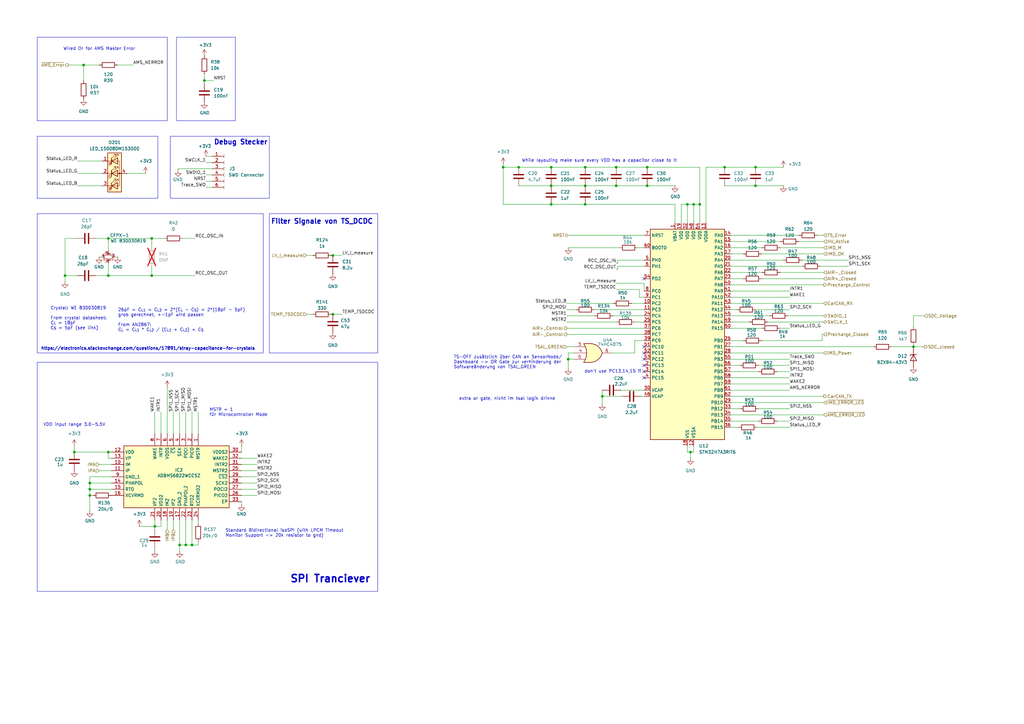
<source format=kicad_sch>
(kicad_sch
	(version 20231120)
	(generator "eeschema")
	(generator_version "8.0")
	(uuid "d4cbd48d-ba2a-4afc-b22e-0d9a16f2e6f3")
	(paper "A3")
	(lib_symbols
		(symbol "74HC4075:74HC4075"
			(pin_names
				(offset 1.016)
			)
			(exclude_from_sim no)
			(in_bom yes)
			(on_board yes)
			(property "Reference" "U"
				(at 0 1.27 0)
				(effects
					(font
						(size 1.27 1.27)
					)
				)
			)
			(property "Value" "74HC4075"
				(at 0 -1.27 0)
				(effects
					(font
						(size 1.27 1.27)
					)
				)
			)
			(property "Footprint" "Package_SO:TSSOP-14_4.4x5mm_P0.65mm"
				(at 2.54 -27.94 0)
				(effects
					(font
						(size 1.27 1.27)
					)
					(hide yes)
				)
			)
			(property "Datasheet" "https://www.ti.com/lit/ds/symlink/cd54hc4075.pdf?ts=1705677999042&ref_url=https%253A%252F%252Fwww.google.com%252F"
				(at 2.54 -25.4 0)
				(effects
					(font
						(size 1.27 1.27)
					)
					(hide yes)
				)
			)
			(property "Description" "Triple 3-input OR"
				(at 0 0 0)
				(effects
					(font
						(size 1.27 1.27)
					)
					(hide yes)
				)
			)
			(property "ki_locked" ""
				(at 0 0 0)
				(effects
					(font
						(size 1.27 1.27)
					)
				)
			)
			(property "ki_keywords" "TTL Or3"
				(at 0 0 0)
				(effects
					(font
						(size 1.27 1.27)
					)
					(hide yes)
				)
			)
			(property "ki_fp_filters" "DIP*W7.62mm*"
				(at 0 0 0)
				(effects
					(font
						(size 1.27 1.27)
					)
					(hide yes)
				)
			)
			(symbol "74HC4075_1_1"
				(arc
					(start -3.81 -3.81)
					(mid -2.589 0)
					(end -3.81 3.81)
					(stroke
						(width 0.254)
						(type default)
					)
					(fill
						(type none)
					)
				)
				(arc
					(start -0.6096 -3.81)
					(mid 2.1842 -2.5851)
					(end 3.81 0)
					(stroke
						(width 0.254)
						(type default)
					)
					(fill
						(type background)
					)
				)
				(polyline
					(pts
						(xy -3.81 -3.81) (xy -0.635 -3.81)
					)
					(stroke
						(width 0.254)
						(type default)
					)
					(fill
						(type background)
					)
				)
				(polyline
					(pts
						(xy -3.81 3.81) (xy -0.635 3.81)
					)
					(stroke
						(width 0.254)
						(type default)
					)
					(fill
						(type background)
					)
				)
				(polyline
					(pts
						(xy -0.635 3.81) (xy -3.81 3.81) (xy -3.81 3.81) (xy -3.556 3.4036) (xy -3.0226 2.2606) (xy -2.6924 1.0414)
						(xy -2.6162 -0.254) (xy -2.7686 -1.4986) (xy -3.175 -2.7178) (xy -3.81 -3.81) (xy -3.81 -3.81)
						(xy -0.635 -3.81)
					)
					(stroke
						(width -25.4)
						(type default)
					)
					(fill
						(type background)
					)
				)
				(arc
					(start 3.81 0)
					(mid 2.1915 2.5936)
					(end -0.6096 3.81)
					(stroke
						(width 0.254)
						(type default)
					)
					(fill
						(type background)
					)
				)
				(pin input line
					(at -7.62 2.54 0)
					(length 4.318)
					(name "~"
						(effects
							(font
								(size 1.27 1.27)
							)
						)
					)
					(number "3"
						(effects
							(font
								(size 1.27 1.27)
							)
						)
					)
				)
				(pin input line
					(at -7.62 0 0)
					(length 4.953)
					(name "~"
						(effects
							(font
								(size 1.27 1.27)
							)
						)
					)
					(number "4"
						(effects
							(font
								(size 1.27 1.27)
							)
						)
					)
				)
				(pin input line
					(at -7.62 -2.54 0)
					(length 4.318)
					(name "~"
						(effects
							(font
								(size 1.27 1.27)
							)
						)
					)
					(number "5"
						(effects
							(font
								(size 1.27 1.27)
							)
						)
					)
				)
				(pin output line
					(at 7.62 0 180)
					(length 3.81)
					(name "~"
						(effects
							(font
								(size 1.27 1.27)
							)
						)
					)
					(number "6"
						(effects
							(font
								(size 1.27 1.27)
							)
						)
					)
				)
			)
			(symbol "74HC4075_1_2"
				(arc
					(start 0 -3.81)
					(mid 3.7934 0)
					(end 0 3.81)
					(stroke
						(width 0.254)
						(type default)
					)
					(fill
						(type background)
					)
				)
				(polyline
					(pts
						(xy 0 3.81) (xy -3.81 3.81) (xy -3.81 -3.81) (xy 0 -3.81)
					)
					(stroke
						(width 0.254)
						(type default)
					)
					(fill
						(type background)
					)
				)
				(pin input inverted
					(at -7.62 2.54 0)
					(length 3.81)
					(name "~"
						(effects
							(font
								(size 1.27 1.27)
							)
						)
					)
					(number "1"
						(effects
							(font
								(size 1.27 1.27)
							)
						)
					)
				)
				(pin output line
					(at 7.62 0 180)
					(length 3.81)
					(name "~"
						(effects
							(font
								(size 1.27 1.27)
							)
						)
					)
					(number "12"
						(effects
							(font
								(size 1.27 1.27)
							)
						)
					)
				)
				(pin input inverted
					(at -7.62 -2.54 0)
					(length 3.81)
					(name "~"
						(effects
							(font
								(size 1.27 1.27)
							)
						)
					)
					(number "13"
						(effects
							(font
								(size 1.27 1.27)
							)
						)
					)
				)
				(pin input inverted
					(at -7.62 0 0)
					(length 3.81)
					(name "~"
						(effects
							(font
								(size 1.27 1.27)
							)
						)
					)
					(number "2"
						(effects
							(font
								(size 1.27 1.27)
							)
						)
					)
				)
			)
			(symbol "74HC4075_2_1"
				(arc
					(start -3.81 -3.81)
					(mid -2.589 0)
					(end -3.81 3.81)
					(stroke
						(width 0.254)
						(type default)
					)
					(fill
						(type none)
					)
				)
				(arc
					(start -0.6096 -3.81)
					(mid 2.1842 -2.5851)
					(end 3.81 0)
					(stroke
						(width 0.254)
						(type default)
					)
					(fill
						(type background)
					)
				)
				(polyline
					(pts
						(xy -3.81 -3.81) (xy -0.635 -3.81)
					)
					(stroke
						(width 0.254)
						(type default)
					)
					(fill
						(type background)
					)
				)
				(polyline
					(pts
						(xy -3.81 3.81) (xy -0.635 3.81)
					)
					(stroke
						(width 0.254)
						(type default)
					)
					(fill
						(type background)
					)
				)
				(polyline
					(pts
						(xy -0.635 3.81) (xy -3.81 3.81) (xy -3.81 3.81) (xy -3.556 3.4036) (xy -3.0226 2.2606) (xy -2.6924 1.0414)
						(xy -2.6162 -0.254) (xy -2.7686 -1.4986) (xy -3.175 -2.7178) (xy -3.81 -3.81) (xy -3.81 -3.81)
						(xy -0.635 -3.81)
					)
					(stroke
						(width -25.4)
						(type default)
					)
					(fill
						(type background)
					)
				)
				(arc
					(start 3.81 0)
					(mid 2.1915 2.5936)
					(end -0.6096 3.81)
					(stroke
						(width 0.254)
						(type default)
					)
					(fill
						(type background)
					)
				)
				(pin input line
					(at -7.62 2.54 0)
					(length 4.318)
					(name "~"
						(effects
							(font
								(size 1.27 1.27)
							)
						)
					)
					(number "1"
						(effects
							(font
								(size 1.27 1.27)
							)
						)
					)
				)
				(pin input line
					(at -7.62 0 0)
					(length 4.953)
					(name "~"
						(effects
							(font
								(size 1.27 1.27)
							)
						)
					)
					(number "2"
						(effects
							(font
								(size 1.27 1.27)
							)
						)
					)
				)
				(pin input line
					(at -7.62 -2.54 0)
					(length 4.318)
					(name ""
						(effects
							(font
								(size 1.27 1.27)
							)
						)
					)
					(number "8"
						(effects
							(font
								(size 1.27 1.27)
							)
						)
					)
				)
				(pin output line
					(at 7.62 0 180)
					(length 3.81)
					(name "~"
						(effects
							(font
								(size 1.27 1.27)
							)
						)
					)
					(number "9"
						(effects
							(font
								(size 1.27 1.27)
							)
						)
					)
				)
			)
			(symbol "74HC4075_2_2"
				(arc
					(start 0 -3.81)
					(mid 3.7934 0)
					(end 0 3.81)
					(stroke
						(width 0.254)
						(type default)
					)
					(fill
						(type background)
					)
				)
				(polyline
					(pts
						(xy 0 3.81) (xy -3.81 3.81) (xy -3.81 -3.81) (xy 0 -3.81)
					)
					(stroke
						(width 0.254)
						(type default)
					)
					(fill
						(type background)
					)
				)
				(pin input inverted
					(at -7.62 2.54 0)
					(length 3.81)
					(name "~"
						(effects
							(font
								(size 1.27 1.27)
							)
						)
					)
					(number "3"
						(effects
							(font
								(size 1.27 1.27)
							)
						)
					)
				)
				(pin input inverted
					(at -7.62 0 0)
					(length 3.81)
					(name "~"
						(effects
							(font
								(size 1.27 1.27)
							)
						)
					)
					(number "4"
						(effects
							(font
								(size 1.27 1.27)
							)
						)
					)
				)
				(pin input inverted
					(at -7.62 -2.54 0)
					(length 3.81)
					(name "~"
						(effects
							(font
								(size 1.27 1.27)
							)
						)
					)
					(number "5"
						(effects
							(font
								(size 1.27 1.27)
							)
						)
					)
				)
				(pin output line
					(at 7.62 0 180)
					(length 3.81)
					(name "~"
						(effects
							(font
								(size 1.27 1.27)
							)
						)
					)
					(number "6"
						(effects
							(font
								(size 1.27 1.27)
							)
						)
					)
				)
			)
			(symbol "74HC4075_3_1"
				(arc
					(start -3.81 -3.81)
					(mid -2.589 0)
					(end -3.81 3.81)
					(stroke
						(width 0.254)
						(type default)
					)
					(fill
						(type none)
					)
				)
				(arc
					(start -0.6096 -3.81)
					(mid 2.1842 -2.5851)
					(end 3.81 0)
					(stroke
						(width 0.254)
						(type default)
					)
					(fill
						(type background)
					)
				)
				(polyline
					(pts
						(xy -3.81 -3.81) (xy -0.635 -3.81)
					)
					(stroke
						(width 0.254)
						(type default)
					)
					(fill
						(type background)
					)
				)
				(polyline
					(pts
						(xy -3.81 3.81) (xy -0.635 3.81)
					)
					(stroke
						(width 0.254)
						(type default)
					)
					(fill
						(type background)
					)
				)
				(polyline
					(pts
						(xy -0.635 3.81) (xy -3.81 3.81) (xy -3.81 3.81) (xy -3.556 3.4036) (xy -3.0226 2.2606) (xy -2.6924 1.0414)
						(xy -2.6162 -0.254) (xy -2.7686 -1.4986) (xy -3.175 -2.7178) (xy -3.81 -3.81) (xy -3.81 -3.81)
						(xy -0.635 -3.81)
					)
					(stroke
						(width -25.4)
						(type default)
					)
					(fill
						(type background)
					)
				)
				(arc
					(start 3.81 0)
					(mid 2.1915 2.5936)
					(end -0.6096 3.81)
					(stroke
						(width 0.254)
						(type default)
					)
					(fill
						(type background)
					)
				)
				(pin output line
					(at 7.62 0 180)
					(length 3.81)
					(name "~"
						(effects
							(font
								(size 1.27 1.27)
							)
						)
					)
					(number "10"
						(effects
							(font
								(size 1.27 1.27)
							)
						)
					)
				)
				(pin input line
					(at -7.62 2.54 0)
					(length 4.318)
					(name "~"
						(effects
							(font
								(size 1.27 1.27)
							)
						)
					)
					(number "11"
						(effects
							(font
								(size 1.27 1.27)
							)
						)
					)
				)
				(pin input line
					(at -7.62 0 0)
					(length 4.953)
					(name "~"
						(effects
							(font
								(size 1.27 1.27)
							)
						)
					)
					(number "12"
						(effects
							(font
								(size 1.27 1.27)
							)
						)
					)
				)
				(pin input line
					(at -7.62 -2.54 0)
					(length 4.318)
					(name "~"
						(effects
							(font
								(size 1.27 1.27)
							)
						)
					)
					(number "13"
						(effects
							(font
								(size 1.27 1.27)
							)
						)
					)
				)
			)
			(symbol "74HC4075_3_2"
				(arc
					(start 0 -3.81)
					(mid 3.7934 0)
					(end 0 3.81)
					(stroke
						(width 0.254)
						(type default)
					)
					(fill
						(type background)
					)
				)
				(polyline
					(pts
						(xy 0 3.81) (xy -3.81 3.81) (xy -3.81 -3.81) (xy 0 -3.81)
					)
					(stroke
						(width 0.254)
						(type default)
					)
					(fill
						(type background)
					)
				)
				(pin input inverted
					(at -7.62 0 0)
					(length 3.81)
					(name "~"
						(effects
							(font
								(size 1.27 1.27)
							)
						)
					)
					(number "10"
						(effects
							(font
								(size 1.27 1.27)
							)
						)
					)
				)
				(pin input inverted
					(at -7.62 -2.54 0)
					(length 3.81)
					(name "~"
						(effects
							(font
								(size 1.27 1.27)
							)
						)
					)
					(number "11"
						(effects
							(font
								(size 1.27 1.27)
							)
						)
					)
				)
				(pin output line
					(at 7.62 0 180)
					(length 3.81)
					(name "~"
						(effects
							(font
								(size 1.27 1.27)
							)
						)
					)
					(number "8"
						(effects
							(font
								(size 1.27 1.27)
							)
						)
					)
				)
				(pin input inverted
					(at -7.62 2.54 0)
					(length 3.81)
					(name "~"
						(effects
							(font
								(size 1.27 1.27)
							)
						)
					)
					(number "9"
						(effects
							(font
								(size 1.27 1.27)
							)
						)
					)
				)
			)
			(symbol "74HC4075_4_0"
				(pin power_in line
					(at 0 12.7 270)
					(length 5.08)
					(name "VCC"
						(effects
							(font
								(size 1.27 1.27)
							)
						)
					)
					(number "14"
						(effects
							(font
								(size 1.27 1.27)
							)
						)
					)
				)
				(pin power_in line
					(at 0 -12.7 90)
					(length 5.08)
					(name "GND"
						(effects
							(font
								(size 1.27 1.27)
							)
						)
					)
					(number "7"
						(effects
							(font
								(size 1.27 1.27)
							)
						)
					)
				)
			)
			(symbol "74HC4075_4_1"
				(rectangle
					(start -5.08 7.62)
					(end 5.08 -7.62)
					(stroke
						(width 0.254)
						(type default)
					)
					(fill
						(type background)
					)
				)
			)
		)
		(symbol "ADBMS6822WCCSZ_1"
			(exclude_from_sim no)
			(in_bom yes)
			(on_board yes)
			(property "Reference" "IC"
				(at 31.75 17.78 0)
				(effects
					(font
						(size 1.27 1.27)
					)
					(justify left top)
				)
			)
			(property "Value" "ADBMS6822WCCSZ"
				(at 31.75 15.24 0)
				(effects
					(font
						(size 1.27 1.27)
					)
					(justify left top)
				)
			)
			(property "Footprint" "QFN50P500X500X80-33N-D"
				(at 31.75 -84.76 0)
				(effects
					(font
						(size 1.27 1.27)
					)
					(justify left top)
					(hide yes)
				)
			)
			(property "Datasheet" "https://www.analog.com/ADBMS6822/datasheet"
				(at 31.75 -184.76 0)
				(effects
					(font
						(size 1.27 1.27)
					)
					(justify left top)
					(hide yes)
				)
			)
			(property "Description" " Up to 2 Mbps isolated bidirectional serial data communications  Drop in compatible: single (ADBMS6821) and dual (ADBMS6822)  Fully independent dual transceivers (ADBMS6822)  Simple galvanic isolation using capacitors or transformers  Bidirectional interface over a single twisted pair  Supports cable lengths up to 100 meters  Very low EMI susceptibility and emissions  LPCM support for ADBMS battery monitors  Interrupt output for LPCM system wake-up  4 Mbps unidirectional mode  Requires"
				(at 0 0 0)
				(effects
					(font
						(size 1.27 1.27)
					)
					(hide yes)
				)
			)
			(property "Height" "0.8"
				(at 31.75 -384.76 0)
				(effects
					(font
						(size 1.27 1.27)
					)
					(justify left top)
					(hide yes)
				)
			)
			(property "Manufacturer_Name" "Analog Devices"
				(at 31.75 -484.76 0)
				(effects
					(font
						(size 1.27 1.27)
					)
					(justify left top)
					(hide yes)
				)
			)
			(property "Manufacturer_Part_Number" "ADBMS6822WCCSZ"
				(at 31.75 -584.76 0)
				(effects
					(font
						(size 1.27 1.27)
					)
					(justify left top)
					(hide yes)
				)
			)
			(property "Mouser Part Number" "584-ADBMS6822WCCSZ"
				(at 31.75 -684.76 0)
				(effects
					(font
						(size 1.27 1.27)
					)
					(justify left top)
					(hide yes)
				)
			)
			(property "Mouser Price/Stock" "https://www.mouser.co.uk/ProductDetail/Analog-Devices/ADBMS6822WCCSZ?qs=4ASt3YYao0UVik%252BRUNLybw%3D%3D"
				(at 31.75 -784.76 0)
				(effects
					(font
						(size 1.27 1.27)
					)
					(justify left top)
					(hide yes)
				)
			)
			(property "Arrow Part Number" ""
				(at 31.75 -884.76 0)
				(effects
					(font
						(size 1.27 1.27)
					)
					(justify left top)
					(hide yes)
				)
			)
			(property "Arrow Price/Stock" ""
				(at 31.75 -984.76 0)
				(effects
					(font
						(size 1.27 1.27)
					)
					(justify left top)
					(hide yes)
				)
			)
			(symbol "ADBMS6822WCCSZ_1_1_1"
				(rectangle
					(start 5.08 12.7)
					(end 30.48 -30.48)
					(stroke
						(width 0.254)
						(type default)
					)
					(fill
						(type background)
					)
				)
				(pin passive line
					(at 0 0 0)
					(length 5.08)
					(name "MSTR"
						(effects
							(font
								(size 1.27 1.27)
							)
						)
					)
					(number "1"
						(effects
							(font
								(size 1.27 1.27)
							)
						)
					)
				)
				(pin passive line
					(at 12.7 -35.56 90)
					(length 5.08)
					(name "IM"
						(effects
							(font
								(size 1.27 1.27)
							)
						)
					)
					(number "10"
						(effects
							(font
								(size 1.27 1.27)
							)
						)
					)
				)
				(pin passive line
					(at 15.24 -35.56 90)
					(length 5.08)
					(name "IP"
						(effects
							(font
								(size 1.27 1.27)
							)
						)
					)
					(number "11"
						(effects
							(font
								(size 1.27 1.27)
							)
						)
					)
				)
				(pin passive line
					(at 7.62 -35.56 90)
					(length 5.08)
					(name "VDD"
						(effects
							(font
								(size 1.27 1.27)
							)
						)
					)
					(number "12"
						(effects
							(font
								(size 1.27 1.27)
							)
						)
					)
				)
				(pin passive line
					(at 10.16 -35.56 90)
					(length 5.08)
					(name "VP"
						(effects
							(font
								(size 1.27 1.27)
							)
						)
					)
					(number "13"
						(effects
							(font
								(size 1.27 1.27)
							)
						)
					)
				)
				(pin passive line
					(at 20.32 -35.56 90)
					(length 5.08)
					(name "PHAPOL"
						(effects
							(font
								(size 1.27 1.27)
							)
						)
					)
					(number "14"
						(effects
							(font
								(size 1.27 1.27)
							)
						)
					)
				)
				(pin passive line
					(at 22.86 -35.56 90)
					(length 5.08)
					(name "RTO"
						(effects
							(font
								(size 1.27 1.27)
							)
						)
					)
					(number "15"
						(effects
							(font
								(size 1.27 1.27)
							)
						)
					)
				)
				(pin passive line
					(at 25.4 -35.56 90)
					(length 5.08)
					(name "XCVRMD"
						(effects
							(font
								(size 1.27 1.27)
							)
						)
					)
					(number "16"
						(effects
							(font
								(size 1.27 1.27)
							)
						)
					)
				)
				(pin passive line
					(at 35.56 -7.62 180)
					(length 5.08)
					(name "GND_2"
						(effects
							(font
								(size 1.27 1.27)
							)
						)
					)
					(number "17"
						(effects
							(font
								(size 1.27 1.27)
							)
						)
					)
				)
				(pin passive line
					(at 35.56 -12.7 180)
					(length 5.08)
					(name "IM2"
						(effects
							(font
								(size 1.27 1.27)
							)
						)
					)
					(number "18"
						(effects
							(font
								(size 1.27 1.27)
							)
						)
					)
				)
				(pin passive line
					(at 35.56 -10.16 180)
					(length 5.08)
					(name "IP2"
						(effects
							(font
								(size 1.27 1.27)
							)
						)
					)
					(number "19"
						(effects
							(font
								(size 1.27 1.27)
							)
						)
					)
				)
				(pin passive line
					(at 0 -2.54 0)
					(length 5.08)
					(name "PICO"
						(effects
							(font
								(size 1.27 1.27)
							)
						)
					)
					(number "2"
						(effects
							(font
								(size 1.27 1.27)
							)
						)
					)
				)
				(pin passive line
					(at 35.56 -15.24 180)
					(length 5.08)
					(name "VDD2"
						(effects
							(font
								(size 1.27 1.27)
							)
						)
					)
					(number "20"
						(effects
							(font
								(size 1.27 1.27)
							)
						)
					)
				)
				(pin passive line
					(at 35.56 -17.78 180)
					(length 5.08)
					(name "VP2"
						(effects
							(font
								(size 1.27 1.27)
							)
						)
					)
					(number "21"
						(effects
							(font
								(size 1.27 1.27)
							)
						)
					)
				)
				(pin passive line
					(at 35.56 -5.08 180)
					(length 5.08)
					(name "PHAPOL2"
						(effects
							(font
								(size 1.27 1.27)
							)
						)
					)
					(number "22"
						(effects
							(font
								(size 1.27 1.27)
							)
						)
					)
				)
				(pin passive line
					(at 35.56 -2.54 180)
					(length 5.08)
					(name "RTO2"
						(effects
							(font
								(size 1.27 1.27)
							)
						)
					)
					(number "23"
						(effects
							(font
								(size 1.27 1.27)
							)
						)
					)
				)
				(pin passive line
					(at 35.56 0 180)
					(length 5.08)
					(name "XCVRMD2"
						(effects
							(font
								(size 1.27 1.27)
							)
						)
					)
					(number "24"
						(effects
							(font
								(size 1.27 1.27)
							)
						)
					)
				)
				(pin passive line
					(at 15.24 17.78 270)
					(length 5.08)
					(name "MSTR2"
						(effects
							(font
								(size 1.27 1.27)
							)
						)
					)
					(number "25"
						(effects
							(font
								(size 1.27 1.27)
							)
						)
					)
				)
				(pin passive line
					(at 25.4 17.78 270)
					(length 5.08)
					(name "PICO2"
						(effects
							(font
								(size 1.27 1.27)
							)
						)
					)
					(number "26"
						(effects
							(font
								(size 1.27 1.27)
							)
						)
					)
				)
				(pin passive line
					(at 22.86 17.78 270)
					(length 5.08)
					(name "POCI2"
						(effects
							(font
								(size 1.27 1.27)
							)
						)
					)
					(number "27"
						(effects
							(font
								(size 1.27 1.27)
							)
						)
					)
				)
				(pin passive line
					(at 20.32 17.78 270)
					(length 5.08)
					(name "SCK2"
						(effects
							(font
								(size 1.27 1.27)
							)
						)
					)
					(number "28"
						(effects
							(font
								(size 1.27 1.27)
							)
						)
					)
				)
				(pin passive line
					(at 17.78 17.78 270)
					(length 5.08)
					(name "~{CS2}"
						(effects
							(font
								(size 1.27 1.27)
							)
						)
					)
					(number "29"
						(effects
							(font
								(size 1.27 1.27)
							)
						)
					)
				)
				(pin passive line
					(at 0 -5.08 0)
					(length 5.08)
					(name "POCI"
						(effects
							(font
								(size 1.27 1.27)
							)
						)
					)
					(number "3"
						(effects
							(font
								(size 1.27 1.27)
							)
						)
					)
				)
				(pin passive line
					(at 7.62 17.78 270)
					(length 5.08)
					(name "VDDS2"
						(effects
							(font
								(size 1.27 1.27)
							)
						)
					)
					(number "30"
						(effects
							(font
								(size 1.27 1.27)
							)
						)
					)
				)
				(pin passive line
					(at 12.7 17.78 270)
					(length 5.08)
					(name "INTR2"
						(effects
							(font
								(size 1.27 1.27)
							)
						)
					)
					(number "31"
						(effects
							(font
								(size 1.27 1.27)
							)
						)
					)
				)
				(pin passive line
					(at 10.16 17.78 270)
					(length 5.08)
					(name "WAKE2"
						(effects
							(font
								(size 1.27 1.27)
							)
						)
					)
					(number "32"
						(effects
							(font
								(size 1.27 1.27)
							)
						)
					)
				)
				(pin passive line
					(at 27.94 17.78 270)
					(length 5.08)
					(name "EP"
						(effects
							(font
								(size 1.27 1.27)
							)
						)
					)
					(number "33"
						(effects
							(font
								(size 1.27 1.27)
							)
						)
					)
				)
				(pin passive line
					(at 0 -7.62 0)
					(length 5.08)
					(name "SCK"
						(effects
							(font
								(size 1.27 1.27)
							)
						)
					)
					(number "4"
						(effects
							(font
								(size 1.27 1.27)
							)
						)
					)
				)
				(pin passive line
					(at 0 -10.16 0)
					(length 5.08)
					(name "~{CS}"
						(effects
							(font
								(size 1.27 1.27)
							)
						)
					)
					(number "5"
						(effects
							(font
								(size 1.27 1.27)
							)
						)
					)
				)
				(pin passive line
					(at 0 -12.7 0)
					(length 5.08)
					(name "VDDS"
						(effects
							(font
								(size 1.27 1.27)
							)
						)
					)
					(number "6"
						(effects
							(font
								(size 1.27 1.27)
							)
						)
					)
				)
				(pin passive line
					(at 0 -15.24 0)
					(length 5.08)
					(name "INTR"
						(effects
							(font
								(size 1.27 1.27)
							)
						)
					)
					(number "7"
						(effects
							(font
								(size 1.27 1.27)
							)
						)
					)
				)
				(pin passive line
					(at 0 -17.78 0)
					(length 5.08)
					(name "WAKE"
						(effects
							(font
								(size 1.27 1.27)
							)
						)
					)
					(number "8"
						(effects
							(font
								(size 1.27 1.27)
							)
						)
					)
				)
				(pin passive line
					(at 17.78 -35.56 90)
					(length 5.08)
					(name "GND_1"
						(effects
							(font
								(size 1.27 1.27)
							)
						)
					)
					(number "9"
						(effects
							(font
								(size 1.27 1.27)
							)
						)
					)
				)
			)
		)
		(symbol "Connector:Conn_01x06_Female"
			(pin_names
				(offset 1.016) hide)
			(exclude_from_sim no)
			(in_bom yes)
			(on_board yes)
			(property "Reference" "J"
				(at 0 7.62 0)
				(effects
					(font
						(size 1.27 1.27)
					)
				)
			)
			(property "Value" "Conn_01x06_Female"
				(at 0 -10.16 0)
				(effects
					(font
						(size 1.27 1.27)
					)
				)
			)
			(property "Footprint" ""
				(at 0 0 0)
				(effects
					(font
						(size 1.27 1.27)
					)
					(hide yes)
				)
			)
			(property "Datasheet" "~"
				(at 0 0 0)
				(effects
					(font
						(size 1.27 1.27)
					)
					(hide yes)
				)
			)
			(property "Description" "Generic connector, single row, 01x06, script generated (kicad-library-utils/schlib/autogen/connector/)"
				(at 0 0 0)
				(effects
					(font
						(size 1.27 1.27)
					)
					(hide yes)
				)
			)
			(property "ki_keywords" "connector"
				(at 0 0 0)
				(effects
					(font
						(size 1.27 1.27)
					)
					(hide yes)
				)
			)
			(property "ki_fp_filters" "Connector*:*_1x??_*"
				(at 0 0 0)
				(effects
					(font
						(size 1.27 1.27)
					)
					(hide yes)
				)
			)
			(symbol "Conn_01x06_Female_1_1"
				(arc
					(start 0 -7.112)
					(mid -0.5058 -7.62)
					(end 0 -8.128)
					(stroke
						(width 0.1524)
						(type default)
					)
					(fill
						(type none)
					)
				)
				(arc
					(start 0 -4.572)
					(mid -0.5058 -5.08)
					(end 0 -5.588)
					(stroke
						(width 0.1524)
						(type default)
					)
					(fill
						(type none)
					)
				)
				(arc
					(start 0 -2.032)
					(mid -0.5058 -2.54)
					(end 0 -3.048)
					(stroke
						(width 0.1524)
						(type default)
					)
					(fill
						(type none)
					)
				)
				(polyline
					(pts
						(xy -1.27 -7.62) (xy -0.508 -7.62)
					)
					(stroke
						(width 0.1524)
						(type default)
					)
					(fill
						(type none)
					)
				)
				(polyline
					(pts
						(xy -1.27 -5.08) (xy -0.508 -5.08)
					)
					(stroke
						(width 0.1524)
						(type default)
					)
					(fill
						(type none)
					)
				)
				(polyline
					(pts
						(xy -1.27 -2.54) (xy -0.508 -2.54)
					)
					(stroke
						(width 0.1524)
						(type default)
					)
					(fill
						(type none)
					)
				)
				(polyline
					(pts
						(xy -1.27 0) (xy -0.508 0)
					)
					(stroke
						(width 0.1524)
						(type default)
					)
					(fill
						(type none)
					)
				)
				(polyline
					(pts
						(xy -1.27 2.54) (xy -0.508 2.54)
					)
					(stroke
						(width 0.1524)
						(type default)
					)
					(fill
						(type none)
					)
				)
				(polyline
					(pts
						(xy -1.27 5.08) (xy -0.508 5.08)
					)
					(stroke
						(width 0.1524)
						(type default)
					)
					(fill
						(type none)
					)
				)
				(arc
					(start 0 0.508)
					(mid -0.5058 0)
					(end 0 -0.508)
					(stroke
						(width 0.1524)
						(type default)
					)
					(fill
						(type none)
					)
				)
				(arc
					(start 0 3.048)
					(mid -0.5058 2.54)
					(end 0 2.032)
					(stroke
						(width 0.1524)
						(type default)
					)
					(fill
						(type none)
					)
				)
				(arc
					(start 0 5.588)
					(mid -0.5058 5.08)
					(end 0 4.572)
					(stroke
						(width 0.1524)
						(type default)
					)
					(fill
						(type none)
					)
				)
				(pin passive line
					(at -5.08 5.08 0)
					(length 3.81)
					(name "Pin_1"
						(effects
							(font
								(size 1.27 1.27)
							)
						)
					)
					(number "1"
						(effects
							(font
								(size 1.27 1.27)
							)
						)
					)
				)
				(pin passive line
					(at -5.08 2.54 0)
					(length 3.81)
					(name "Pin_2"
						(effects
							(font
								(size 1.27 1.27)
							)
						)
					)
					(number "2"
						(effects
							(font
								(size 1.27 1.27)
							)
						)
					)
				)
				(pin passive line
					(at -5.08 0 0)
					(length 3.81)
					(name "Pin_3"
						(effects
							(font
								(size 1.27 1.27)
							)
						)
					)
					(number "3"
						(effects
							(font
								(size 1.27 1.27)
							)
						)
					)
				)
				(pin passive line
					(at -5.08 -2.54 0)
					(length 3.81)
					(name "Pin_4"
						(effects
							(font
								(size 1.27 1.27)
							)
						)
					)
					(number "4"
						(effects
							(font
								(size 1.27 1.27)
							)
						)
					)
				)
				(pin passive line
					(at -5.08 -5.08 0)
					(length 3.81)
					(name "Pin_5"
						(effects
							(font
								(size 1.27 1.27)
							)
						)
					)
					(number "5"
						(effects
							(font
								(size 1.27 1.27)
							)
						)
					)
				)
				(pin passive line
					(at -5.08 -7.62 0)
					(length 3.81)
					(name "Pin_6"
						(effects
							(font
								(size 1.27 1.27)
							)
						)
					)
					(number "6"
						(effects
							(font
								(size 1.27 1.27)
							)
						)
					)
				)
			)
		)
		(symbol "Device:C"
			(pin_numbers hide)
			(pin_names
				(offset 0.254)
			)
			(exclude_from_sim no)
			(in_bom yes)
			(on_board yes)
			(property "Reference" "C"
				(at 0.635 2.54 0)
				(effects
					(font
						(size 1.27 1.27)
					)
					(justify left)
				)
			)
			(property "Value" "C"
				(at 0.635 -2.54 0)
				(effects
					(font
						(size 1.27 1.27)
					)
					(justify left)
				)
			)
			(property "Footprint" ""
				(at 0.9652 -3.81 0)
				(effects
					(font
						(size 1.27 1.27)
					)
					(hide yes)
				)
			)
			(property "Datasheet" "~"
				(at 0 0 0)
				(effects
					(font
						(size 1.27 1.27)
					)
					(hide yes)
				)
			)
			(property "Description" "Unpolarized capacitor"
				(at 0 0 0)
				(effects
					(font
						(size 1.27 1.27)
					)
					(hide yes)
				)
			)
			(property "ki_keywords" "cap capacitor"
				(at 0 0 0)
				(effects
					(font
						(size 1.27 1.27)
					)
					(hide yes)
				)
			)
			(property "ki_fp_filters" "C_*"
				(at 0 0 0)
				(effects
					(font
						(size 1.27 1.27)
					)
					(hide yes)
				)
			)
			(symbol "C_0_1"
				(polyline
					(pts
						(xy -2.032 -0.762) (xy 2.032 -0.762)
					)
					(stroke
						(width 0.508)
						(type default)
					)
					(fill
						(type none)
					)
				)
				(polyline
					(pts
						(xy -2.032 0.762) (xy 2.032 0.762)
					)
					(stroke
						(width 0.508)
						(type default)
					)
					(fill
						(type none)
					)
				)
			)
			(symbol "C_1_1"
				(pin passive line
					(at 0 3.81 270)
					(length 2.794)
					(name "~"
						(effects
							(font
								(size 1.27 1.27)
							)
						)
					)
					(number "1"
						(effects
							(font
								(size 1.27 1.27)
							)
						)
					)
				)
				(pin passive line
					(at 0 -3.81 90)
					(length 2.794)
					(name "~"
						(effects
							(font
								(size 1.27 1.27)
							)
						)
					)
					(number "2"
						(effects
							(font
								(size 1.27 1.27)
							)
						)
					)
				)
			)
		)
		(symbol "Device:Crystal_GND24_Small"
			(pin_names
				(offset 1.016) hide)
			(exclude_from_sim no)
			(in_bom yes)
			(on_board yes)
			(property "Reference" "Y"
				(at 1.27 4.445 0)
				(effects
					(font
						(size 1.27 1.27)
					)
					(justify left)
				)
			)
			(property "Value" "Crystal_GND24_Small"
				(at 1.27 2.54 0)
				(effects
					(font
						(size 1.27 1.27)
					)
					(justify left)
				)
			)
			(property "Footprint" ""
				(at 0 0 0)
				(effects
					(font
						(size 1.27 1.27)
					)
					(hide yes)
				)
			)
			(property "Datasheet" "~"
				(at 0 0 0)
				(effects
					(font
						(size 1.27 1.27)
					)
					(hide yes)
				)
			)
			(property "Description" "Four pin crystal, GND on pins 2 and 4, small symbol"
				(at 0 0 0)
				(effects
					(font
						(size 1.27 1.27)
					)
					(hide yes)
				)
			)
			(property "ki_keywords" "quartz ceramic resonator oscillator"
				(at 0 0 0)
				(effects
					(font
						(size 1.27 1.27)
					)
					(hide yes)
				)
			)
			(property "ki_fp_filters" "Crystal*"
				(at 0 0 0)
				(effects
					(font
						(size 1.27 1.27)
					)
					(hide yes)
				)
			)
			(symbol "Crystal_GND24_Small_0_1"
				(rectangle
					(start -0.762 -1.524)
					(end 0.762 1.524)
					(stroke
						(width 0)
						(type default)
					)
					(fill
						(type none)
					)
				)
				(polyline
					(pts
						(xy -1.27 -0.762) (xy -1.27 0.762)
					)
					(stroke
						(width 0.381)
						(type default)
					)
					(fill
						(type none)
					)
				)
				(polyline
					(pts
						(xy 1.27 -0.762) (xy 1.27 0.762)
					)
					(stroke
						(width 0.381)
						(type default)
					)
					(fill
						(type none)
					)
				)
				(polyline
					(pts
						(xy -1.27 -1.27) (xy -1.27 -1.905) (xy 1.27 -1.905) (xy 1.27 -1.27)
					)
					(stroke
						(width 0)
						(type default)
					)
					(fill
						(type none)
					)
				)
				(polyline
					(pts
						(xy -1.27 1.27) (xy -1.27 1.905) (xy 1.27 1.905) (xy 1.27 1.27)
					)
					(stroke
						(width 0)
						(type default)
					)
					(fill
						(type none)
					)
				)
			)
			(symbol "Crystal_GND24_Small_1_1"
				(pin passive line
					(at -2.54 0 0)
					(length 1.27)
					(name "1"
						(effects
							(font
								(size 1.27 1.27)
							)
						)
					)
					(number "1"
						(effects
							(font
								(size 0.762 0.762)
							)
						)
					)
				)
				(pin passive line
					(at 0 -2.54 90)
					(length 0.635)
					(name "2"
						(effects
							(font
								(size 1.27 1.27)
							)
						)
					)
					(number "2"
						(effects
							(font
								(size 0.762 0.762)
							)
						)
					)
				)
				(pin passive line
					(at 2.54 0 180)
					(length 1.27)
					(name "3"
						(effects
							(font
								(size 1.27 1.27)
							)
						)
					)
					(number "3"
						(effects
							(font
								(size 0.762 0.762)
							)
						)
					)
				)
				(pin passive line
					(at 0 2.54 270)
					(length 0.635)
					(name "4"
						(effects
							(font
								(size 1.27 1.27)
							)
						)
					)
					(number "4"
						(effects
							(font
								(size 0.762 0.762)
							)
						)
					)
				)
			)
		)
		(symbol "Device:LED_RGBA"
			(pin_names
				(offset 0) hide)
			(exclude_from_sim no)
			(in_bom yes)
			(on_board yes)
			(property "Reference" "D"
				(at 0 9.398 0)
				(effects
					(font
						(size 1.27 1.27)
					)
				)
			)
			(property "Value" "LED_RGBA"
				(at 0 -8.89 0)
				(effects
					(font
						(size 1.27 1.27)
					)
				)
			)
			(property "Footprint" ""
				(at 0 -1.27 0)
				(effects
					(font
						(size 1.27 1.27)
					)
					(hide yes)
				)
			)
			(property "Datasheet" "~"
				(at 0 -1.27 0)
				(effects
					(font
						(size 1.27 1.27)
					)
					(hide yes)
				)
			)
			(property "Description" "RGB LED, red/green/blue/anode"
				(at 0 0 0)
				(effects
					(font
						(size 1.27 1.27)
					)
					(hide yes)
				)
			)
			(property "ki_keywords" "LED RGB diode"
				(at 0 0 0)
				(effects
					(font
						(size 1.27 1.27)
					)
					(hide yes)
				)
			)
			(property "ki_fp_filters" "LED* LED_SMD:* LED_THT:*"
				(at 0 0 0)
				(effects
					(font
						(size 1.27 1.27)
					)
					(hide yes)
				)
			)
			(symbol "LED_RGBA_0_0"
				(text "B"
					(at -1.905 -6.35 0)
					(effects
						(font
							(size 1.27 1.27)
						)
					)
				)
				(text "G"
					(at -1.905 -1.27 0)
					(effects
						(font
							(size 1.27 1.27)
						)
					)
				)
				(text "R"
					(at -1.905 3.81 0)
					(effects
						(font
							(size 1.27 1.27)
						)
					)
				)
			)
			(symbol "LED_RGBA_0_1"
				(polyline
					(pts
						(xy -1.27 -5.08) (xy -2.54 -5.08)
					)
					(stroke
						(width 0)
						(type default)
					)
					(fill
						(type none)
					)
				)
				(polyline
					(pts
						(xy -1.27 -5.08) (xy 1.27 -5.08)
					)
					(stroke
						(width 0)
						(type default)
					)
					(fill
						(type none)
					)
				)
				(polyline
					(pts
						(xy -1.27 -3.81) (xy -1.27 -6.35)
					)
					(stroke
						(width 0.254)
						(type default)
					)
					(fill
						(type none)
					)
				)
				(polyline
					(pts
						(xy -1.27 0) (xy -2.54 0)
					)
					(stroke
						(width 0)
						(type default)
					)
					(fill
						(type none)
					)
				)
				(polyline
					(pts
						(xy -1.27 1.27) (xy -1.27 -1.27)
					)
					(stroke
						(width 0.254)
						(type default)
					)
					(fill
						(type none)
					)
				)
				(polyline
					(pts
						(xy -1.27 5.08) (xy -2.54 5.08)
					)
					(stroke
						(width 0)
						(type default)
					)
					(fill
						(type none)
					)
				)
				(polyline
					(pts
						(xy -1.27 5.08) (xy 1.27 5.08)
					)
					(stroke
						(width 0)
						(type default)
					)
					(fill
						(type none)
					)
				)
				(polyline
					(pts
						(xy -1.27 6.35) (xy -1.27 3.81)
					)
					(stroke
						(width 0.254)
						(type default)
					)
					(fill
						(type none)
					)
				)
				(polyline
					(pts
						(xy 1.27 0) (xy -1.27 0)
					)
					(stroke
						(width 0)
						(type default)
					)
					(fill
						(type none)
					)
				)
				(polyline
					(pts
						(xy 1.27 0) (xy 2.54 0)
					)
					(stroke
						(width 0)
						(type default)
					)
					(fill
						(type none)
					)
				)
				(polyline
					(pts
						(xy -1.27 1.27) (xy -1.27 -1.27) (xy -1.27 -1.27)
					)
					(stroke
						(width 0)
						(type default)
					)
					(fill
						(type none)
					)
				)
				(polyline
					(pts
						(xy -1.27 6.35) (xy -1.27 3.81) (xy -1.27 3.81)
					)
					(stroke
						(width 0)
						(type default)
					)
					(fill
						(type none)
					)
				)
				(polyline
					(pts
						(xy 1.27 -5.08) (xy 2.032 -5.08) (xy 2.032 5.08) (xy 1.27 5.08)
					)
					(stroke
						(width 0)
						(type default)
					)
					(fill
						(type none)
					)
				)
				(polyline
					(pts
						(xy 1.27 -3.81) (xy 1.27 -6.35) (xy -1.27 -5.08) (xy 1.27 -3.81)
					)
					(stroke
						(width 0.254)
						(type default)
					)
					(fill
						(type none)
					)
				)
				(polyline
					(pts
						(xy 1.27 1.27) (xy 1.27 -1.27) (xy -1.27 0) (xy 1.27 1.27)
					)
					(stroke
						(width 0.254)
						(type default)
					)
					(fill
						(type none)
					)
				)
				(polyline
					(pts
						(xy 1.27 6.35) (xy 1.27 3.81) (xy -1.27 5.08) (xy 1.27 6.35)
					)
					(stroke
						(width 0.254)
						(type default)
					)
					(fill
						(type none)
					)
				)
				(polyline
					(pts
						(xy -1.016 -3.81) (xy 0.508 -2.286) (xy -0.254 -2.286) (xy 0.508 -2.286) (xy 0.508 -3.048)
					)
					(stroke
						(width 0)
						(type default)
					)
					(fill
						(type none)
					)
				)
				(polyline
					(pts
						(xy -1.016 1.27) (xy 0.508 2.794) (xy -0.254 2.794) (xy 0.508 2.794) (xy 0.508 2.032)
					)
					(stroke
						(width 0)
						(type default)
					)
					(fill
						(type none)
					)
				)
				(polyline
					(pts
						(xy -1.016 6.35) (xy 0.508 7.874) (xy -0.254 7.874) (xy 0.508 7.874) (xy 0.508 7.112)
					)
					(stroke
						(width 0)
						(type default)
					)
					(fill
						(type none)
					)
				)
				(polyline
					(pts
						(xy 0 -3.81) (xy 1.524 -2.286) (xy 0.762 -2.286) (xy 1.524 -2.286) (xy 1.524 -3.048)
					)
					(stroke
						(width 0)
						(type default)
					)
					(fill
						(type none)
					)
				)
				(polyline
					(pts
						(xy 0 1.27) (xy 1.524 2.794) (xy 0.762 2.794) (xy 1.524 2.794) (xy 1.524 2.032)
					)
					(stroke
						(width 0)
						(type default)
					)
					(fill
						(type none)
					)
				)
				(polyline
					(pts
						(xy 0 6.35) (xy 1.524 7.874) (xy 0.762 7.874) (xy 1.524 7.874) (xy 1.524 7.112)
					)
					(stroke
						(width 0)
						(type default)
					)
					(fill
						(type none)
					)
				)
				(rectangle
					(start 1.27 -1.27)
					(end 1.27 1.27)
					(stroke
						(width 0)
						(type default)
					)
					(fill
						(type none)
					)
				)
				(rectangle
					(start 1.27 1.27)
					(end 1.27 1.27)
					(stroke
						(width 0)
						(type default)
					)
					(fill
						(type none)
					)
				)
				(rectangle
					(start 1.27 3.81)
					(end 1.27 6.35)
					(stroke
						(width 0)
						(type default)
					)
					(fill
						(type none)
					)
				)
				(rectangle
					(start 1.27 6.35)
					(end 1.27 6.35)
					(stroke
						(width 0)
						(type default)
					)
					(fill
						(type none)
					)
				)
				(circle
					(center 2.032 0)
					(radius 0.254)
					(stroke
						(width 0)
						(type default)
					)
					(fill
						(type outline)
					)
				)
				(rectangle
					(start 2.794 8.382)
					(end -2.794 -7.62)
					(stroke
						(width 0.254)
						(type default)
					)
					(fill
						(type background)
					)
				)
			)
			(symbol "LED_RGBA_1_1"
				(pin passive line
					(at -5.08 5.08 0)
					(length 2.54)
					(name "RK"
						(effects
							(font
								(size 1.27 1.27)
							)
						)
					)
					(number "1"
						(effects
							(font
								(size 1.27 1.27)
							)
						)
					)
				)
				(pin passive line
					(at -5.08 0 0)
					(length 2.54)
					(name "GK"
						(effects
							(font
								(size 1.27 1.27)
							)
						)
					)
					(number "2"
						(effects
							(font
								(size 1.27 1.27)
							)
						)
					)
				)
				(pin passive line
					(at -5.08 -5.08 0)
					(length 2.54)
					(name "BK"
						(effects
							(font
								(size 1.27 1.27)
							)
						)
					)
					(number "3"
						(effects
							(font
								(size 1.27 1.27)
							)
						)
					)
				)
				(pin passive line
					(at 5.08 0 180)
					(length 2.54)
					(name "A"
						(effects
							(font
								(size 1.27 1.27)
							)
						)
					)
					(number "4"
						(effects
							(font
								(size 1.27 1.27)
							)
						)
					)
				)
			)
		)
		(symbol "Device:R"
			(pin_numbers hide)
			(pin_names
				(offset 0)
			)
			(exclude_from_sim no)
			(in_bom yes)
			(on_board yes)
			(property "Reference" "R"
				(at 2.032 0 90)
				(effects
					(font
						(size 1.27 1.27)
					)
				)
			)
			(property "Value" "R"
				(at 0 0 90)
				(effects
					(font
						(size 1.27 1.27)
					)
				)
			)
			(property "Footprint" ""
				(at -1.778 0 90)
				(effects
					(font
						(size 1.27 1.27)
					)
					(hide yes)
				)
			)
			(property "Datasheet" "~"
				(at 0 0 0)
				(effects
					(font
						(size 1.27 1.27)
					)
					(hide yes)
				)
			)
			(property "Description" "Resistor"
				(at 0 0 0)
				(effects
					(font
						(size 1.27 1.27)
					)
					(hide yes)
				)
			)
			(property "ki_keywords" "R res resistor"
				(at 0 0 0)
				(effects
					(font
						(size 1.27 1.27)
					)
					(hide yes)
				)
			)
			(property "ki_fp_filters" "R_*"
				(at 0 0 0)
				(effects
					(font
						(size 1.27 1.27)
					)
					(hide yes)
				)
			)
			(symbol "R_0_1"
				(rectangle
					(start -1.016 -2.54)
					(end 1.016 2.54)
					(stroke
						(width 0.254)
						(type default)
					)
					(fill
						(type none)
					)
				)
			)
			(symbol "R_1_1"
				(pin passive line
					(at 0 3.81 270)
					(length 1.27)
					(name "~"
						(effects
							(font
								(size 1.27 1.27)
							)
						)
					)
					(number "1"
						(effects
							(font
								(size 1.27 1.27)
							)
						)
					)
				)
				(pin passive line
					(at 0 -3.81 90)
					(length 1.27)
					(name "~"
						(effects
							(font
								(size 1.27 1.27)
							)
						)
					)
					(number "2"
						(effects
							(font
								(size 1.27 1.27)
							)
						)
					)
				)
			)
		)
		(symbol "MCU_ST_STM32H7:STM32H7A3R_G-I_Tx"
			(exclude_from_sim no)
			(in_bom yes)
			(on_board yes)
			(property "Reference" "U"
				(at -15.24 44.45 0)
				(effects
					(font
						(size 1.27 1.27)
					)
					(justify left)
				)
			)
			(property "Value" "STM32H7A3R_G-I_Tx"
				(at 10.16 44.45 0)
				(effects
					(font
						(size 1.27 1.27)
					)
					(justify left)
				)
			)
			(property "Footprint" "Package_QFP:LQFP-64_10x10mm_P0.5mm"
				(at -15.24 -43.18 0)
				(effects
					(font
						(size 1.27 1.27)
					)
					(justify right)
					(hide yes)
				)
			)
			(property "Datasheet" "https://www.st.com/resource/en/datasheet/stm32h7a3rg.pdf"
				(at 0 0 0)
				(effects
					(font
						(size 1.27 1.27)
					)
					(hide yes)
				)
			)
			(property "Description" "STMicroelectronics Arm Cortex-M7 MCU, 1024-2048KB flash, 1184KB RAM, 280 MHz, 1.62-3.6V, 49 GPIO, LQFP64"
				(at 0 0 0)
				(effects
					(font
						(size 1.27 1.27)
					)
					(hide yes)
				)
			)
			(property "ki_locked" ""
				(at 0 0 0)
				(effects
					(font
						(size 1.27 1.27)
					)
				)
			)
			(property "ki_keywords" "Arm Cortex-M7 STM32H7 STM32H7A3/7B3"
				(at 0 0 0)
				(effects
					(font
						(size 1.27 1.27)
					)
					(hide yes)
				)
			)
			(property "ki_fp_filters" "LQFP*10x10mm*P0.5mm*"
				(at 0 0 0)
				(effects
					(font
						(size 1.27 1.27)
					)
					(hide yes)
				)
			)
			(symbol "STM32H7A3R_G-I_Tx_0_1"
				(rectangle
					(start -15.24 -43.18)
					(end 15.24 43.18)
					(stroke
						(width 0.254)
						(type default)
					)
					(fill
						(type background)
					)
				)
			)
			(symbol "STM32H7A3R_G-I_Tx_1_1"
				(pin power_in line
					(at -5.08 45.72 270)
					(length 2.54)
					(name "VBAT"
						(effects
							(font
								(size 1.27 1.27)
							)
						)
					)
					(number "1"
						(effects
							(font
								(size 1.27 1.27)
							)
						)
					)
				)
				(pin bidirectional line
					(at -17.78 12.7 0)
					(length 2.54)
					(name "PC2"
						(effects
							(font
								(size 1.27 1.27)
							)
						)
					)
					(number "10"
						(effects
							(font
								(size 1.27 1.27)
							)
						)
					)
					(alternate "ADC1_INN11" bidirectional line)
					(alternate "ADC1_INP12" bidirectional line)
					(alternate "ADC2_INN11" bidirectional line)
					(alternate "ADC2_INP12" bidirectional line)
					(alternate "DFSDM1_CKIN1" bidirectional line)
					(alternate "DFSDM1_CKOUT" bidirectional line)
					(alternate "I2S2_SDI" bidirectional line)
					(alternate "OCTOSPIM_P1_IO2" bidirectional line)
					(alternate "OCTOSPIM_P1_IO5" bidirectional line)
					(alternate "PWR_CSTOP" bidirectional line)
					(alternate "SPI2_MISO" bidirectional line)
					(alternate "USB_OTG_HS_ULPI_DIR" bidirectional line)
				)
				(pin bidirectional line
					(at -17.78 10.16 0)
					(length 2.54)
					(name "PC3"
						(effects
							(font
								(size 1.27 1.27)
							)
						)
					)
					(number "11"
						(effects
							(font
								(size 1.27 1.27)
							)
						)
					)
					(alternate "ADC1_INN12" bidirectional line)
					(alternate "ADC1_INP13" bidirectional line)
					(alternate "ADC2_INN12" bidirectional line)
					(alternate "ADC2_INP13" bidirectional line)
					(alternate "DFSDM1_DATIN1" bidirectional line)
					(alternate "I2S2_SDO" bidirectional line)
					(alternate "OCTOSPIM_P1_IO0" bidirectional line)
					(alternate "OCTOSPIM_P1_IO6" bidirectional line)
					(alternate "PWR_CSLEEP" bidirectional line)
					(alternate "SPI2_MOSI" bidirectional line)
					(alternate "USB_OTG_HS_ULPI_NXT" bidirectional line)
				)
				(pin power_in line
					(at 2.54 -45.72 90)
					(length 2.54)
					(name "VSSA"
						(effects
							(font
								(size 1.27 1.27)
							)
						)
					)
					(number "12"
						(effects
							(font
								(size 1.27 1.27)
							)
						)
					)
				)
				(pin power_in line
					(at 7.62 45.72 270)
					(length 2.54)
					(name "VDDA"
						(effects
							(font
								(size 1.27 1.27)
							)
						)
					)
					(number "13"
						(effects
							(font
								(size 1.27 1.27)
							)
						)
					)
				)
				(pin bidirectional line
					(at 17.78 40.64 180)
					(length 2.54)
					(name "PA0"
						(effects
							(font
								(size 1.27 1.27)
							)
						)
					)
					(number "14"
						(effects
							(font
								(size 1.27 1.27)
							)
						)
					)
					(alternate "ADC1_INP16" bidirectional line)
					(alternate "I2S6_WS" bidirectional line)
					(alternate "PWR_WKUP1" bidirectional line)
					(alternate "SAI2_SD_B" bidirectional line)
					(alternate "SDMMC2_CMD" bidirectional line)
					(alternate "SPI6_NSS" bidirectional line)
					(alternate "TIM15_BKIN" bidirectional line)
					(alternate "TIM2_CH1" bidirectional line)
					(alternate "TIM2_ETR" bidirectional line)
					(alternate "TIM5_CH1" bidirectional line)
					(alternate "TIM8_ETR" bidirectional line)
					(alternate "UART4_TX" bidirectional line)
					(alternate "USART2_CTS" bidirectional line)
					(alternate "USART2_NSS" bidirectional line)
				)
				(pin bidirectional line
					(at 17.78 38.1 180)
					(length 2.54)
					(name "PA1"
						(effects
							(font
								(size 1.27 1.27)
							)
						)
					)
					(number "15"
						(effects
							(font
								(size 1.27 1.27)
							)
						)
					)
					(alternate "ADC1_INN16" bidirectional line)
					(alternate "ADC1_INP17" bidirectional line)
					(alternate "LPTIM3_OUT" bidirectional line)
					(alternate "LTDC_R2" bidirectional line)
					(alternate "OCTOSPIM_P1_DQS" bidirectional line)
					(alternate "OCTOSPIM_P1_IO3" bidirectional line)
					(alternate "SAI2_MCLK_B" bidirectional line)
					(alternate "TIM15_CH1N" bidirectional line)
					(alternate "TIM2_CH2" bidirectional line)
					(alternate "TIM5_CH2" bidirectional line)
					(alternate "UART4_RX" bidirectional line)
					(alternate "USART2_DE" bidirectional line)
					(alternate "USART2_RTS" bidirectional line)
				)
				(pin bidirectional line
					(at 17.78 35.56 180)
					(length 2.54)
					(name "PA2"
						(effects
							(font
								(size 1.27 1.27)
							)
						)
					)
					(number "16"
						(effects
							(font
								(size 1.27 1.27)
							)
						)
					)
					(alternate "ADC1_INP14" bidirectional line)
					(alternate "DFSDM2_CKIN1" bidirectional line)
					(alternate "LTDC_R1" bidirectional line)
					(alternate "MDIOS_MDIO" bidirectional line)
					(alternate "PWR_WKUP2" bidirectional line)
					(alternate "SAI2_SCK_B" bidirectional line)
					(alternate "TIM15_CH1" bidirectional line)
					(alternate "TIM2_CH3" bidirectional line)
					(alternate "TIM5_CH3" bidirectional line)
					(alternate "USART2_TX" bidirectional line)
				)
				(pin bidirectional line
					(at 17.78 33.02 180)
					(length 2.54)
					(name "PA3"
						(effects
							(font
								(size 1.27 1.27)
							)
						)
					)
					(number "17"
						(effects
							(font
								(size 1.27 1.27)
							)
						)
					)
					(alternate "ADC1_INP15" bidirectional line)
					(alternate "I2S6_MCK" bidirectional line)
					(alternate "LTDC_B2" bidirectional line)
					(alternate "LTDC_B5" bidirectional line)
					(alternate "OCTOSPIM_P1_CLK" bidirectional line)
					(alternate "TIM15_CH2" bidirectional line)
					(alternate "TIM2_CH4" bidirectional line)
					(alternate "TIM5_CH4" bidirectional line)
					(alternate "USART2_RX" bidirectional line)
					(alternate "USB_OTG_HS_ULPI_D0" bidirectional line)
				)
				(pin power_in line
					(at 0 -45.72 90)
					(length 2.54)
					(name "VSS"
						(effects
							(font
								(size 1.27 1.27)
							)
						)
					)
					(number "18"
						(effects
							(font
								(size 1.27 1.27)
							)
						)
					)
				)
				(pin power_in line
					(at -2.54 45.72 270)
					(length 2.54)
					(name "VDD"
						(effects
							(font
								(size 1.27 1.27)
							)
						)
					)
					(number "19"
						(effects
							(font
								(size 1.27 1.27)
							)
						)
					)
				)
				(pin bidirectional line
					(at -17.78 -12.7 0)
					(length 2.54)
					(name "PC13"
						(effects
							(font
								(size 1.27 1.27)
							)
						)
					)
					(number "2"
						(effects
							(font
								(size 1.27 1.27)
							)
						)
					)
					(alternate "PWR_WKUP4" bidirectional line)
					(alternate "RTC_OUT_ALARM" bidirectional line)
					(alternate "RTC_OUT_CALIB" bidirectional line)
					(alternate "RTC_TAMP1" bidirectional line)
					(alternate "RTC_TS" bidirectional line)
				)
				(pin bidirectional line
					(at 17.78 30.48 180)
					(length 2.54)
					(name "PA4"
						(effects
							(font
								(size 1.27 1.27)
							)
						)
					)
					(number "20"
						(effects
							(font
								(size 1.27 1.27)
							)
						)
					)
					(alternate "ADC1_INP18" bidirectional line)
					(alternate "DAC1_OUT1" bidirectional line)
					(alternate "DCMI_HSYNC" bidirectional line)
					(alternate "I2S1_WS" bidirectional line)
					(alternate "I2S3_WS" bidirectional line)
					(alternate "I2S6_WS" bidirectional line)
					(alternate "LTDC_VSYNC" bidirectional line)
					(alternate "PSSI_DE" bidirectional line)
					(alternate "SPI1_NSS" bidirectional line)
					(alternate "SPI3_NSS" bidirectional line)
					(alternate "SPI6_NSS" bidirectional line)
					(alternate "TIM5_ETR" bidirectional line)
					(alternate "USART2_CK" bidirectional line)
				)
				(pin bidirectional line
					(at 17.78 27.94 180)
					(length 2.54)
					(name "PA5"
						(effects
							(font
								(size 1.27 1.27)
							)
						)
					)
					(number "21"
						(effects
							(font
								(size 1.27 1.27)
							)
						)
					)
					(alternate "ADC1_INN18" bidirectional line)
					(alternate "ADC1_INP19" bidirectional line)
					(alternate "DAC1_OUT2" bidirectional line)
					(alternate "I2S1_CK" bidirectional line)
					(alternate "I2S6_CK" bidirectional line)
					(alternate "LTDC_R4" bidirectional line)
					(alternate "PSSI_D14" bidirectional line)
					(alternate "PWR_NDSTOP2" bidirectional line)
					(alternate "SPI1_SCK" bidirectional line)
					(alternate "SPI6_SCK" bidirectional line)
					(alternate "TIM2_CH1" bidirectional line)
					(alternate "TIM2_ETR" bidirectional line)
					(alternate "TIM8_CH1N" bidirectional line)
					(alternate "USB_OTG_HS_ULPI_CK" bidirectional line)
				)
				(pin bidirectional line
					(at 17.78 25.4 180)
					(length 2.54)
					(name "PA6"
						(effects
							(font
								(size 1.27 1.27)
							)
						)
					)
					(number "22"
						(effects
							(font
								(size 1.27 1.27)
							)
						)
					)
					(alternate "ADC1_INP3" bidirectional line)
					(alternate "ADC2_INP3" bidirectional line)
					(alternate "DAC2_OUT1" bidirectional line)
					(alternate "DCMI_PIXCLK" bidirectional line)
					(alternate "I2S1_SDI" bidirectional line)
					(alternate "I2S6_SDI" bidirectional line)
					(alternate "LTDC_G2" bidirectional line)
					(alternate "MDIOS_MDC" bidirectional line)
					(alternate "OCTOSPIM_P1_IO3" bidirectional line)
					(alternate "PSSI_PDCK" bidirectional line)
					(alternate "SPI1_MISO" bidirectional line)
					(alternate "SPI6_MISO" bidirectional line)
					(alternate "TIM13_CH1" bidirectional line)
					(alternate "TIM1_BKIN" bidirectional line)
					(alternate "TIM1_BKIN_COMP1" bidirectional line)
					(alternate "TIM3_CH1" bidirectional line)
					(alternate "TIM8_BKIN" bidirectional line)
					(alternate "TIM8_BKIN_COMP1" bidirectional line)
				)
				(pin bidirectional line
					(at 17.78 22.86 180)
					(length 2.54)
					(name "PA7"
						(effects
							(font
								(size 1.27 1.27)
							)
						)
					)
					(number "23"
						(effects
							(font
								(size 1.27 1.27)
							)
						)
					)
					(alternate "ADC1_INN3" bidirectional line)
					(alternate "ADC1_INP7" bidirectional line)
					(alternate "ADC2_INN3" bidirectional line)
					(alternate "ADC2_INP7" bidirectional line)
					(alternate "DFSDM2_DATIN1" bidirectional line)
					(alternate "I2S1_SDO" bidirectional line)
					(alternate "I2S6_SDO" bidirectional line)
					(alternate "LTDC_VSYNC" bidirectional line)
					(alternate "OCTOSPIM_P1_IO2" bidirectional line)
					(alternate "OPAMP1_VINM" bidirectional line)
					(alternate "SPI1_MOSI" bidirectional line)
					(alternate "SPI6_MOSI" bidirectional line)
					(alternate "TIM14_CH1" bidirectional line)
					(alternate "TIM1_CH1N" bidirectional line)
					(alternate "TIM3_CH2" bidirectional line)
					(alternate "TIM8_CH1N" bidirectional line)
				)
				(pin bidirectional line
					(at -17.78 7.62 0)
					(length 2.54)
					(name "PC4"
						(effects
							(font
								(size 1.27 1.27)
							)
						)
					)
					(number "24"
						(effects
							(font
								(size 1.27 1.27)
							)
						)
					)
					(alternate "ADC1_INP4" bidirectional line)
					(alternate "ADC2_INP4" bidirectional line)
					(alternate "COMP1_INM" bidirectional line)
					(alternate "DFSDM1_CKIN2" bidirectional line)
					(alternate "I2S1_MCK" bidirectional line)
					(alternate "LTDC_R7" bidirectional line)
					(alternate "OPAMP1_VOUT" bidirectional line)
					(alternate "SPDIFRX_IN2" bidirectional line)
				)
				(pin bidirectional line
					(at -17.78 5.08 0)
					(length 2.54)
					(name "PC5"
						(effects
							(font
								(size 1.27 1.27)
							)
						)
					)
					(number "25"
						(effects
							(font
								(size 1.27 1.27)
							)
						)
					)
					(alternate "ADC1_INN4" bidirectional line)
					(alternate "ADC1_INP8" bidirectional line)
					(alternate "ADC2_INN4" bidirectional line)
					(alternate "ADC2_INP8" bidirectional line)
					(alternate "COMP1_OUT" bidirectional line)
					(alternate "DFSDM1_DATIN2" bidirectional line)
					(alternate "LTDC_DE" bidirectional line)
					(alternate "OCTOSPIM_P1_DQS" bidirectional line)
					(alternate "OPAMP1_VINM" bidirectional line)
					(alternate "PSSI_D15" bidirectional line)
					(alternate "SPDIFRX_IN3" bidirectional line)
				)
				(pin bidirectional line
					(at 17.78 -2.54 180)
					(length 2.54)
					(name "PB0"
						(effects
							(font
								(size 1.27 1.27)
							)
						)
					)
					(number "26"
						(effects
							(font
								(size 1.27 1.27)
							)
						)
					)
					(alternate "ADC1_INN5" bidirectional line)
					(alternate "ADC1_INP9" bidirectional line)
					(alternate "ADC2_INN5" bidirectional line)
					(alternate "ADC2_INP9" bidirectional line)
					(alternate "COMP1_INP" bidirectional line)
					(alternate "DFSDM1_CKOUT" bidirectional line)
					(alternate "DFSDM2_CKOUT" bidirectional line)
					(alternate "LTDC_G1" bidirectional line)
					(alternate "LTDC_R3" bidirectional line)
					(alternate "OCTOSPIM_P1_IO1" bidirectional line)
					(alternate "OPAMP1_VINP" bidirectional line)
					(alternate "TIM1_CH2N" bidirectional line)
					(alternate "TIM3_CH3" bidirectional line)
					(alternate "TIM8_CH2N" bidirectional line)
					(alternate "UART4_CTS" bidirectional line)
					(alternate "USB_OTG_HS_ULPI_D1" bidirectional line)
				)
				(pin bidirectional line
					(at 17.78 -5.08 180)
					(length 2.54)
					(name "PB1"
						(effects
							(font
								(size 1.27 1.27)
							)
						)
					)
					(number "27"
						(effects
							(font
								(size 1.27 1.27)
							)
						)
					)
					(alternate "ADC1_INP5" bidirectional line)
					(alternate "ADC2_INP5" bidirectional line)
					(alternate "COMP1_INM" bidirectional line)
					(alternate "DFSDM1_DATIN1" bidirectional line)
					(alternate "LTDC_G0" bidirectional line)
					(alternate "LTDC_R6" bidirectional line)
					(alternate "OCTOSPIM_P1_IO0" bidirectional line)
					(alternate "TIM1_CH3N" bidirectional line)
					(alternate "TIM3_CH4" bidirectional line)
					(alternate "TIM8_CH3N" bidirectional line)
					(alternate "USB_OTG_HS_ULPI_D2" bidirectional line)
				)
				(pin bidirectional line
					(at 17.78 -7.62 180)
					(length 2.54)
					(name "PB2"
						(effects
							(font
								(size 1.27 1.27)
							)
						)
					)
					(number "28"
						(effects
							(font
								(size 1.27 1.27)
							)
						)
					)
					(alternate "COMP1_INP" bidirectional line)
					(alternate "DFSDM1_CKIN1" bidirectional line)
					(alternate "I2S3_SDO" bidirectional line)
					(alternate "OCTOSPIM_P1_CLK" bidirectional line)
					(alternate "OCTOSPIM_P1_DQS" bidirectional line)
					(alternate "RTC_OUT_ALARM" bidirectional line)
					(alternate "RTC_OUT_CALIB" bidirectional line)
					(alternate "SPI3_MOSI" bidirectional line)
				)
				(pin bidirectional line
					(at 17.78 -27.94 180)
					(length 2.54)
					(name "PB10"
						(effects
							(font
								(size 1.27 1.27)
							)
						)
					)
					(number "29"
						(effects
							(font
								(size 1.27 1.27)
							)
						)
					)
					(alternate "DFSDM1_DATIN7" bidirectional line)
					(alternate "I2S2_CK" bidirectional line)
					(alternate "LPTIM2_IN1" bidirectional line)
					(alternate "LTDC_G4" bidirectional line)
					(alternate "OCTOSPIM_P1_NCS" bidirectional line)
					(alternate "SPI2_SCK" bidirectional line)
					(alternate "TIM2_CH3" bidirectional line)
					(alternate "USART3_TX" bidirectional line)
					(alternate "USB_OTG_HS_ULPI_D3" bidirectional line)
				)
				(pin bidirectional line
					(at -17.78 -15.24 0)
					(length 2.54)
					(name "PC14"
						(effects
							(font
								(size 1.27 1.27)
							)
						)
					)
					(number "3"
						(effects
							(font
								(size 1.27 1.27)
							)
						)
					)
					(alternate "RCC_OSC32_IN" bidirectional line)
				)
				(pin power_out line
					(at -17.78 -22.86 0)
					(length 2.54)
					(name "VCAP"
						(effects
							(font
								(size 1.27 1.27)
							)
						)
					)
					(number "30"
						(effects
							(font
								(size 1.27 1.27)
							)
						)
					)
				)
				(pin passive line
					(at 0 -45.72 90)
					(length 2.54) hide
					(name "VSS"
						(effects
							(font
								(size 1.27 1.27)
							)
						)
					)
					(number "31"
						(effects
							(font
								(size 1.27 1.27)
							)
						)
					)
				)
				(pin power_in line
					(at 0 45.72 270)
					(length 2.54)
					(name "VDD"
						(effects
							(font
								(size 1.27 1.27)
							)
						)
					)
					(number "32"
						(effects
							(font
								(size 1.27 1.27)
							)
						)
					)
				)
				(pin bidirectional line
					(at 17.78 -30.48 180)
					(length 2.54)
					(name "PB12"
						(effects
							(font
								(size 1.27 1.27)
							)
						)
					)
					(number "33"
						(effects
							(font
								(size 1.27 1.27)
							)
						)
					)
					(alternate "" input line)
					(alternate "DFSDM1_DATIN1" bidirectional line)
					(alternate "DFSDM2_DATIN1" bidirectional line)
					(alternate "FDCAN2_RX" bidirectional line)
					(alternate "I2S2_WS" bidirectional line)
					(alternate "OCTOSPIM_P1_NCLK" bidirectional line)
					(alternate "SPI2_NSS" bidirectional line)
					(alternate "TIM1_BKIN" bidirectional line)
					(alternate "TIM1_BKIN_COMP1" bidirectional line)
					(alternate "UART5_RX" bidirectional line)
					(alternate "USART3_CK" bidirectional line)
					(alternate "USB_OTG_HS_ULPI_D5" bidirectional line)
				)
				(pin bidirectional line
					(at 17.78 -33.02 180)
					(length 2.54)
					(name "PB13"
						(effects
							(font
								(size 1.27 1.27)
							)
						)
					)
					(number "34"
						(effects
							(font
								(size 1.27 1.27)
							)
						)
					)
					(alternate "" input line)
					(alternate "DCMI_D2" bidirectional line)
					(alternate "DFSDM1_CKIN1" bidirectional line)
					(alternate "DFSDM2_CKIN1" bidirectional line)
					(alternate "FDCAN2_TX" bidirectional line)
					(alternate "I2S2_CK" bidirectional line)
					(alternate "LPTIM2_OUT" bidirectional line)
					(alternate "PSSI_D2" bidirectional line)
					(alternate "SDMMC1_D0" bidirectional line)
					(alternate "SPI2_SCK" bidirectional line)
					(alternate "TIM1_CH1N" bidirectional line)
					(alternate "UART5_TX" bidirectional line)
					(alternate "USART3_CTS" bidirectional line)
					(alternate "USART3_NSS" bidirectional line)
					(alternate "USB_OTG_HS_ULPI_D6" bidirectional line)
				)
				(pin bidirectional line
					(at 17.78 -35.56 180)
					(length 2.54)
					(name "PB14"
						(effects
							(font
								(size 1.27 1.27)
							)
						)
					)
					(number "35"
						(effects
							(font
								(size 1.27 1.27)
							)
						)
					)
					(alternate "" input line)
					(alternate "DFSDM1_DATIN2" bidirectional line)
					(alternate "I2S2_SDI" bidirectional line)
					(alternate "LTDC_CLK" bidirectional line)
					(alternate "SDMMC2_D0" bidirectional line)
					(alternate "SPI2_MISO" bidirectional line)
					(alternate "TIM12_CH1" bidirectional line)
					(alternate "TIM1_CH2N" bidirectional line)
					(alternate "TIM8_CH2N" bidirectional line)
					(alternate "UART4_DE" bidirectional line)
					(alternate "UART4_RTS" bidirectional line)
					(alternate "USART1_TX" bidirectional line)
					(alternate "USART3_DE" bidirectional line)
					(alternate "USART3_RTS" bidirectional line)
				)
				(pin bidirectional line
					(at 17.78 -38.1 180)
					(length 2.54)
					(name "PB15"
						(effects
							(font
								(size 1.27 1.27)
							)
						)
					)
					(number "36"
						(effects
							(font
								(size 1.27 1.27)
							)
						)
					)
					(alternate "" input line)
					(alternate "ADC1_EXTI15" bidirectional line)
					(alternate "ADC2_EXTI15" bidirectional line)
					(alternate "DFSDM1_CKIN2" bidirectional line)
					(alternate "I2S2_SDO" bidirectional line)
					(alternate "LTDC_G7" bidirectional line)
					(alternate "RTC_REFIN" bidirectional line)
					(alternate "SDMMC2_D1" bidirectional line)
					(alternate "SPI2_MOSI" bidirectional line)
					(alternate "TIM12_CH2" bidirectional line)
					(alternate "TIM1_CH3N" bidirectional line)
					(alternate "TIM8_CH3N" bidirectional line)
					(alternate "UART4_CTS" bidirectional line)
					(alternate "USART1_RX" bidirectional line)
				)
				(pin bidirectional line
					(at -17.78 2.54 0)
					(length 2.54)
					(name "PC6"
						(effects
							(font
								(size 1.27 1.27)
							)
						)
					)
					(number "37"
						(effects
							(font
								(size 1.27 1.27)
							)
						)
					)
					(alternate "DCMI_D0" bidirectional line)
					(alternate "DFSDM1_CKIN3" bidirectional line)
					(alternate "I2S2_MCK" bidirectional line)
					(alternate "LTDC_HSYNC" bidirectional line)
					(alternate "PSSI_D0" bidirectional line)
					(alternate "SDMMC1_D0DIR" bidirectional line)
					(alternate "SDMMC1_D6" bidirectional line)
					(alternate "SDMMC2_D6" bidirectional line)
					(alternate "SWPMI1_IO" bidirectional line)
					(alternate "TIM3_CH1" bidirectional line)
					(alternate "TIM8_CH1" bidirectional line)
					(alternate "USART6_TX" bidirectional line)
				)
				(pin bidirectional line
					(at -17.78 0 0)
					(length 2.54)
					(name "PC7"
						(effects
							(font
								(size 1.27 1.27)
							)
						)
					)
					(number "38"
						(effects
							(font
								(size 1.27 1.27)
							)
						)
					)
					(alternate "DCMI_D1" bidirectional line)
					(alternate "DEBUG_TRGIO" bidirectional line)
					(alternate "DFSDM1_DATIN3" bidirectional line)
					(alternate "I2S3_MCK" bidirectional line)
					(alternate "LTDC_G6" bidirectional line)
					(alternate "PSSI_D1" bidirectional line)
					(alternate "SDMMC1_D123DIR" bidirectional line)
					(alternate "SDMMC1_D7" bidirectional line)
					(alternate "SDMMC2_D7" bidirectional line)
					(alternate "SWPMI1_TX" bidirectional line)
					(alternate "TIM3_CH2" bidirectional line)
					(alternate "TIM8_CH2" bidirectional line)
					(alternate "USART6_RX" bidirectional line)
				)
				(pin bidirectional line
					(at -17.78 -2.54 0)
					(length 2.54)
					(name "PC9"
						(effects
							(font
								(size 1.27 1.27)
							)
						)
					)
					(number "39"
						(effects
							(font
								(size 1.27 1.27)
							)
						)
					)
					(alternate "DAC1_EXTI9" bidirectional line)
					(alternate "DCMI_D3" bidirectional line)
					(alternate "I2C3_SDA" bidirectional line)
					(alternate "I2S_CKIN" bidirectional line)
					(alternate "LTDC_B2" bidirectional line)
					(alternate "LTDC_G3" bidirectional line)
					(alternate "OCTOSPIM_P1_IO0" bidirectional line)
					(alternate "PSSI_D3" bidirectional line)
					(alternate "RCC_MCO_2" bidirectional line)
					(alternate "SDMMC1_D1" bidirectional line)
					(alternate "SWPMI1_SUSPEND" bidirectional line)
					(alternate "TIM3_CH4" bidirectional line)
					(alternate "TIM8_CH4" bidirectional line)
					(alternate "UART5_CTS" bidirectional line)
				)
				(pin bidirectional line
					(at -17.78 -17.78 0)
					(length 2.54)
					(name "PC15"
						(effects
							(font
								(size 1.27 1.27)
							)
						)
					)
					(number "4"
						(effects
							(font
								(size 1.27 1.27)
							)
						)
					)
					(alternate "ADC1_EXTI15" bidirectional line)
					(alternate "ADC2_EXTI15" bidirectional line)
					(alternate "RCC_OSC32_OUT" bidirectional line)
				)
				(pin bidirectional line
					(at 17.78 20.32 180)
					(length 2.54)
					(name "PA8"
						(effects
							(font
								(size 1.27 1.27)
							)
						)
					)
					(number "40"
						(effects
							(font
								(size 1.27 1.27)
							)
						)
					)
					(alternate "I2C3_SCL" bidirectional line)
					(alternate "LTDC_B3" bidirectional line)
					(alternate "LTDC_R6" bidirectional line)
					(alternate "RCC_MCO_1" bidirectional line)
					(alternate "TIM1_CH1" bidirectional line)
					(alternate "TIM8_BKIN2" bidirectional line)
					(alternate "TIM8_BKIN2_COMP1" bidirectional line)
					(alternate "UART7_RX" bidirectional line)
					(alternate "USART1_CK" bidirectional line)
					(alternate "USB_OTG_HS_SOF" bidirectional line)
				)
				(pin bidirectional line
					(at 17.78 17.78 180)
					(length 2.54)
					(name "PA9"
						(effects
							(font
								(size 1.27 1.27)
							)
						)
					)
					(number "41"
						(effects
							(font
								(size 1.27 1.27)
							)
						)
					)
					(alternate "DAC1_EXTI9" bidirectional line)
					(alternate "DCMI_D0" bidirectional line)
					(alternate "I2C3_SMBA" bidirectional line)
					(alternate "I2S2_CK" bidirectional line)
					(alternate "LPUART1_TX" bidirectional line)
					(alternate "LTDC_R5" bidirectional line)
					(alternate "PSSI_D0" bidirectional line)
					(alternate "SPI2_SCK" bidirectional line)
					(alternate "TIM1_CH2" bidirectional line)
					(alternate "USART1_TX" bidirectional line)
					(alternate "USB_OTG_HS_VBUS" bidirectional line)
				)
				(pin bidirectional line
					(at 17.78 15.24 180)
					(length 2.54)
					(name "PA10"
						(effects
							(font
								(size 1.27 1.27)
							)
						)
					)
					(number "42"
						(effects
							(font
								(size 1.27 1.27)
							)
						)
					)
					(alternate "DCMI_D1" bidirectional line)
					(alternate "LPUART1_RX" bidirectional line)
					(alternate "LTDC_B1" bidirectional line)
					(alternate "LTDC_B4" bidirectional line)
					(alternate "MDIOS_MDIO" bidirectional line)
					(alternate "PSSI_D1" bidirectional line)
					(alternate "TIM1_CH3" bidirectional line)
					(alternate "USART1_RX" bidirectional line)
					(alternate "USB_OTG_HS_ID" bidirectional line)
				)
				(pin bidirectional line
					(at 17.78 12.7 180)
					(length 2.54)
					(name "PA11"
						(effects
							(font
								(size 1.27 1.27)
							)
						)
					)
					(number "43"
						(effects
							(font
								(size 1.27 1.27)
							)
						)
					)
					(alternate "ADC1_EXTI11" bidirectional line)
					(alternate "ADC2_EXTI11" bidirectional line)
					(alternate "FDCAN1_RX" bidirectional line)
					(alternate "I2S2_WS" bidirectional line)
					(alternate "LPUART1_CTS" bidirectional line)
					(alternate "LTDC_R4" bidirectional line)
					(alternate "SPI2_NSS" bidirectional line)
					(alternate "TIM1_CH4" bidirectional line)
					(alternate "UART4_RX" bidirectional line)
					(alternate "USART1_CTS" bidirectional line)
					(alternate "USART1_NSS" bidirectional line)
					(alternate "USB_OTG_HS_DM" bidirectional line)
				)
				(pin bidirectional line
					(at 17.78 10.16 180)
					(length 2.54)
					(name "PA12"
						(effects
							(font
								(size 1.27 1.27)
							)
						)
					)
					(number "44"
						(effects
							(font
								(size 1.27 1.27)
							)
						)
					)
					(alternate "FDCAN1_TX" bidirectional line)
					(alternate "I2S2_CK" bidirectional line)
					(alternate "LPUART1_DE" bidirectional line)
					(alternate "LPUART1_RTS" bidirectional line)
					(alternate "LTDC_R5" bidirectional line)
					(alternate "SAI2_FS_B" bidirectional line)
					(alternate "SPI2_SCK" bidirectional line)
					(alternate "TIM1_ETR" bidirectional line)
					(alternate "UART4_TX" bidirectional line)
					(alternate "USART1_DE" bidirectional line)
					(alternate "USART1_RTS" bidirectional line)
					(alternate "USB_OTG_HS_DP" bidirectional line)
				)
				(pin bidirectional line
					(at 17.78 7.62 180)
					(length 2.54)
					(name "PA13"
						(effects
							(font
								(size 1.27 1.27)
							)
						)
					)
					(number "45"
						(effects
							(font
								(size 1.27 1.27)
							)
						)
					)
					(alternate "DEBUG_JTMS-SWDIO" bidirectional line)
				)
				(pin power_out line
					(at -17.78 -25.4 0)
					(length 2.54)
					(name "VCAP"
						(effects
							(font
								(size 1.27 1.27)
							)
						)
					)
					(number "46"
						(effects
							(font
								(size 1.27 1.27)
							)
						)
					)
				)
				(pin passive line
					(at 0 -45.72 90)
					(length 2.54) hide
					(name "VSS"
						(effects
							(font
								(size 1.27 1.27)
							)
						)
					)
					(number "47"
						(effects
							(font
								(size 1.27 1.27)
							)
						)
					)
				)
				(pin power_in line
					(at 2.54 45.72 270)
					(length 2.54)
					(name "VDD"
						(effects
							(font
								(size 1.27 1.27)
							)
						)
					)
					(number "48"
						(effects
							(font
								(size 1.27 1.27)
							)
						)
					)
				)
				(pin bidirectional line
					(at 17.78 5.08 180)
					(length 2.54)
					(name "PA14"
						(effects
							(font
								(size 1.27 1.27)
							)
						)
					)
					(number "49"
						(effects
							(font
								(size 1.27 1.27)
							)
						)
					)
					(alternate "DEBUG_JTCK-SWCLK" bidirectional line)
				)
				(pin bidirectional line
					(at -17.78 30.48 0)
					(length 2.54)
					(name "PH0"
						(effects
							(font
								(size 1.27 1.27)
							)
						)
					)
					(number "5"
						(effects
							(font
								(size 1.27 1.27)
							)
						)
					)
					(alternate "RCC_OSC_IN" bidirectional line)
				)
				(pin bidirectional line
					(at 17.78 2.54 180)
					(length 2.54)
					(name "PA15"
						(effects
							(font
								(size 1.27 1.27)
							)
						)
					)
					(number "50"
						(effects
							(font
								(size 1.27 1.27)
							)
						)
					)
					(alternate "ADC1_EXTI15" bidirectional line)
					(alternate "ADC2_EXTI15" bidirectional line)
					(alternate "CEC" bidirectional line)
					(alternate "DEBUG_JTDI" bidirectional line)
					(alternate "I2S1_WS" bidirectional line)
					(alternate "I2S3_WS" bidirectional line)
					(alternate "I2S6_WS" bidirectional line)
					(alternate "LTDC_B6" bidirectional line)
					(alternate "LTDC_R3" bidirectional line)
					(alternate "SPI1_NSS" bidirectional line)
					(alternate "SPI3_NSS" bidirectional line)
					(alternate "SPI6_NSS" bidirectional line)
					(alternate "TIM2_CH1" bidirectional line)
					(alternate "TIM2_ETR" bidirectional line)
					(alternate "UART4_DE" bidirectional line)
					(alternate "UART4_RTS" bidirectional line)
					(alternate "UART7_TX" bidirectional line)
				)
				(pin bidirectional line
					(at -17.78 -5.08 0)
					(length 2.54)
					(name "PC10"
						(effects
							(font
								(size 1.27 1.27)
							)
						)
					)
					(number "51"
						(effects
							(font
								(size 1.27 1.27)
							)
						)
					)
					(alternate "DCMI_D8" bidirectional line)
					(alternate "DFSDM1_CKIN5" bidirectional line)
					(alternate "DFSDM2_CKIN0" bidirectional line)
					(alternate "I2S3_CK" bidirectional line)
					(alternate "LTDC_B1" bidirectional line)
					(alternate "LTDC_R2" bidirectional line)
					(alternate "OCTOSPIM_P1_IO1" bidirectional line)
					(alternate "PSSI_D8" bidirectional line)
					(alternate "SDMMC1_D2" bidirectional line)
					(alternate "SPI3_SCK" bidirectional line)
					(alternate "SWPMI1_RX" bidirectional line)
					(alternate "UART4_TX" bidirectional line)
					(alternate "USART3_TX" bidirectional line)
				)
				(pin bidirectional line
					(at -17.78 -7.62 0)
					(length 2.54)
					(name "PC11"
						(effects
							(font
								(size 1.27 1.27)
							)
						)
					)
					(number "52"
						(effects
							(font
								(size 1.27 1.27)
							)
						)
					)
					(alternate "ADC1_EXTI11" bidirectional line)
					(alternate "ADC2_EXTI11" bidirectional line)
					(alternate "DCMI_D4" bidirectional line)
					(alternate "DFSDM1_DATIN5" bidirectional line)
					(alternate "DFSDM2_DATIN0" bidirectional line)
					(alternate "I2S3_SDI" bidirectional line)
					(alternate "LTDC_B4" bidirectional line)
					(alternate "OCTOSPIM_P1_NCS" bidirectional line)
					(alternate "PSSI_D4" bidirectional line)
					(alternate "SDMMC1_D3" bidirectional line)
					(alternate "SPI3_MISO" bidirectional line)
					(alternate "UART4_RX" bidirectional line)
					(alternate "USART3_RX" bidirectional line)
				)
				(pin bidirectional line
					(at -17.78 -10.16 0)
					(length 2.54)
					(name "PC12"
						(effects
							(font
								(size 1.27 1.27)
							)
						)
					)
					(number "53"
						(effects
							(font
								(size 1.27 1.27)
							)
						)
					)
					(alternate "DCMI_D9" bidirectional line)
					(alternate "DEBUG_TRACED3" bidirectional line)
					(alternate "DFSDM2_CKOUT" bidirectional line)
					(alternate "I2S3_SDO" bidirectional line)
					(alternate "I2S6_CK" bidirectional line)
					(alternate "LTDC_R6" bidirectional line)
					(alternate "PSSI_D9" bidirectional line)
					(alternate "SDMMC1_CK" bidirectional line)
					(alternate "SPI3_MOSI" bidirectional line)
					(alternate "SPI6_SCK" bidirectional line)
					(alternate "TIM15_CH1" bidirectional line)
					(alternate "UART5_TX" bidirectional line)
					(alternate "USART3_CK" bidirectional line)
				)
				(pin bidirectional line
					(at -17.78 22.86 0)
					(length 2.54)
					(name "PD2"
						(effects
							(font
								(size 1.27 1.27)
							)
						)
					)
					(number "54"
						(effects
							(font
								(size 1.27 1.27)
							)
						)
					)
					(alternate "DCMI_D11" bidirectional line)
					(alternate "DEBUG_TRACED2" bidirectional line)
					(alternate "LTDC_B2" bidirectional line)
					(alternate "LTDC_B7" bidirectional line)
					(alternate "PSSI_D11" bidirectional line)
					(alternate "SDMMC1_CMD" bidirectional line)
					(alternate "TIM15_BKIN" bidirectional line)
					(alternate "TIM3_ETR" bidirectional line)
					(alternate "UART5_RX" bidirectional line)
				)
				(pin bidirectional line
					(at 17.78 -10.16 180)
					(length 2.54)
					(name "PB3"
						(effects
							(font
								(size 1.27 1.27)
							)
						)
					)
					(number "55"
						(effects
							(font
								(size 1.27 1.27)
							)
						)
					)
					(alternate "CRS_SYNC" bidirectional line)
					(alternate "DEBUG_JTDO-SWO" bidirectional line)
					(alternate "I2S1_CK" bidirectional line)
					(alternate "I2S3_CK" bidirectional line)
					(alternate "I2S6_CK" bidirectional line)
					(alternate "SDMMC2_D2" bidirectional line)
					(alternate "SPI1_SCK" bidirectional line)
					(alternate "SPI3_SCK" bidirectional line)
					(alternate "SPI6_SCK" bidirectional line)
					(alternate "TIM2_CH2" bidirectional line)
					(alternate "UART7_RX" bidirectional line)
				)
				(pin bidirectional line
					(at 17.78 -12.7 180)
					(length 2.54)
					(name "PB4"
						(effects
							(font
								(size 1.27 1.27)
							)
						)
					)
					(number "56"
						(effects
							(font
								(size 1.27 1.27)
							)
						)
					)
					(alternate "" input line)
					(alternate "DEBUG_JTRST" bidirectional line)
					(alternate "I2S1_SDI" bidirectional line)
					(alternate "I2S2_WS" bidirectional line)
					(alternate "I2S3_SDI" bidirectional line)
					(alternate "I2S6_SDI" bidirectional line)
					(alternate "SDMMC2_D3" bidirectional line)
					(alternate "SPI1_MISO" bidirectional line)
					(alternate "SPI2_NSS" bidirectional line)
					(alternate "SPI3_MISO" bidirectional line)
					(alternate "SPI6_MISO" bidirectional line)
					(alternate "TIM16_BKIN" bidirectional line)
					(alternate "TIM3_CH1" bidirectional line)
					(alternate "UART7_TX" bidirectional line)
				)
				(pin bidirectional line
					(at 17.78 -15.24 180)
					(length 2.54)
					(name "PB5"
						(effects
							(font
								(size 1.27 1.27)
							)
						)
					)
					(number "57"
						(effects
							(font
								(size 1.27 1.27)
							)
						)
					)
					(alternate "" input line)
					(alternate "DCMI_D10" bidirectional line)
					(alternate "FDCAN2_RX" bidirectional line)
					(alternate "I2C1_SMBA" bidirectional line)
					(alternate "I2C4_SMBA" bidirectional line)
					(alternate "I2S1_SDO" bidirectional line)
					(alternate "I2S3_SDO" bidirectional line)
					(alternate "I2S6_SDO" bidirectional line)
					(alternate "LTDC_B5" bidirectional line)
					(alternate "PSSI_D10" bidirectional line)
					(alternate "SPI1_MOSI" bidirectional line)
					(alternate "SPI3_MOSI" bidirectional line)
					(alternate "SPI6_MOSI" bidirectional line)
					(alternate "TIM17_BKIN" bidirectional line)
					(alternate "TIM3_CH2" bidirectional line)
					(alternate "UART5_RX" bidirectional line)
					(alternate "USB_OTG_HS_ULPI_D7" bidirectional line)
				)
				(pin bidirectional line
					(at 17.78 -17.78 180)
					(length 2.54)
					(name "PB6"
						(effects
							(font
								(size 1.27 1.27)
							)
						)
					)
					(number "58"
						(effects
							(font
								(size 1.27 1.27)
							)
						)
					)
					(alternate "CEC" bidirectional line)
					(alternate "DCMI_D5" bidirectional line)
					(alternate "DFSDM1_DATIN5" bidirectional line)
					(alternate "FDCAN2_TX" bidirectional line)
					(alternate "I2C1_SCL" bidirectional line)
					(alternate "I2C4_SCL" bidirectional line)
					(alternate "LPUART1_TX" bidirectional line)
					(alternate "OCTOSPIM_P1_NCS" bidirectional line)
					(alternate "PSSI_D5" bidirectional line)
					(alternate "TIM16_CH1N" bidirectional line)
					(alternate "TIM4_CH1" bidirectional line)
					(alternate "UART5_TX" bidirectional line)
					(alternate "USART1_TX" bidirectional line)
				)
				(pin bidirectional line
					(at 17.78 -20.32 180)
					(length 2.54)
					(name "PB7"
						(effects
							(font
								(size 1.27 1.27)
							)
						)
					)
					(number "59"
						(effects
							(font
								(size 1.27 1.27)
							)
						)
					)
					(alternate "DCMI_VSYNC" bidirectional line)
					(alternate "DFSDM1_CKIN5" bidirectional line)
					(alternate "I2C1_SDA" bidirectional line)
					(alternate "I2C4_SDA" bidirectional line)
					(alternate "LPUART1_RX" bidirectional line)
					(alternate "PSSI_RDY" bidirectional line)
					(alternate "PWR_PVD_IN" bidirectional line)
					(alternate "TIM17_CH1N" bidirectional line)
					(alternate "TIM4_CH2" bidirectional line)
					(alternate "USART1_RX" bidirectional line)
				)
				(pin bidirectional line
					(at -17.78 27.94 0)
					(length 2.54)
					(name "PH1"
						(effects
							(font
								(size 1.27 1.27)
							)
						)
					)
					(number "6"
						(effects
							(font
								(size 1.27 1.27)
							)
						)
					)
					(alternate "RCC_OSC_OUT" bidirectional line)
				)
				(pin input line
					(at -17.78 35.56 0)
					(length 2.54)
					(name "BOOT0"
						(effects
							(font
								(size 1.27 1.27)
							)
						)
					)
					(number "60"
						(effects
							(font
								(size 1.27 1.27)
							)
						)
					)
				)
				(pin bidirectional line
					(at 17.78 -22.86 180)
					(length 2.54)
					(name "PB8"
						(effects
							(font
								(size 1.27 1.27)
							)
						)
					)
					(number "61"
						(effects
							(font
								(size 1.27 1.27)
							)
						)
					)
					(alternate "DCMI_D6" bidirectional line)
					(alternate "DFSDM1_CKIN7" bidirectional line)
					(alternate "FDCAN1_RX" bidirectional line)
					(alternate "I2C1_SCL" bidirectional line)
					(alternate "I2C4_SCL" bidirectional line)
					(alternate "LTDC_B6" bidirectional line)
					(alternate "PSSI_D6" bidirectional line)
					(alternate "SDMMC1_CKIN" bidirectional line)
					(alternate "SDMMC1_D4" bidirectional line)
					(alternate "SDMMC2_D4" bidirectional line)
					(alternate "TIM16_CH1" bidirectional line)
					(alternate "TIM4_CH3" bidirectional line)
					(alternate "UART4_RX" bidirectional line)
				)
				(pin bidirectional line
					(at 17.78 -25.4 180)
					(length 2.54)
					(name "PB9"
						(effects
							(font
								(size 1.27 1.27)
							)
						)
					)
					(number "62"
						(effects
							(font
								(size 1.27 1.27)
							)
						)
					)
					(alternate "DAC1_EXTI9" bidirectional line)
					(alternate "DCMI_D7" bidirectional line)
					(alternate "DFSDM1_DATIN7" bidirectional line)
					(alternate "FDCAN1_TX" bidirectional line)
					(alternate "I2C1_SDA" bidirectional line)
					(alternate "I2C4_SDA" bidirectional line)
					(alternate "I2C4_SMBA" bidirectional line)
					(alternate "I2S2_WS" bidirectional line)
					(alternate "LTDC_B7" bidirectional line)
					(alternate "PSSI_D7" bidirectional line)
					(alternate "SDMMC1_CDIR" bidirectional line)
					(alternate "SDMMC1_D5" bidirectional line)
					(alternate "SDMMC2_D5" bidirectional line)
					(alternate "SPI2_NSS" bidirectional line)
					(alternate "TIM17_CH1" bidirectional line)
					(alternate "TIM4_CH4" bidirectional line)
					(alternate "UART4_TX" bidirectional line)
				)
				(pin passive line
					(at 0 -45.72 90)
					(length 2.54) hide
					(name "VSS"
						(effects
							(font
								(size 1.27 1.27)
							)
						)
					)
					(number "63"
						(effects
							(font
								(size 1.27 1.27)
							)
						)
					)
				)
				(pin power_in line
					(at 5.08 45.72 270)
					(length 2.54)
					(name "VDD"
						(effects
							(font
								(size 1.27 1.27)
							)
						)
					)
					(number "64"
						(effects
							(font
								(size 1.27 1.27)
							)
						)
					)
				)
				(pin input line
					(at -17.78 40.64 0)
					(length 2.54)
					(name "NRST"
						(effects
							(font
								(size 1.27 1.27)
							)
						)
					)
					(number "7"
						(effects
							(font
								(size 1.27 1.27)
							)
						)
					)
				)
				(pin bidirectional line
					(at -17.78 17.78 0)
					(length 2.54)
					(name "PC0"
						(effects
							(font
								(size 1.27 1.27)
							)
						)
					)
					(number "8"
						(effects
							(font
								(size 1.27 1.27)
							)
						)
					)
					(alternate "ADC1_INP10" bidirectional line)
					(alternate "ADC2_INP10" bidirectional line)
					(alternate "DFSDM1_CKIN0" bidirectional line)
					(alternate "DFSDM1_DATIN4" bidirectional line)
					(alternate "LTDC_G2" bidirectional line)
					(alternate "LTDC_R5" bidirectional line)
					(alternate "SAI2_FS_B" bidirectional line)
					(alternate "USB_OTG_HS_ULPI_STP" bidirectional line)
				)
				(pin bidirectional line
					(at -17.78 15.24 0)
					(length 2.54)
					(name "PC1"
						(effects
							(font
								(size 1.27 1.27)
							)
						)
					)
					(number "9"
						(effects
							(font
								(size 1.27 1.27)
							)
						)
					)
					(alternate "ADC1_INN10" bidirectional line)
					(alternate "ADC1_INP11" bidirectional line)
					(alternate "ADC2_INN10" bidirectional line)
					(alternate "ADC2_INP11" bidirectional line)
					(alternate "DEBUG_TRACED0" bidirectional line)
					(alternate "DFSDM1_CKIN4" bidirectional line)
					(alternate "DFSDM1_DATIN0" bidirectional line)
					(alternate "I2S2_SDO" bidirectional line)
					(alternate "LTDC_G5" bidirectional line)
					(alternate "MDIOS_MDC" bidirectional line)
					(alternate "OCTOSPIM_P1_IO4" bidirectional line)
					(alternate "PWR_WKUP6" bidirectional line)
					(alternate "RTC_TAMP3" bidirectional line)
					(alternate "SDMMC2_CK" bidirectional line)
					(alternate "SPI2_MOSI" bidirectional line)
				)
			)
		)
		(symbol "Master:BZX84-A3V3"
			(pin_numbers hide)
			(pin_names
				(offset 1.016) hide)
			(exclude_from_sim no)
			(in_bom yes)
			(on_board yes)
			(property "Reference" "D"
				(at 0 2.54 0)
				(effects
					(font
						(size 1.27 1.27)
					)
				)
			)
			(property "Value" "BZX84-A3V3"
				(at 0 -2.54 0)
				(effects
					(font
						(size 1.27 1.27)
					)
				)
			)
			(property "Footprint" "Package_TO_SOT_SMD:SOT-23-3"
				(at 0 5.08 0)
				(effects
					(font
						(size 1.27 1.27)
					)
					(hide yes)
				)
			)
			(property "Datasheet" "~"
				(at 0 0 0)
				(effects
					(font
						(size 1.27 1.27)
					)
					(hide yes)
				)
			)
			(property "Description" "Zener diode 3.3V SOT-23"
				(at 0 0 0)
				(effects
					(font
						(size 1.27 1.27)
					)
					(hide yes)
				)
			)
			(property "ki_keywords" "diode"
				(at 0 0 0)
				(effects
					(font
						(size 1.27 1.27)
					)
					(hide yes)
				)
			)
			(property "ki_fp_filters" "TO-???* *_Diode_* *SingleDiode* D_*"
				(at 0 0 0)
				(effects
					(font
						(size 1.27 1.27)
					)
					(hide yes)
				)
			)
			(symbol "BZX84-A3V3_0_1"
				(polyline
					(pts
						(xy 1.27 0) (xy -1.27 0)
					)
					(stroke
						(width 0)
						(type default)
					)
					(fill
						(type none)
					)
				)
				(polyline
					(pts
						(xy -1.27 -1.27) (xy -1.27 1.27) (xy -0.762 1.27)
					)
					(stroke
						(width 0.254)
						(type default)
					)
					(fill
						(type none)
					)
				)
				(polyline
					(pts
						(xy 1.27 -1.27) (xy 1.27 1.27) (xy -1.27 0) (xy 1.27 -1.27)
					)
					(stroke
						(width 0.254)
						(type default)
					)
					(fill
						(type none)
					)
				)
			)
			(symbol "BZX84-A3V3_1_1"
				(pin passive line
					(at 3.81 0 180)
					(length 2.54)
					(name "A"
						(effects
							(font
								(size 1.27 1.27)
							)
						)
					)
					(number "1"
						(effects
							(font
								(size 1.27 1.27)
							)
						)
					)
				)
				(pin passive line
					(at -3.81 0 0)
					(length 2.54)
					(name "K"
						(effects
							(font
								(size 1.27 1.27)
							)
						)
					)
					(number "3"
						(effects
							(font
								(size 1.27 1.27)
							)
						)
					)
				)
			)
		)
		(symbol "power:+3V3"
			(power)
			(pin_numbers hide)
			(pin_names
				(offset 0) hide)
			(exclude_from_sim no)
			(in_bom yes)
			(on_board yes)
			(property "Reference" "#PWR"
				(at 0 -3.81 0)
				(effects
					(font
						(size 1.27 1.27)
					)
					(hide yes)
				)
			)
			(property "Value" "+3V3"
				(at 0 3.556 0)
				(effects
					(font
						(size 1.27 1.27)
					)
				)
			)
			(property "Footprint" ""
				(at 0 0 0)
				(effects
					(font
						(size 1.27 1.27)
					)
					(hide yes)
				)
			)
			(property "Datasheet" ""
				(at 0 0 0)
				(effects
					(font
						(size 1.27 1.27)
					)
					(hide yes)
				)
			)
			(property "Description" "Power symbol creates a global label with name \"+3V3\""
				(at 0 0 0)
				(effects
					(font
						(size 1.27 1.27)
					)
					(hide yes)
				)
			)
			(property "ki_keywords" "global power"
				(at 0 0 0)
				(effects
					(font
						(size 1.27 1.27)
					)
					(hide yes)
				)
			)
			(symbol "+3V3_0_1"
				(polyline
					(pts
						(xy -0.762 1.27) (xy 0 2.54)
					)
					(stroke
						(width 0)
						(type default)
					)
					(fill
						(type none)
					)
				)
				(polyline
					(pts
						(xy 0 0) (xy 0 2.54)
					)
					(stroke
						(width 0)
						(type default)
					)
					(fill
						(type none)
					)
				)
				(polyline
					(pts
						(xy 0 2.54) (xy 0.762 1.27)
					)
					(stroke
						(width 0)
						(type default)
					)
					(fill
						(type none)
					)
				)
			)
			(symbol "+3V3_1_1"
				(pin power_in line
					(at 0 0 90)
					(length 0)
					(name "~"
						(effects
							(font
								(size 1.27 1.27)
							)
						)
					)
					(number "1"
						(effects
							(font
								(size 1.27 1.27)
							)
						)
					)
				)
			)
		)
		(symbol "power:GND"
			(power)
			(pin_numbers hide)
			(pin_names
				(offset 0) hide)
			(exclude_from_sim no)
			(in_bom yes)
			(on_board yes)
			(property "Reference" "#PWR"
				(at 0 -6.35 0)
				(effects
					(font
						(size 1.27 1.27)
					)
					(hide yes)
				)
			)
			(property "Value" "GND"
				(at 0 -3.81 0)
				(effects
					(font
						(size 1.27 1.27)
					)
				)
			)
			(property "Footprint" ""
				(at 0 0 0)
				(effects
					(font
						(size 1.27 1.27)
					)
					(hide yes)
				)
			)
			(property "Datasheet" ""
				(at 0 0 0)
				(effects
					(font
						(size 1.27 1.27)
					)
					(hide yes)
				)
			)
			(property "Description" "Power symbol creates a global label with name \"GND\" , ground"
				(at 0 0 0)
				(effects
					(font
						(size 1.27 1.27)
					)
					(hide yes)
				)
			)
			(property "ki_keywords" "global power"
				(at 0 0 0)
				(effects
					(font
						(size 1.27 1.27)
					)
					(hide yes)
				)
			)
			(symbol "GND_0_1"
				(polyline
					(pts
						(xy 0 0) (xy 0 -1.27) (xy 1.27 -1.27) (xy 0 -2.54) (xy -1.27 -1.27) (xy 0 -1.27)
					)
					(stroke
						(width 0)
						(type default)
					)
					(fill
						(type none)
					)
				)
			)
			(symbol "GND_1_1"
				(pin power_in line
					(at 0 0 270)
					(length 0)
					(name "~"
						(effects
							(font
								(size 1.27 1.27)
							)
						)
					)
					(number "1"
						(effects
							(font
								(size 1.27 1.27)
							)
						)
					)
				)
			)
		)
	)
	(junction
		(at 240.03 68.58)
		(diameter 0)
		(color 0 0 0 0)
		(uuid "03a3759d-7942-4573-b695-5b912c863175")
	)
	(junction
		(at 78.74 223.52)
		(diameter 0)
		(color 0 0 0 0)
		(uuid "0bdcac3e-efd7-49c2-8417-9c1bb6eb2a97")
	)
	(junction
		(at 76.2 223.52)
		(diameter 0)
		(color 0 0 0 0)
		(uuid "15a233be-d1cb-4e15-a56c-21e440155066")
	)
	(junction
		(at 136.525 128.905)
		(diameter 0)
		(color 0 0 0 0)
		(uuid "165bc477-af5d-4c5b-b6aa-d62516b40bb7")
	)
	(junction
		(at 265.43 68.58)
		(diameter 0)
		(color 0 0 0 0)
		(uuid "1ac0d86b-3346-4380-9c4e-fd84eda5ff34")
	)
	(junction
		(at 281.94 83.82)
		(diameter 0)
		(color 0 0 0 0)
		(uuid "1cadb882-39af-42e7-9c67-f905bc76f91b")
	)
	(junction
		(at 63.5 215.9)
		(diameter 0)
		(color 0 0 0 0)
		(uuid "2114b612-ee51-4a65-a2e0-fde9060d55d9")
	)
	(junction
		(at 30.48 185.42)
		(diameter 0)
		(color 0 0 0 0)
		(uuid "2d649f02-74d9-4331-9753-1e414e6ad364")
	)
	(junction
		(at 226.06 68.58)
		(diameter 0)
		(color 0 0 0 0)
		(uuid "2dadbd81-6752-4a2d-bcfc-7e356c694396")
	)
	(junction
		(at 265.43 76.2)
		(diameter 0)
		(color 0 0 0 0)
		(uuid "324a3ec4-9c79-484f-ae41-c370eff054f6")
	)
	(junction
		(at 226.06 76.2)
		(diameter 0)
		(color 0 0 0 0)
		(uuid "35fab18d-4b89-49f0-8e62-384749737e82")
	)
	(junction
		(at 240.03 83.82)
		(diameter 0)
		(color 0 0 0 0)
		(uuid "42a8f210-badb-468f-94fa-81e5736d4256")
	)
	(junction
		(at 36.83 200.66)
		(diameter 0)
		(color 0 0 0 0)
		(uuid "438d390c-af45-4f22-9095-2eba56b4992a")
	)
	(junction
		(at 212.725 68.58)
		(diameter 0)
		(color 0 0 0 0)
		(uuid "45398bb8-6a78-40fa-be38-94a86f90e4ae")
	)
	(junction
		(at 247.015 162.56)
		(diameter 0)
		(color 0 0 0 0)
		(uuid "4671708f-c373-4145-bfa1-4cfd8dda75a8")
	)
	(junction
		(at 44.45 185.42)
		(diameter 0)
		(color 0 0 0 0)
		(uuid "486a2831-f324-4d13-87c1-b5e52f36a9fe")
	)
	(junction
		(at 34.29 26.67)
		(diameter 0)
		(color 0 0 0 0)
		(uuid "48bb254d-2b9e-45bb-b8ae-b26c606ff031")
	)
	(junction
		(at 73.66 223.52)
		(diameter 0)
		(color 0 0 0 0)
		(uuid "5086481a-28db-4982-a30a-4151f5393db9")
	)
	(junction
		(at 83.82 33.02)
		(diameter 0)
		(color 0 0 0 0)
		(uuid "532dad08-8663-4e1e-9c1f-8b44124c8313")
	)
	(junction
		(at 36.83 203.2)
		(diameter 0)
		(color 0 0 0 0)
		(uuid "5f06b2f7-39fc-4fc5-800f-01686ad793e3")
	)
	(junction
		(at 44.45 97.79)
		(diameter 0)
		(color 0 0 0 0)
		(uuid "61ea1dbc-0d03-4d1b-958f-ab760b1feb79")
	)
	(junction
		(at 62.23 97.79)
		(diameter 0)
		(color 0 0 0 0)
		(uuid "62f11a41-7da3-420c-b990-e1adb728237e")
	)
	(junction
		(at 62.23 113.03)
		(diameter 0)
		(color 0 0 0 0)
		(uuid "7536a4ed-ffca-4408-a8bf-f575f0e80888")
	)
	(junction
		(at 240.03 76.2)
		(diameter 0)
		(color 0 0 0 0)
		(uuid "759aff39-a69a-4266-9a6a-d6415f40e298")
	)
	(junction
		(at 297.18 68.58)
		(diameter 0)
		(color 0 0 0 0)
		(uuid "77a56be9-955f-4571-9ad3-0e7454908812")
	)
	(junction
		(at 226.06 83.82)
		(diameter 0)
		(color 0 0 0 0)
		(uuid "7b1bedb7-da78-402f-81ac-23e0862798bd")
	)
	(junction
		(at 284.48 83.82)
		(diameter 0)
		(color 0 0 0 0)
		(uuid "83a1a13f-8f95-4fd7-993a-410e5767a6e5")
	)
	(junction
		(at 36.83 198.12)
		(diameter 0)
		(color 0 0 0 0)
		(uuid "8b23486f-ba01-4e11-bb05-a57dac40a2fd")
	)
	(junction
		(at 44.45 113.03)
		(diameter 0)
		(color 0 0 0 0)
		(uuid "946bddeb-f542-47b4-8419-d10fd34a40d1")
	)
	(junction
		(at 252.73 76.2)
		(diameter 0)
		(color 0 0 0 0)
		(uuid "98983af6-1101-48a2-b256-db30160608b2")
	)
	(junction
		(at 309.88 76.2)
		(diameter 0)
		(color 0 0 0 0)
		(uuid "a5806e8a-d37e-4948-a53a-b6afb68ef21b")
	)
	(junction
		(at 287.02 83.82)
		(diameter 0)
		(color 0 0 0 0)
		(uuid "b0e8881d-6617-4536-ba53-a3732dec8500")
	)
	(junction
		(at 26.67 113.03)
		(diameter 0)
		(color 0 0 0 0)
		(uuid "c822f036-2704-4c86-afb0-23139aeb37a4")
	)
	(junction
		(at 374.65 142.24)
		(diameter 0)
		(color 0 0 0 0)
		(uuid "cfc23479-1c19-4a44-8caa-cf59e3b08709")
	)
	(junction
		(at 283.21 185.42)
		(diameter 0)
		(color 0 0 0 0)
		(uuid "d2ebf59c-22bf-43e2-bef8-48cc74b1becc")
	)
	(junction
		(at 233.045 147.32)
		(diameter 0)
		(color 0 0 0 0)
		(uuid "d7a7f318-9be8-4b5d-9114-3b3d2c9bc5ca")
	)
	(junction
		(at 136.525 104.775)
		(diameter 0)
		(color 0 0 0 0)
		(uuid "e248cf90-c2bb-4850-8441-b8d883a996e7")
	)
	(junction
		(at 252.73 68.58)
		(diameter 0)
		(color 0 0 0 0)
		(uuid "f2b79fa5-4967-4f5c-8e54-15e2d092b7d8")
	)
	(junction
		(at 309.88 68.58)
		(diameter 0)
		(color 0 0 0 0)
		(uuid "f5ba06c7-f412-4dc9-a9e5-3f8b0dc45b8c")
	)
	(junction
		(at 206.375 68.58)
		(diameter 0)
		(color 0 0 0 0)
		(uuid "f8cd8aad-e10e-4f71-8ff1-e1a485f1cf10")
	)
	(no_connect
		(at 264.16 152.4)
		(uuid "09782c6c-ff33-476e-a56b-a618e4fbf1a2")
	)
	(no_connect
		(at 264.16 149.86)
		(uuid "108a9a41-46b4-4dec-91b8-109c1209fe26")
	)
	(no_connect
		(at 264.16 142.24)
		(uuid "43d10757-0d33-4fc0-b2ce-24c52d3a008e")
	)
	(no_connect
		(at 264.16 147.32)
		(uuid "4803c1d0-8786-40db-9594-df5fcebcf2ca")
	)
	(no_connect
		(at 264.16 154.94)
		(uuid "733a0102-f356-47b8-8fec-082fe40bdc77")
	)
	(no_connect
		(at 264.16 114.3)
		(uuid "b184f892-72e9-45d8-b1e6-a06dba188098")
	)
	(no_connect
		(at 264.16 144.78)
		(uuid "d8a10bae-fe23-4de8-948e-da4248197c1a")
	)
	(wire
		(pts
			(xy 63.5 168.91) (xy 63.5 177.8)
		)
		(stroke
			(width 0)
			(type default)
		)
		(uuid "00680034-97a5-4bd5-bdf4-467ada102e37")
	)
	(wire
		(pts
			(xy 299.72 157.48) (xy 323.85 157.48)
		)
		(stroke
			(width 0)
			(type default)
		)
		(uuid "00780eb1-200a-4a3c-a7b3-5dce6b99c1fb")
	)
	(wire
		(pts
			(xy 31.75 66.04) (xy 41.91 66.04)
		)
		(stroke
			(width 0)
			(type default)
		)
		(uuid "00a9b31c-e82d-453a-be58-b4abc5ac351d")
	)
	(wire
		(pts
			(xy 299.72 106.68) (xy 321.31 106.68)
		)
		(stroke
			(width 0)
			(type default)
		)
		(uuid "02f7b788-3c8f-4b6f-aae5-cd2a41936084")
	)
	(wire
		(pts
			(xy 299.72 134.62) (xy 312.42 134.62)
		)
		(stroke
			(width 0)
			(type default)
		)
		(uuid "03c91292-e56b-4a61-b3ab-d1babc930d6b")
	)
	(wire
		(pts
			(xy 287.02 83.82) (xy 284.48 83.82)
		)
		(stroke
			(width 0)
			(type default)
		)
		(uuid "05bfeaa0-df4f-428a-b82c-80c6e1c08c26")
	)
	(wire
		(pts
			(xy 44.45 107.95) (xy 44.45 113.03)
		)
		(stroke
			(width 0)
			(type default)
		)
		(uuid "05dacf05-9574-44b2-bdb6-b8e1e819a626")
	)
	(wire
		(pts
			(xy 323.85 147.32) (xy 299.72 147.32)
		)
		(stroke
			(width 0)
			(type default)
		)
		(uuid "063a7988-9534-41f9-a2cb-597aec8ea15d")
	)
	(wire
		(pts
			(xy 71.12 168.91) (xy 71.12 177.8)
		)
		(stroke
			(width 0)
			(type default)
		)
		(uuid "07734c5f-00dd-4559-b01d-36750a36f614")
	)
	(wire
		(pts
			(xy 99.06 207.01) (xy 99.06 205.74)
		)
		(stroke
			(width 0)
			(type default)
		)
		(uuid "07ec716f-8648-4939-87cf-2f7ae3cdb109")
	)
	(wire
		(pts
			(xy 52.07 71.12) (xy 59.69 71.12)
		)
		(stroke
			(width 0)
			(type default)
		)
		(uuid "093536f8-5053-4960-ae82-b79e98fbf0c3")
	)
	(wire
		(pts
			(xy 309.88 127) (xy 323.85 127)
		)
		(stroke
			(width 0)
			(type default)
		)
		(uuid "093d2c78-4708-457d-a40e-f76975ada812")
	)
	(wire
		(pts
			(xy 105.41 203.2) (xy 99.06 203.2)
		)
		(stroke
			(width 0)
			(type default)
		)
		(uuid "09d9000c-4013-45ce-9be9-6a959d0461f9")
	)
	(wire
		(pts
			(xy 40.64 26.67) (xy 34.29 26.67)
		)
		(stroke
			(width 0)
			(type default)
		)
		(uuid "0c9f274e-3616-4c1a-b856-4198cde2b8ac")
	)
	(wire
		(pts
			(xy 281.94 83.82) (xy 281.94 91.44)
		)
		(stroke
			(width 0)
			(type default)
		)
		(uuid "0db05391-ac84-42d0-b65f-6b929c530013")
	)
	(wire
		(pts
			(xy 36.83 203.2) (xy 38.1 203.2)
		)
		(stroke
			(width 0)
			(type default)
		)
		(uuid "0ec3642d-6dcf-401b-a706-a8ba81976b81")
	)
	(wire
		(pts
			(xy 62.23 97.79) (xy 67.31 97.79)
		)
		(stroke
			(width 0)
			(type default)
		)
		(uuid "0f718aac-c884-4e5c-b7df-20e8927e2457")
	)
	(wire
		(pts
			(xy 318.77 152.4) (xy 323.85 152.4)
		)
		(stroke
			(width 0)
			(type default)
		)
		(uuid "0fd940ff-2edc-4728-b47f-40fa11c3948c")
	)
	(wire
		(pts
			(xy 36.83 200.66) (xy 45.72 200.66)
		)
		(stroke
			(width 0)
			(type default)
		)
		(uuid "118fe7bc-9767-45f8-903d-1810437ca54d")
	)
	(wire
		(pts
			(xy 265.43 68.58) (xy 252.73 68.58)
		)
		(stroke
			(width 0)
			(type default)
		)
		(uuid "12477c27-c8bf-457d-92b6-181d550bc1a2")
	)
	(wire
		(pts
			(xy 84.455 64.135) (xy 86.995 64.135)
		)
		(stroke
			(width 0)
			(type default)
		)
		(uuid "143b2090-2db0-4539-b3f4-b3e9700d7a87")
	)
	(wire
		(pts
			(xy 63.5 226.06) (xy 63.5 224.79)
		)
		(stroke
			(width 0)
			(type default)
		)
		(uuid "14915c9f-a9d5-45f2-97fd-6c2d802f9fcc")
	)
	(wire
		(pts
			(xy 73.66 168.91) (xy 73.66 177.8)
		)
		(stroke
			(width 0)
			(type default)
		)
		(uuid "15f08106-3ea3-4c2e-a599-0844ee398102")
	)
	(wire
		(pts
			(xy 73.025 69.215) (xy 86.995 69.215)
		)
		(stroke
			(width 0)
			(type default)
		)
		(uuid "1664bc48-c024-413e-bf74-ef0a86a409f2")
	)
	(wire
		(pts
			(xy 262.255 118.745) (xy 252.73 118.745)
		)
		(stroke
			(width 0)
			(type default)
		)
		(uuid "178934d5-c390-4560-b6ac-a89cf04c89a8")
	)
	(wire
		(pts
			(xy 125.73 104.775) (xy 128.27 104.775)
		)
		(stroke
			(width 0)
			(type default)
		)
		(uuid "17f30114-74f4-44bd-b25f-cc7e9837e654")
	)
	(wire
		(pts
			(xy 76.2 213.36) (xy 76.2 223.52)
		)
		(stroke
			(width 0)
			(type default)
		)
		(uuid "194cd2ba-0305-483f-aa18-7024c02537e1")
	)
	(wire
		(pts
			(xy 297.18 68.58) (xy 309.88 68.58)
		)
		(stroke
			(width 0)
			(type default)
		)
		(uuid "1d28ca35-75b3-43fb-a999-b944f387b3eb")
	)
	(wire
		(pts
			(xy 335.28 96.52) (xy 337.82 96.52)
		)
		(stroke
			(width 0)
			(type default)
		)
		(uuid "1d43c982-4421-4ee2-99a4-8b8985d009e4")
	)
	(wire
		(pts
			(xy 81.28 214.63) (xy 81.28 213.36)
		)
		(stroke
			(width 0)
			(type default)
		)
		(uuid "2049c6bc-b2fc-4f0a-b35c-7de66158ae11")
	)
	(wire
		(pts
			(xy 252.73 68.58) (xy 240.03 68.58)
		)
		(stroke
			(width 0)
			(type default)
		)
		(uuid "225eb5af-3b1d-435c-869c-85ac75a03f1e")
	)
	(polyline
		(pts
			(xy 15.24 15.24) (xy 15.24 49.53)
		)
		(stroke
			(width 0)
			(type default)
		)
		(uuid "238526c7-f555-4ce0-b311-d60e0694135e")
	)
	(wire
		(pts
			(xy 34.29 33.02) (xy 34.29 26.67)
		)
		(stroke
			(width 0)
			(type default)
		)
		(uuid "23ebeaff-3812-4872-b1ba-2dc51a5a126b")
	)
	(wire
		(pts
			(xy 105.41 187.96) (xy 99.06 187.96)
		)
		(stroke
			(width 0)
			(type default)
		)
		(uuid "24eee8e6-f3a3-42c4-8c7f-a53c166148e9")
	)
	(wire
		(pts
			(xy 337.185 137.16) (xy 337.185 139.7)
		)
		(stroke
			(width 0)
			(type default)
		)
		(uuid "26892d46-ac5d-497b-acbb-8e5992e9ba6b")
	)
	(wire
		(pts
			(xy 27.94 26.67) (xy 34.29 26.67)
		)
		(stroke
			(width 0)
			(type default)
		)
		(uuid "2788495c-0df5-4c4b-92cf-214e951539aa")
	)
	(wire
		(pts
			(xy 299.72 165.1) (xy 337.82 165.1)
		)
		(stroke
			(width 0)
			(type default)
		)
		(uuid "2a029748-095e-42ea-828b-180af345b971")
	)
	(wire
		(pts
			(xy 253.365 107.95) (xy 253.365 106.68)
		)
		(stroke
			(width 0)
			(type default)
		)
		(uuid "2a7f6a50-afd3-492e-bd70-7b409c8673a9")
	)
	(wire
		(pts
			(xy 287.02 91.44) (xy 287.02 83.82)
		)
		(stroke
			(width 0)
			(type default)
		)
		(uuid "2aa30e83-edec-4e18-999d-d058d4aeeb9e")
	)
	(wire
		(pts
			(xy 281.94 185.42) (xy 281.94 182.88)
		)
		(stroke
			(width 0)
			(type default)
		)
		(uuid "2e49942b-ac45-44b6-bed9-cd4a503b4422")
	)
	(wire
		(pts
			(xy 374.65 142.24) (xy 365.76 142.24)
		)
		(stroke
			(width 0)
			(type default)
		)
		(uuid "2f04480a-e03d-4813-bb05-547edc72750d")
	)
	(wire
		(pts
			(xy 320.04 111.76) (xy 337.82 111.76)
		)
		(stroke
			(width 0)
			(type default)
		)
		(uuid "2f4a5107-f814-46aa-99a4-a10adc9460ab")
	)
	(wire
		(pts
			(xy 226.06 83.82) (xy 240.03 83.82)
		)
		(stroke
			(width 0)
			(type default)
		)
		(uuid "2fe411ab-e7de-4ab0-b3cb-83b3bf707ab6")
	)
	(wire
		(pts
			(xy 299.72 167.64) (xy 303.53 167.64)
		)
		(stroke
			(width 0)
			(type default)
		)
		(uuid "308f70fb-ed3c-435e-b194-18230da38494")
	)
	(wire
		(pts
			(xy 83.82 33.02) (xy 83.82 30.48)
		)
		(stroke
			(width 0)
			(type default)
		)
		(uuid "318a4035-f6bc-47f1-9fc9-9de77f999fac")
	)
	(wire
		(pts
			(xy 62.23 97.79) (xy 62.23 101.6)
		)
		(stroke
			(width 0)
			(type default)
		)
		(uuid "33a4dcd9-2e04-4396-b9b6-d477cfbcc6aa")
	)
	(wire
		(pts
			(xy 309.88 68.58) (xy 321.31 68.58)
		)
		(stroke
			(width 0)
			(type default)
		)
		(uuid "33f361c7-0379-4bc0-af57-6f9045b3aca3")
	)
	(wire
		(pts
			(xy 206.375 68.58) (xy 206.375 83.82)
		)
		(stroke
			(width 0)
			(type default)
		)
		(uuid "36b84adb-d320-4c6e-bf82-b57c31cb2ce0")
	)
	(wire
		(pts
			(xy 81.28 168.91) (xy 81.28 177.8)
		)
		(stroke
			(width 0)
			(type default)
		)
		(uuid "36de0432-6141-4c27-bc98-a5e53aadd90b")
	)
	(wire
		(pts
			(xy 250.825 144.78) (xy 260.35 144.78)
		)
		(stroke
			(width 0)
			(type default)
		)
		(uuid "3a6a8bb0-d9b1-4d15-b59c-fc266e250ebd")
	)
	(wire
		(pts
			(xy 289.56 68.58) (xy 289.56 91.44)
		)
		(stroke
			(width 0)
			(type default)
		)
		(uuid "3bfb1518-a944-4c61-8f2e-0dc2788576ae")
	)
	(wire
		(pts
			(xy 299.72 109.22) (xy 328.93 109.22)
		)
		(stroke
			(width 0)
			(type default)
		)
		(uuid "3e690463-c5b7-4f63-b5df-223b6c7357fb")
	)
	(wire
		(pts
			(xy 309.88 76.2) (xy 321.31 76.2)
		)
		(stroke
			(width 0)
			(type default)
		)
		(uuid "3eb11b06-3b87-4e88-a93e-7ca5db894309")
	)
	(wire
		(pts
			(xy 299.72 152.4) (xy 311.15 152.4)
		)
		(stroke
			(width 0)
			(type default)
		)
		(uuid "3f1a0e57-8ded-4e73-ab9b-99415d1c8e10")
	)
	(wire
		(pts
			(xy 73.66 223.52) (xy 73.66 226.06)
		)
		(stroke
			(width 0)
			(type default)
		)
		(uuid "409dddb9-0fa7-4df1-897d-ecb55481ba4b")
	)
	(wire
		(pts
			(xy 314.96 132.08) (xy 337.82 132.08)
		)
		(stroke
			(width 0)
			(type default)
		)
		(uuid "43925c8b-cf1b-493f-be95-3cff1dac5591")
	)
	(wire
		(pts
			(xy 323.85 175.26) (xy 310.515 175.26)
		)
		(stroke
			(width 0)
			(type default)
		)
		(uuid "45e4f02e-1490-4cb8-8916-130ca7ed7d02")
	)
	(wire
		(pts
			(xy 247.015 165.735) (xy 247.015 162.56)
		)
		(stroke
			(width 0)
			(type default)
		)
		(uuid "463a761d-a43f-4a8a-85d3-3045350e75b6")
	)
	(wire
		(pts
			(xy 299.72 121.92) (xy 323.85 121.92)
		)
		(stroke
			(width 0)
			(type default)
		)
		(uuid "4671f80b-3da7-49f2-916d-03fcbff02cab")
	)
	(wire
		(pts
			(xy 136.525 104.775) (xy 140.335 104.775)
		)
		(stroke
			(width 0)
			(type default)
		)
		(uuid "47a18d77-d110-4968-bbc7-542184421870")
	)
	(wire
		(pts
			(xy 279.4 83.82) (xy 281.94 83.82)
		)
		(stroke
			(width 0)
			(type default)
		)
		(uuid "488a6a2e-3720-4c0c-a765-55417eac8b23")
	)
	(wire
		(pts
			(xy 264.16 116.205) (xy 264.16 119.38)
		)
		(stroke
			(width 0)
			(type default)
		)
		(uuid "48a1f6da-f452-4451-ab46-4a3b58b74ab0")
	)
	(wire
		(pts
			(xy 36.83 195.58) (xy 36.83 198.12)
		)
		(stroke
			(width 0)
			(type default)
		)
		(uuid "49579628-2159-4a0f-a0e8-e79f648f259f")
	)
	(wire
		(pts
			(xy 136.525 128.905) (xy 140.335 128.905)
		)
		(stroke
			(width 0)
			(type default)
		)
		(uuid "4c94e72a-6dde-49c6-b0ec-9b622f11efed")
	)
	(wire
		(pts
			(xy 260.35 132.08) (xy 264.16 132.08)
		)
		(stroke
			(width 0)
			(type default)
		)
		(uuid "4cbf7ad5-8041-44d5-9a00-810e7f13420d")
	)
	(wire
		(pts
			(xy 45.72 185.42) (xy 44.45 185.42)
		)
		(stroke
			(width 0)
			(type default)
		)
		(uuid "4d92dedc-d545-4f84-bcae-6701d8379726")
	)
	(wire
		(pts
			(xy 78.74 213.36) (xy 78.74 223.52)
		)
		(stroke
			(width 0)
			(type default)
		)
		(uuid "4dd6d879-a044-4359-bc44-2695a68743e8")
	)
	(wire
		(pts
			(xy 264.16 121.92) (xy 262.255 121.92)
		)
		(stroke
			(width 0)
			(type default)
		)
		(uuid "4e0b7e54-ff49-4a6d-890c-0e0c5cd5fb38")
	)
	(wire
		(pts
			(xy 374.65 129.54) (xy 379.095 129.54)
		)
		(stroke
			(width 0)
			(type default)
		)
		(uuid "52a6f410-c16b-4dc7-949f-33ce1b591997")
	)
	(wire
		(pts
			(xy 84.455 74.295) (xy 86.995 74.295)
		)
		(stroke
			(width 0)
			(type default)
		)
		(uuid "555c0108-78ef-4070-800a-3e514b075b40")
	)
	(wire
		(pts
			(xy 374.65 133.985) (xy 374.65 129.54)
		)
		(stroke
			(width 0)
			(type default)
		)
		(uuid "55fe2fc1-0386-4040-a24e-57af6ecf00a4")
	)
	(wire
		(pts
			(xy 76.2 168.91) (xy 76.2 177.8)
		)
		(stroke
			(width 0)
			(type default)
		)
		(uuid "56a750c9-864c-4959-bcc2-a7bedb427b8e")
	)
	(wire
		(pts
			(xy 318.77 172.72) (xy 323.85 172.72)
		)
		(stroke
			(width 0)
			(type default)
		)
		(uuid "576240cf-4f25-4953-8054-c7c3265420e0")
	)
	(wire
		(pts
			(xy 240.03 76.2) (xy 226.06 76.2)
		)
		(stroke
			(width 0)
			(type default)
		)
		(uuid "59ed0714-c9cc-4967-b971-dcfc6b84dc4b")
	)
	(wire
		(pts
			(xy 31.75 71.12) (xy 41.91 71.12)
		)
		(stroke
			(width 0)
			(type default)
		)
		(uuid "5b76c094-66e3-4ab5-a0c2-cc286faf2f27")
	)
	(wire
		(pts
			(xy 26.67 113.03) (xy 31.75 113.03)
		)
		(stroke
			(width 0)
			(type default)
		)
		(uuid "5cd6c35e-d59f-486c-bbdf-15e5cba5e7d4")
	)
	(wire
		(pts
			(xy 40.64 105.41) (xy 41.91 105.41)
		)
		(stroke
			(width 0)
			(type default)
		)
		(uuid "5d1e16a2-d53e-437a-9917-ca4ed0b0af1a")
	)
	(wire
		(pts
			(xy 284.48 83.82) (xy 284.48 91.44)
		)
		(stroke
			(width 0)
			(type default)
		)
		(uuid "5e32db61-448c-4888-99e6-547b5f404cfa")
	)
	(wire
		(pts
			(xy 71.12 213.36) (xy 71.12 217.17)
		)
		(stroke
			(width 0)
			(type default)
		)
		(uuid "601b796b-692d-4529-a284-6a0c29c8ccf4")
	)
	(wire
		(pts
			(xy 304.8 139.7) (xy 299.72 139.7)
		)
		(stroke
			(width 0)
			(type default)
		)
		(uuid "602900bf-ac3f-4e12-b454-716e438dfd31")
	)
	(wire
		(pts
			(xy 62.23 113.03) (xy 80.01 113.03)
		)
		(stroke
			(width 0)
			(type default)
		)
		(uuid "62ab04d7-fb92-452d-a050-cb4fb23ac2c2")
	)
	(wire
		(pts
			(xy 105.41 198.12) (xy 99.06 198.12)
		)
		(stroke
			(width 0)
			(type default)
		)
		(uuid "6422c38a-a32c-4b10-9e29-9fd1b01cbf8c")
	)
	(wire
		(pts
			(xy 44.45 97.79) (xy 44.45 102.87)
		)
		(stroke
			(width 0)
			(type default)
		)
		(uuid "64ed5c78-bd95-48d1-9437-3b33e17547a7")
	)
	(wire
		(pts
			(xy 284.48 185.42) (xy 283.21 185.42)
		)
		(stroke
			(width 0)
			(type default)
		)
		(uuid "64fc87ff-b976-491c-afb0-d9fab13051a7")
	)
	(wire
		(pts
			(xy 83.82 34.29) (xy 83.82 33.02)
		)
		(stroke
			(width 0)
			(type default)
		)
		(uuid "6590619b-87da-4786-90fe-ee4e26f56ff5")
	)
	(wire
		(pts
			(xy 63.5 215.9) (xy 66.04 215.9)
		)
		(stroke
			(width 0)
			(type default)
		)
		(uuid "671a02a0-7df9-4b8c-ab7b-4412d64d033f")
	)
	(wire
		(pts
			(xy 63.5 213.36) (xy 63.5 215.9)
		)
		(stroke
			(width 0)
			(type default)
		)
		(uuid "6964b913-71bf-4ab1-9199-65221011348c")
	)
	(wire
		(pts
			(xy 105.41 190.5) (xy 99.06 190.5)
		)
		(stroke
			(width 0)
			(type default)
		)
		(uuid "6a7eca51-750e-4920-b286-cdee17a00b1d")
	)
	(wire
		(pts
			(xy 251.46 129.54) (xy 264.16 129.54)
		)
		(stroke
			(width 0)
			(type default)
		)
		(uuid "6b99a32a-8938-4658-ba70-3ac1430f5122")
	)
	(polyline
		(pts
			(xy 15.24 15.24) (xy 68.58 15.24)
		)
		(stroke
			(width 0)
			(type default)
		)
		(uuid "6bff358d-5b0d-49a0-a8e1-d1f6fe2262f2")
	)
	(wire
		(pts
			(xy 299.72 170.18) (xy 337.82 170.18)
		)
		(stroke
			(width 0)
			(type default)
		)
		(uuid "6c75816e-4368-4389-90f4-46da2a72b1ca")
	)
	(wire
		(pts
			(xy 84.455 66.675) (xy 86.995 66.675)
		)
		(stroke
			(width 0)
			(type default)
		)
		(uuid "6d560220-9c03-4e28-8967-84de80a8a673")
	)
	(wire
		(pts
			(xy 30.48 185.42) (xy 44.45 185.42)
		)
		(stroke
			(width 0)
			(type default)
		)
		(uuid "6d591816-b053-4ff8-8d12-742f838cf6ce")
	)
	(wire
		(pts
			(xy 260.35 144.78) (xy 260.35 139.7)
		)
		(stroke
			(width 0)
			(type default)
		)
		(uuid "6e9dbc53-e860-4916-b34c-00d74d6a3cc6")
	)
	(wire
		(pts
			(xy 36.83 209.55) (xy 36.83 203.2)
		)
		(stroke
			(width 0)
			(type default)
		)
		(uuid "6f9bcdce-4831-4fa2-bc80-96c517c912cf")
	)
	(wire
		(pts
			(xy 253.365 106.68) (xy 264.16 106.68)
		)
		(stroke
			(width 0)
			(type default)
		)
		(uuid "7032e00b-c3ce-4f7f-937d-dfa230d59276")
	)
	(wire
		(pts
			(xy 73.66 213.36) (xy 73.66 223.52)
		)
		(stroke
			(width 0)
			(type default)
		)
		(uuid "714c41b3-cb70-4860-bd28-3a190e0fdf68")
	)
	(wire
		(pts
			(xy 299.72 101.6) (xy 312.42 101.6)
		)
		(stroke
			(width 0)
			(type default)
		)
		(uuid "7201b30b-9769-4c49-9460-b5e17cc0df7c")
	)
	(wire
		(pts
			(xy 105.41 195.58) (xy 99.06 195.58)
		)
		(stroke
			(width 0)
			(type default)
		)
		(uuid "7428e4b6-948c-4fd1-baf4-e28e44882cb6")
	)
	(wire
		(pts
			(xy 287.02 68.58) (xy 287.02 83.82)
		)
		(stroke
			(width 0)
			(type default)
		)
		(uuid "74ee2d01-107f-472a-b515-6bc56d09988f")
	)
	(wire
		(pts
			(xy 320.04 101.6) (xy 337.82 101.6)
		)
		(stroke
			(width 0)
			(type default)
		)
		(uuid "76018a57-848e-4eb7-a19f-e29d7ba32310")
	)
	(wire
		(pts
			(xy 233.045 96.52) (xy 264.16 96.52)
		)
		(stroke
			(width 0)
			(type default)
		)
		(uuid "77f672f0-77ca-49e0-a6cd-c782bcb95a7d")
	)
	(wire
		(pts
			(xy 40.64 190.5) (xy 45.72 190.5)
		)
		(stroke
			(width 0)
			(type default)
		)
		(uuid "78d2cc2e-73b4-4de8-90ef-1313dab530cf")
	)
	(wire
		(pts
			(xy 44.45 113.03) (xy 62.23 113.03)
		)
		(stroke
			(width 0)
			(type default)
		)
		(uuid "7a16b3bc-f197-4011-bc2e-a943809abec5")
	)
	(wire
		(pts
			(xy 36.83 198.12) (xy 36.83 200.66)
		)
		(stroke
			(width 0)
			(type default)
		)
		(uuid "7c7e692e-0cb0-45c8-add6-458b74d9e863")
	)
	(polyline
		(pts
			(xy 68.58 49.53) (xy 68.58 15.24)
		)
		(stroke
			(width 0)
			(type default)
		)
		(uuid "7ce1cde6-cb3b-49cc-9e1e-9dc9fca4ce8d")
	)
	(wire
		(pts
			(xy 262.255 121.92) (xy 262.255 118.745)
		)
		(stroke
			(width 0)
			(type default)
		)
		(uuid "7e4aa4ec-62ae-471d-9905-16b1653e9fae")
	)
	(wire
		(pts
			(xy 30.48 182.88) (xy 30.48 185.42)
		)
		(stroke
			(width 0)
			(type default)
		)
		(uuid "7ea3fb13-52fb-4bed-9167-c203dcff5bb8")
	)
	(wire
		(pts
			(xy 63.5 215.9) (xy 63.5 217.17)
		)
		(stroke
			(width 0)
			(type default)
		)
		(uuid "7f7ee88d-dd53-46de-97ce-d0367a038a39")
	)
	(wire
		(pts
			(xy 323.85 160.02) (xy 299.72 160.02)
		)
		(stroke
			(width 0)
			(type default)
		)
		(uuid "8186ff37-c7a7-4d11-a409-c60fc5790a67")
	)
	(wire
		(pts
			(xy 265.43 68.58) (xy 287.02 68.58)
		)
		(stroke
			(width 0)
			(type default)
		)
		(uuid "821f441e-ffc6-4064-ae78-862156d91918")
	)
	(wire
		(pts
			(xy 232.41 142.24) (xy 235.585 142.24)
		)
		(stroke
			(width 0)
			(type default)
		)
		(uuid "8261c03a-c7a5-47bd-8097-6064ec2a5eed")
	)
	(wire
		(pts
			(xy 299.72 114.3) (xy 304.8 114.3)
		)
		(stroke
			(width 0)
			(type default)
		)
		(uuid "8410ccea-65fd-484b-ac05-461166d0cd1f")
	)
	(wire
		(pts
			(xy 262.89 162.56) (xy 264.16 162.56)
		)
		(stroke
			(width 0)
			(type default)
		)
		(uuid "886dd26c-bf97-45c1-a735-e778e27c1ab1")
	)
	(wire
		(pts
			(xy 39.37 113.03) (xy 44.45 113.03)
		)
		(stroke
			(width 0)
			(type default)
		)
		(uuid "88c366cc-f529-42cb-bd04-cab4d5a10e0b")
	)
	(wire
		(pts
			(xy 276.86 76.2) (xy 265.43 76.2)
		)
		(stroke
			(width 0)
			(type default)
		)
		(uuid "8b553a5b-83d8-4866-990e-992de37eb78a")
	)
	(wire
		(pts
			(xy 253.365 109.22) (xy 264.16 109.22)
		)
		(stroke
			(width 0)
			(type default)
		)
		(uuid "8c30bb87-143f-4f6d-acc6-139cb40b24f1")
	)
	(wire
		(pts
			(xy 379.095 142.24) (xy 374.65 142.24)
		)
		(stroke
			(width 0)
			(type default)
		)
		(uuid "8d107da1-a234-4ec1-bbdb-edc35cc62c0f")
	)
	(wire
		(pts
			(xy 233.045 101.6) (xy 254 101.6)
		)
		(stroke
			(width 0)
			(type default)
		)
		(uuid "8d6bc934-2623-493c-ba2e-d4781f31b4d0")
	)
	(wire
		(pts
			(xy 232.41 137.16) (xy 264.16 137.16)
		)
		(stroke
			(width 0)
			(type default)
		)
		(uuid "8d98db1d-0174-47b2-abb8-91e2f684b928")
	)
	(wire
		(pts
			(xy 232.41 127) (xy 236.22 127)
		)
		(stroke
			(width 0)
			(type default)
		)
		(uuid "8e978312-91e2-4f25-b27d-fd57067143ff")
	)
	(wire
		(pts
			(xy 374.65 142.24) (xy 374.65 142.875)
		)
		(stroke
			(width 0)
			(type default)
		)
		(uuid "8eaa8a79-867d-446e-8884-e6b1a104abad")
	)
	(wire
		(pts
			(xy 299.72 144.78) (xy 337.82 144.78)
		)
		(stroke
			(width 0)
			(type default)
		)
		(uuid "91551266-d158-4424-aca0-1f83f024e001")
	)
	(wire
		(pts
			(xy 78.74 168.91) (xy 78.74 177.8)
		)
		(stroke
			(width 0)
			(type default)
		)
		(uuid "91df5884-4fc0-4e95-89e5-15d975ebf132")
	)
	(wire
		(pts
			(xy 299.72 124.46) (xy 337.82 124.46)
		)
		(stroke
			(width 0)
			(type default)
		)
		(uuid "9202fbb0-074e-4659-ac4c-dc4924563fa1")
	)
	(wire
		(pts
			(xy 252.73 116.205) (xy 264.16 116.205)
		)
		(stroke
			(width 0)
			(type default)
		)
		(uuid "9360e03d-2b73-41c3-b564-efd0ab6cfe4a")
	)
	(wire
		(pts
			(xy 232.41 132.08) (xy 252.73 132.08)
		)
		(stroke
			(width 0)
			(type default)
		)
		(uuid "93b17a71-3d0e-4e94-a9e2-23f5763fc743")
	)
	(wire
		(pts
			(xy 264.16 124.46) (xy 259.08 124.46)
		)
		(stroke
			(width 0)
			(type default)
		)
		(uuid "93c84bdb-1b47-4cc6-b9d2-ea09c1ac1412")
	)
	(wire
		(pts
			(xy 299.72 111.76) (xy 312.42 111.76)
		)
		(stroke
			(width 0)
			(type default)
		)
		(uuid "94b36d62-d9f1-419a-b7e7-d468924ccee7")
	)
	(wire
		(pts
			(xy 252.73 76.2) (xy 265.43 76.2)
		)
		(stroke
			(width 0)
			(type default)
		)
		(uuid "95fb3ba3-9573-40e7-aae5-543478fed1d1")
	)
	(wire
		(pts
			(xy 206.375 68.58) (xy 212.725 68.58)
		)
		(stroke
			(width 0)
			(type default)
		)
		(uuid "9628c997-3bfd-4491-96ca-b6e35412e8b5")
	)
	(wire
		(pts
			(xy 99.06 182.88) (xy 99.06 185.42)
		)
		(stroke
			(width 0)
			(type default)
		)
		(uuid "973ffe2e-94a8-4e1b-be37-3a25d97339df")
	)
	(wire
		(pts
			(xy 105.41 193.04) (xy 99.06 193.04)
		)
		(stroke
			(width 0)
			(type default)
		)
		(uuid "97ac9df8-f3d5-4b10-84bc-b7ff1f6aa78f")
	)
	(wire
		(pts
			(xy 212.725 76.2) (xy 226.06 76.2)
		)
		(stroke
			(width 0)
			(type default)
		)
		(uuid "9cc5b5ec-750d-40cd-addb-c25d294c87bd")
	)
	(wire
		(pts
			(xy 299.72 119.38) (xy 323.85 119.38)
		)
		(stroke
			(width 0)
			(type default)
		)
		(uuid "9e7be555-ac21-4093-8ad1-6563b4ec0657")
	)
	(wire
		(pts
			(xy 66.04 168.91) (xy 66.04 177.8)
		)
		(stroke
			(width 0)
			(type default)
		)
		(uuid "9e9f0bf4-920f-4a89-a7a5-68d37b283aa8")
	)
	(wire
		(pts
			(xy 233.045 147.32) (xy 233.045 151.13)
		)
		(stroke
			(width 0)
			(type default)
		)
		(uuid "a0d5fc65-2728-49a0-a5be-390ea3f7cfd2")
	)
	(wire
		(pts
			(xy 312.42 114.3) (xy 337.82 114.3)
		)
		(stroke
			(width 0)
			(type default)
		)
		(uuid "a26c7003-6aa9-4e21-a5a3-1f2c6b5e0de1")
	)
	(wire
		(pts
			(xy 235.585 144.78) (xy 233.045 144.78)
		)
		(stroke
			(width 0)
			(type default)
		)
		(uuid "a51c7588-9a56-4a66-8e7e-f7b7a0a18910")
	)
	(wire
		(pts
			(xy 136.525 128.905) (xy 135.89 128.905)
		)
		(stroke
			(width 0)
			(type default)
		)
		(uuid "a70ad883-f13c-4265-bda1-7ce449d51bf2")
	)
	(wire
		(pts
			(xy 283.21 185.42) (xy 281.94 185.42)
		)
		(stroke
			(width 0)
			(type default)
		)
		(uuid "a72c0a77-4be5-45af-a008-1cda44090ce1")
	)
	(wire
		(pts
			(xy 40.64 193.04) (xy 45.72 193.04)
		)
		(stroke
			(width 0)
			(type default)
		)
		(uuid "a768caf3-100e-4844-8771-4e8581013d3e")
	)
	(wire
		(pts
			(xy 311.15 167.64) (xy 323.85 167.64)
		)
		(stroke
			(width 0)
			(type default)
		)
		(uuid "a7c5ef54-5336-4e6b-bd58-2f92a2a49f7f")
	)
	(wire
		(pts
			(xy 48.26 105.41) (xy 46.99 105.41)
		)
		(stroke
			(width 0)
			(type default)
		)
		(uuid "a845cea9-eee9-47b2-8af2-d701394402f8")
	)
	(wire
		(pts
			(xy 299.72 127) (xy 302.26 127)
		)
		(stroke
			(width 0)
			(type default)
		)
		(uuid "a854ab30-e064-4dc1-a8bf-8ebf30e2bf48")
	)
	(wire
		(pts
			(xy 284.48 182.88) (xy 284.48 185.42)
		)
		(stroke
			(width 0)
			(type default)
		)
		(uuid "a894724d-e091-4009-a574-afc80066a688")
	)
	(wire
		(pts
			(xy 253.365 110.49) (xy 253.365 109.22)
		)
		(stroke
			(width 0)
			(type default)
		)
		(uuid "a97359d4-18eb-4586-a884-8bd807983874")
	)
	(wire
		(pts
			(xy 337.82 99.06) (xy 327.66 99.06)
		)
		(stroke
			(width 0)
			(type default)
		)
		(uuid "abd8be7d-4126-4958-96f8-2b1559f2fb8b")
	)
	(wire
		(pts
			(xy 299.72 104.14) (xy 304.8 104.14)
		)
		(stroke
			(width 0)
			(type default)
		)
		(uuid "ad2c8321-709c-447a-91e2-7405ffd32447")
	)
	(polyline
		(pts
			(xy 15.24 49.53) (xy 68.58 49.53)
		)
		(stroke
			(width 0)
			(type default)
		)
		(uuid "ae3be15b-8a87-45dc-a314-b14ef35d879c")
	)
	(wire
		(pts
			(xy 73.66 223.52) (xy 76.2 223.52)
		)
		(stroke
			(width 0)
			(type default)
		)
		(uuid "aeec8b62-3e62-4b57-9896-85ce763a1ddc")
	)
	(wire
		(pts
			(xy 136.525 104.775) (xy 135.89 104.775)
		)
		(stroke
			(width 0)
			(type default)
		)
		(uuid "afee4df3-9388-47a0-a7ad-a7239289b31b")
	)
	(wire
		(pts
			(xy 299.72 162.56) (xy 337.82 162.56)
		)
		(stroke
			(width 0)
			(type default)
		)
		(uuid "b202fc2e-96ab-4625-a058-becd93e81b29")
	)
	(wire
		(pts
			(xy 299.72 129.54) (xy 315.595 129.54)
		)
		(stroke
			(width 0)
			(type default)
		)
		(uuid "b2c9efe6-5b57-4256-a72c-445eaa8b923c")
	)
	(wire
		(pts
			(xy 87.63 33.02) (xy 83.82 33.02)
		)
		(stroke
			(width 0)
			(type default)
		)
		(uuid "b4cfe1ae-0797-4b24-bf6d-aec115b93efb")
	)
	(wire
		(pts
			(xy 81.28 223.52) (xy 81.28 222.25)
		)
		(stroke
			(width 0)
			(type default)
		)
		(uuid "b7b6b2a0-2c79-4df0-a96d-0b2aac6349e3")
	)
	(wire
		(pts
			(xy 26.67 97.79) (xy 31.75 97.79)
		)
		(stroke
			(width 0)
			(type default)
		)
		(uuid "b9e52ab1-5e34-40bd-8aef-135522409b3e")
	)
	(wire
		(pts
			(xy 39.37 97.79) (xy 44.45 97.79)
		)
		(stroke
			(width 0)
			(type default)
		)
		(uuid "bae548aa-7029-4420-b4d5-3541936e55f7")
	)
	(wire
		(pts
			(xy 276.86 91.44) (xy 276.86 83.82)
		)
		(stroke
			(width 0)
			(type default)
		)
		(uuid "c04905ea-6609-439a-b26f-4713cd2c8b8c")
	)
	(wire
		(pts
			(xy 48.26 26.67) (xy 54.61 26.67)
		)
		(stroke
			(width 0)
			(type default)
		)
		(uuid "c11f4eb9-fcdd-49fb-8b59-8a691c10c71d")
	)
	(wire
		(pts
			(xy 240.03 76.2) (xy 252.73 76.2)
		)
		(stroke
			(width 0)
			(type default)
		)
		(uuid "c2b0a863-aceb-496c-8a9a-d82e34c7dbf9")
	)
	(wire
		(pts
			(xy 240.03 68.58) (xy 226.06 68.58)
		)
		(stroke
			(width 0)
			(type default)
		)
		(uuid "c2e5480f-88f5-42e0-afa2-f932a2115ebe")
	)
	(wire
		(pts
			(xy 84.455 76.835) (xy 86.995 76.835)
		)
		(stroke
			(width 0)
			(type default)
		)
		(uuid "c3338174-5e28-45e0-b995-a1aaadedfa37")
	)
	(wire
		(pts
			(xy 283.21 187.96) (xy 283.21 185.42)
		)
		(stroke
			(width 0)
			(type default)
		)
		(uuid "c3d256da-1982-49da-940a-45acb9046de1")
	)
	(wire
		(pts
			(xy 247.015 162.56) (xy 255.27 162.56)
		)
		(stroke
			(width 0)
			(type default)
		)
		(uuid "c4c97c7c-0b80-40b0-bf63-f8cf73be6035")
	)
	(wire
		(pts
			(xy 336.55 109.22) (xy 347.98 109.22)
		)
		(stroke
			(width 0)
			(type default)
		)
		(uuid "c613292a-0c3f-4df5-ad89-2d39abc209ef")
	)
	(wire
		(pts
			(xy 279.4 91.44) (xy 279.4 83.82)
		)
		(stroke
			(width 0)
			(type default)
		)
		(uuid "c62fdded-9d68-4edb-ba22-11d076b0e3e4")
	)
	(wire
		(pts
			(xy 252.73 107.95) (xy 253.365 107.95)
		)
		(stroke
			(width 0)
			(type default)
		)
		(uuid "c7376b2d-9b39-414c-a357-05438afe2c48")
	)
	(wire
		(pts
			(xy 297.18 76.2) (xy 309.88 76.2)
		)
		(stroke
			(width 0)
			(type default)
		)
		(uuid "c829b08e-29c9-4564-87cf-588196fc8a5b")
	)
	(wire
		(pts
			(xy 44.45 187.96) (xy 44.45 185.42)
		)
		(stroke
			(width 0)
			(type default)
		)
		(uuid "c8b6f21f-03ca-4d67-ab84-820988eeb4b8")
	)
	(wire
		(pts
			(xy 347.98 106.68) (xy 328.93 106.68)
		)
		(stroke
			(width 0)
			(type default)
		)
		(uuid "c999a408-58ab-470b-b2f9-7599717d89de")
	)
	(wire
		(pts
			(xy 62.23 109.22) (xy 62.23 113.03)
		)
		(stroke
			(width 0)
			(type default)
		)
		(uuid "c9d8804f-48ba-4266-b67f-13b9f8bb055f")
	)
	(wire
		(pts
			(xy 323.215 129.54) (xy 337.82 129.54)
		)
		(stroke
			(width 0)
			(type default)
		)
		(uuid "ca723bc7-ab4e-4d1b-846f-c09837a610cf")
	)
	(wire
		(pts
			(xy 299.72 149.86) (xy 303.53 149.86)
		)
		(stroke
			(width 0)
			(type default)
		)
		(uuid "ca779f2e-bffd-4970-a61d-0a26416f9bcf")
	)
	(wire
		(pts
			(xy 81.28 223.52) (xy 78.74 223.52)
		)
		(stroke
			(width 0)
			(type default)
		)
		(uuid "cacc5763-53de-43ce-ac62-da6a7d63c1f8")
	)
	(wire
		(pts
			(xy 260.35 139.7) (xy 264.16 139.7)
		)
		(stroke
			(width 0)
			(type default)
		)
		(uuid "cc0f4502-3190-469d-bd54-1779882dcc3b")
	)
	(wire
		(pts
			(xy 45.72 195.58) (xy 36.83 195.58)
		)
		(stroke
			(width 0)
			(type default)
		)
		(uuid "ccf171b5-ab01-449c-810b-8f679d089f44")
	)
	(wire
		(pts
			(xy 235.585 147.32) (xy 233.045 147.32)
		)
		(stroke
			(width 0)
			(type default)
		)
		(uuid "cd137ba2-1bf7-4ae1-9779-78a34420da37")
	)
	(wire
		(pts
			(xy 125.73 128.905) (xy 128.27 128.905)
		)
		(stroke
			(width 0)
			(type default)
		)
		(uuid "cf35d2e0-b4c8-4104-b8f8-905d37d98d22")
	)
	(wire
		(pts
			(xy 240.03 83.82) (xy 276.86 83.82)
		)
		(stroke
			(width 0)
			(type default)
		)
		(uuid "d1f87efd-6531-4256-bb1d-19ae58c7afeb")
	)
	(wire
		(pts
			(xy 26.67 115.57) (xy 26.67 113.03)
		)
		(stroke
			(width 0)
			(type default)
		)
		(uuid "d2d3df8f-a191-4fb3-85a7-4d31d32a9aa0")
	)
	(wire
		(pts
			(xy 233.045 144.78) (xy 233.045 147.32)
		)
		(stroke
			(width 0)
			(type default)
		)
		(uuid "d3ab54ca-b7fb-407d-a713-93b3d65281e0")
	)
	(wire
		(pts
			(xy 311.15 149.86) (xy 323.85 149.86)
		)
		(stroke
			(width 0)
			(type default)
		)
		(uuid "d3da293d-94cf-446c-a49e-c76e53db308a")
	)
	(wire
		(pts
			(xy 232.41 134.62) (xy 264.16 134.62)
		)
		(stroke
			(width 0)
			(type default)
		)
		(uuid "d5448e5e-72d9-44b8-be9e-26894df3ebd9")
	)
	(wire
		(pts
			(xy 26.67 113.03) (xy 26.67 97.79)
		)
		(stroke
			(width 0)
			(type default)
		)
		(uuid "d711bd9c-056a-484f-9cda-ec7e3a307d8c")
	)
	(wire
		(pts
			(xy 252.73 110.49) (xy 253.365 110.49)
		)
		(stroke
			(width 0)
			(type default)
		)
		(uuid "d725fe05-c23b-4d74-b35c-3c05fb4f30f2")
	)
	(wire
		(pts
			(xy 299.72 142.24) (xy 358.14 142.24)
		)
		(stroke
			(width 0)
			(type default)
		)
		(uuid "d8023fbd-3c27-4349-929b-4891ac77ed0d")
	)
	(wire
		(pts
			(xy 299.72 175.26) (xy 302.895 175.26)
		)
		(stroke
			(width 0)
			(type default)
		)
		(uuid "d89534e6-f1e2-461b-8761-3c999ebdafb3")
	)
	(wire
		(pts
			(xy 44.45 97.79) (xy 62.23 97.79)
		)
		(stroke
			(width 0)
			(type default)
		)
		(uuid "d8e2eeae-70c7-4e54-b2c0-e5e9ee5f06cf")
	)
	(wire
		(pts
			(xy 36.83 200.66) (xy 36.83 203.2)
		)
		(stroke
			(width 0)
			(type default)
		)
		(uuid "d9cce0c3-a7b1-4cac-bcb5-5f1b5b7623bf")
	)
	(wire
		(pts
			(xy 68.58 213.36) (xy 68.58 217.17)
		)
		(stroke
			(width 0)
			(type default)
		)
		(uuid "dc2a8e11-49ba-4b63-a866-03ac925739af")
	)
	(wire
		(pts
			(xy 299.72 99.06) (xy 320.04 99.06)
		)
		(stroke
			(width 0)
			(type default)
		)
		(uuid "dc967991-495a-4b57-883b-5ba32f074b87")
	)
	(wire
		(pts
			(xy 74.93 97.79) (xy 80.01 97.79)
		)
		(stroke
			(width 0)
			(type default)
		)
		(uuid "dce3b5b2-1f9e-4a8e-8853-1b53050362b6")
	)
	(wire
		(pts
			(xy 299.72 96.52) (xy 327.66 96.52)
		)
		(stroke
			(width 0)
			(type default)
		)
		(uuid "dd0e19e9-07dd-44ba-8c76-650348866886")
	)
	(wire
		(pts
			(xy 206.375 67.31) (xy 206.375 68.58)
		)
		(stroke
			(width 0)
			(type default)
		)
		(uuid "de3f274b-fcf5-4542-a789-2fcc2d0c75b2")
	)
	(wire
		(pts
			(xy 251.46 124.46) (xy 232.41 124.46)
		)
		(stroke
			(width 0)
			(type default)
		)
		(uuid "dfdca4a5-df82-4f3e-8b42-fae6a364f92d")
	)
	(wire
		(pts
			(xy 212.725 68.58) (xy 226.06 68.58)
		)
		(stroke
			(width 0)
			(type default)
		)
		(uuid "e23ca724-df9d-47fa-850e-747b99af52eb")
	)
	(wire
		(pts
			(xy 281.94 83.82) (xy 284.48 83.82)
		)
		(stroke
			(width 0)
			(type default)
		)
		(uuid "e35d6260-564f-4158-a083-cbbe9aec6e62")
	)
	(wire
		(pts
			(xy 206.375 83.82) (xy 226.06 83.82)
		)
		(stroke
			(width 0)
			(type default)
		)
		(uuid "e3b5871c-774e-48f5-9ab7-aef1443c682d")
	)
	(wire
		(pts
			(xy 31.75 76.2) (xy 41.91 76.2)
		)
		(stroke
			(width 0)
			(type default)
		)
		(uuid "e7fec06b-21a0-4ad9-afc6-9ee9dbba137b")
	)
	(wire
		(pts
			(xy 68.58 177.8) (xy 68.58 158.75)
		)
		(stroke
			(width 0)
			(type default)
		)
		(uuid "e81fa60f-d21e-4ea1-8d24-ca06a971f976")
	)
	(wire
		(pts
			(xy 247.015 162.56) (xy 247.015 160.02)
		)
		(stroke
			(width 0)
			(type default)
		)
		(uuid "e878333f-f0fa-4b69-b035-4cf75057348c")
	)
	(wire
		(pts
			(xy 66.04 215.9) (xy 66.04 213.36)
		)
		(stroke
			(width 0)
			(type default)
		)
		(uuid "eb6fe030-bc94-4d4c-be9e-f662bd0de3df")
	)
	(wire
		(pts
			(xy 299.72 172.72) (xy 311.15 172.72)
		)
		(stroke
			(width 0)
			(type default)
		)
		(uuid "ed1d5492-a526-4c65-91ba-052040847c80")
	)
	(wire
		(pts
			(xy 36.83 198.12) (xy 45.72 198.12)
		)
		(stroke
			(width 0)
			(type default)
		)
		(uuid "ed49040e-1723-441e-bde0-d286a48d67da")
	)
	(wire
		(pts
			(xy 254.635 160.02) (xy 264.16 160.02)
		)
		(stroke
			(width 0)
			(type default)
		)
		(uuid "ee1e557c-ca67-4439-b31c-65f7beff3e2a")
	)
	(wire
		(pts
			(xy 289.56 68.58) (xy 297.18 68.58)
		)
		(stroke
			(width 0)
			(type default)
		)
		(uuid "ee39e3b4-be4e-4244-a4ca-1816b8f0d9c1")
	)
	(wire
		(pts
			(xy 299.72 154.94) (xy 323.85 154.94)
		)
		(stroke
			(width 0)
			(type default)
		)
		(uuid "eeb15aeb-bd22-45a3-bed3-e2a19ce41e72")
	)
	(wire
		(pts
			(xy 261.62 101.6) (xy 264.16 101.6)
		)
		(stroke
			(width 0)
			(type default)
		)
		(uuid "f13b1680-2d68-4d7e-afdb-8feb4605ad3c")
	)
	(wire
		(pts
			(xy 63.5 215.9) (xy 57.15 215.9)
		)
		(stroke
			(width 0)
			(type default)
		)
		(uuid "f285faad-0695-4908-ac2e-5fabb62dfe15")
	)
	(wire
		(pts
			(xy 105.41 200.66) (xy 99.06 200.66)
		)
		(stroke
			(width 0)
			(type default)
		)
		(uuid "f501eee9-da25-49ec-aba0-8a2ac2ec216e")
	)
	(wire
		(pts
			(xy 299.72 116.84) (xy 337.82 116.84)
		)
		(stroke
			(width 0)
			(type default)
		)
		(uuid "f55da30d-901b-4bac-953d-2becdbd0bec1")
	)
	(wire
		(pts
			(xy 243.84 127) (xy 264.16 127)
		)
		(stroke
			(width 0)
			(type default)
		)
		(uuid "f64d6326-5aea-4056-9411-3f55762503f7")
	)
	(wire
		(pts
			(xy 73.025 69.215) (xy 73.025 69.85)
		)
		(stroke
			(width 0)
			(type default)
		)
		(uuid "f82df9e3-9147-4838-aed0-ae892a36f4a4")
	)
	(wire
		(pts
			(xy 45.72 187.96) (xy 44.45 187.96)
		)
		(stroke
			(width 0)
			(type default)
		)
		(uuid "f8a9e8dd-ed01-40bd-bfc4-63473af40e11")
	)
	(wire
		(pts
			(xy 76.2 223.52) (xy 78.74 223.52)
		)
		(stroke
			(width 0)
			(type default)
		)
		(uuid "f8f4f403-393d-4062-9fb5-bac281b074c5")
	)
	(wire
		(pts
			(xy 232.41 129.54) (xy 243.84 129.54)
		)
		(stroke
			(width 0)
			(type default)
		)
		(uuid "f9576b7b-7552-4f33-a79c-bb56dd543937")
	)
	(wire
		(pts
			(xy 323.85 134.62) (xy 320.04 134.62)
		)
		(stroke
			(width 0)
			(type default)
		)
		(uuid "f9744f0c-5bd9-480a-91ba-9d8943a15494")
	)
	(wire
		(pts
			(xy 337.185 139.7) (xy 312.42 139.7)
		)
		(stroke
			(width 0)
			(type default)
		)
		(uuid "f97980a9-24e2-4761-82e2-2739792b72df")
	)
	(wire
		(pts
			(xy 337.82 137.16) (xy 337.185 137.16)
		)
		(stroke
			(width 0)
			(type default)
		)
		(uuid "fb150799-c2d5-42f5-b997-bfbfa93b7daa")
	)
	(wire
		(pts
			(xy 84.455 71.755) (xy 86.995 71.755)
		)
		(stroke
			(width 0)
			(type default)
		)
		(uuid "fd373f4f-105a-4970-b502-f92f59eae0b3")
	)
	(wire
		(pts
			(xy 312.42 104.14) (xy 337.82 104.14)
		)
		(stroke
			(width 0)
			(type default)
		)
		(uuid "fedc9c41-97cf-4045-b6d4-5b5c65556ea1")
	)
	(wire
		(pts
			(xy 299.72 132.08) (xy 307.34 132.08)
		)
		(stroke
			(width 0)
			(type default)
		)
		(uuid "ff058e6f-e303-4931-89b4-c195d2efe7a9")
	)
	(wire
		(pts
			(xy 374.65 141.605) (xy 374.65 142.24)
		)
		(stroke
			(width 0)
			(type default)
		)
		(uuid "ff59141d-f4f1-4504-9b57-186365826933")
	)
	(rectangle
		(start 15.24 55.88)
		(end 64.77 81.28)
		(stroke
			(width 0)
			(type default)
		)
		(fill
			(type none)
		)
		(uuid 24cc132e-96e4-4dee-ac8d-5f18fd44235a)
	)
	(rectangle
		(start 72.39 15.24)
		(end 96.52 49.53)
		(stroke
			(width 0)
			(type default)
		)
		(fill
			(type none)
		)
		(uuid 36b5b729-083c-4118-9f4b-1d39271868e9)
	)
	(rectangle
		(start 110.49 87.63)
		(end 154.94 144.78)
		(stroke
			(width 0)
			(type default)
		)
		(fill
			(type none)
		)
		(uuid 45e99d9b-2bcc-464f-be7e-cea30d9e179a)
	)
	(rectangle
		(start 15.24 148.59)
		(end 154.94 242.57)
		(stroke
			(width 0)
			(type default)
		)
		(fill
			(type none)
		)
		(uuid 715da868-c7e9-4354-b8df-aae78f4150b7)
	)
	(rectangle
		(start 15.24 87.63)
		(end 107.95 144.78)
		(stroke
			(width 0)
			(type default)
		)
		(fill
			(type none)
		)
		(uuid 78363354-d059-469d-88ec-9dc2312f7ab3)
	)
	(rectangle
		(start 69.85 55.88)
		(end 110.49 81.28)
		(stroke
			(width 0)
			(type default)
		)
		(fill
			(type none)
		)
		(uuid ae13ac18-7df4-4699-bde5-487ea5d40f4a)
	)
	(text "SPI Tranciever"
		(exclude_from_sim no)
		(at 118.872 237.49 0)
		(effects
			(font
				(size 3 3)
				(bold yes)
			)
			(justify left)
		)
		(uuid "1ceb448b-fde3-4082-9604-1acfaed4ec4f")
	)
	(text "Filter Signale von TS_DCDC"
		(exclude_from_sim no)
		(at 132.08 90.932 0)
		(effects
			(font
				(size 2 2)
				(thickness 0.4)
				(bold yes)
			)
		)
		(uuid "302db82b-de90-4e55-a830-3886c7f42f59")
	)
	(text "https://electronics.stackexchange.com/questions/17891/stray-capacitance-for-crystals"
		(exclude_from_sim no)
		(at 16.764 143.764 0)
		(effects
			(font
				(size 1.27 1.27)
				(bold yes)
			)
			(justify left bottom)
			(href "https://electronics.stackexchange.com/questions/17891/stray-capacitance-for-crystals")
		)
		(uuid "3373a35d-0c1b-46ef-a989-264468458983")
	)
	(text "Standard Bidirectional isoSPI (with LPCM Timeout\nMonitor Support -> 20k resistor to gnd)"
		(exclude_from_sim no)
		(at 92.456 218.694 0)
		(effects
			(font
				(size 1.27 1.27)
			)
			(justify left)
		)
		(uuid "52a4d8ca-7c48-46ee-8006-dd003349bf17")
	)
	(text "Debug Stecker"
		(exclude_from_sim no)
		(at 87.63 58.42 0)
		(effects
			(font
				(size 2 2)
				(bold yes)
			)
			(justify left)
		)
		(uuid "67930a2e-0bb8-4fc8-bbed-af8e5b969339")
	)
	(text "TS-OFF zusätzlich über CAN an SensorNode/\nDashboard -> OR Gate zur verhinderung der\nSoftwareänderung von TSAL_GREEN"
		(exclude_from_sim no)
		(at 186.055 148.59 0)
		(effects
			(font
				(size 1.27 1.27)
			)
			(justify left)
		)
		(uuid "688c7cbb-cea8-4832-b297-6aaa84ad028f")
	)
	(text "extra or gate, nicht im tsal logik drinne"
		(exclude_from_sim no)
		(at 208.026 163.576 0)
		(effects
			(font
				(size 1.27 1.27)
			)
		)
		(uuid "73c3636b-1fb9-4627-8f00-f51e35b79e7f")
	)
	(text "VDD input range 3.0-5.5V"
		(exclude_from_sim no)
		(at 30.48 174.244 0)
		(effects
			(font
				(size 1.27 1.27)
			)
		)
		(uuid "884a3d0a-e8af-4476-b996-6cf3a8fb5b5e")
	)
	(text "Crystal: WE 830030819\n\nFrom crystal datasheet:\nC_{L} = 18pF\nC_{S} = 5pF (see link)\n"
		(exclude_from_sim no)
		(at 20.701 135.382 0)
		(effects
			(font
				(size 1.27 1.27)
			)
			(justify left bottom)
		)
		(uuid "8efc2e74-53bd-4969-8fbf-e99f82ffce09")
	)
	(text "Wired Or for AMS Master Error"
		(exclude_from_sim no)
		(at 25.908 20.828 0)
		(effects
			(font
				(size 1.27 1.27)
			)
			(justify left bottom)
		)
		(uuid "9fd650b1-b87e-408d-9a57-648982643e5b")
	)
	(text "26pF = C_{L1} = C_{L2} = 2*(C_{L} - C_{S}) = 2*(18pF − 5pF)\ngrob gerechnet, +-1pF wird passen\n\nFrom AN2867:\nC_{L} = C_{L1} * C_{L2} / (C_{L1} + C_{L2}) + C_{S}"
		(exclude_from_sim no)
		(at 48.387 131.318 0)
		(effects
			(font
				(size 1.27 1.27)
			)
			(justify left)
		)
		(uuid "a92f2408-0a04-48a9-849a-d82923ca8b53")
	)
	(text "don't use PC13,14,15 !!"
		(exclude_from_sim no)
		(at 263.017 152.4 0)
		(effects
			(font
				(size 1.27 1.27)
			)
			(justify right)
		)
		(uuid "cec651d2-8081-47c0-a3ef-5dd0037f6f56")
	)
	(text "MSTR = 1 \nfür Microcontroller Mode"
		(exclude_from_sim no)
		(at 85.852 169.164 0)
		(effects
			(font
				(size 1.27 1.27)
			)
			(justify left)
		)
		(uuid "d0f91a6d-8cf7-48aa-9072-28d7da597213")
	)
	(text "While layouting make sure every VDD has a capacitor close to it"
		(exclude_from_sim no)
		(at 213.995 66.675 0)
		(effects
			(font
				(size 1.27 1.27)
			)
			(justify left bottom)
		)
		(uuid "ea16109f-6ffd-4346-b474-df69dc170d5f")
	)
	(label "MSTR2"
		(at 105.41 193.04 0)
		(fields_autoplaced yes)
		(effects
			(font
				(size 1.27 1.27)
			)
			(justify left bottom)
		)
		(uuid "010b198c-5a32-4115-96a7-1cb798f7ae09")
	)
	(label "SWDIO_1"
		(at 84.455 71.755 180)
		(fields_autoplaced yes)
		(effects
			(font
				(size 1.27 1.27)
			)
			(justify right bottom)
		)
		(uuid "01713fa8-7906-4c5f-aba3-991d5e1fa8fb")
	)
	(label "Trace_SWO"
		(at 84.455 76.835 180)
		(fields_autoplaced yes)
		(effects
			(font
				(size 1.27 1.27)
			)
			(justify right bottom)
		)
		(uuid "1252ba17-3f1a-4e12-bca9-0acbe01049c2")
	)
	(label "Status_LED_R"
		(at 323.85 175.26 0)
		(fields_autoplaced yes)
		(effects
			(font
				(size 1.27 1.27)
			)
			(justify left bottom)
		)
		(uuid "220a362e-8280-4cbf-aeb0-08bd6642e0bd")
	)
	(label "SPI1_MISO"
		(at 76.2 168.91 90)
		(fields_autoplaced yes)
		(effects
			(font
				(size 1.27 1.27)
			)
			(justify left bottom)
		)
		(uuid "254f7977-2335-425f-a298-0dc31440500f")
	)
	(label "WAKE2"
		(at 323.85 157.48 0)
		(fields_autoplaced yes)
		(effects
			(font
				(size 1.27 1.27)
			)
			(justify left bottom)
		)
		(uuid "2b975f86-2055-465e-8b37-301e2636fa85")
	)
	(label "INTR1"
		(at 323.85 119.38 0)
		(fields_autoplaced yes)
		(effects
			(font
				(size 1.27 1.27)
			)
			(justify left bottom)
		)
		(uuid "329c4c6d-7928-40ab-bb1f-01304284f32b")
	)
	(label "INTR1"
		(at 66.04 168.91 90)
		(fields_autoplaced yes)
		(effects
			(font
				(size 1.27 1.27)
			)
			(justify left bottom)
		)
		(uuid "35f83b64-de88-41e4-9543-827eda9a4155")
	)
	(label "RCC_OSC_OUT"
		(at 80.01 113.03 0)
		(fields_autoplaced yes)
		(effects
			(font
				(size 1.27 1.27)
			)
			(justify left bottom)
		)
		(uuid "3f43ac44-0632-4be4-bfc2-078ad9b699f4")
	)
	(label "SPI2_SCK"
		(at 323.85 127 0)
		(fields_autoplaced yes)
		(effects
			(font
				(size 1.27 1.27)
			)
			(justify left bottom)
		)
		(uuid "422c2679-f5d1-4aef-8a41-95127b307d82")
	)
	(label "LV_I_measure"
		(at 140.335 104.775 0)
		(fields_autoplaced yes)
		(effects
			(font
				(size 1.27 1.27)
			)
			(justify left bottom)
		)
		(uuid "485dc992-5e7b-4331-9252-a0011dfb3bf0")
	)
	(label "Status_LED_G"
		(at 31.75 71.12 180)
		(fields_autoplaced yes)
		(effects
			(font
				(size 1.27 1.27)
			)
			(justify right bottom)
		)
		(uuid "49c0010e-cee6-45fc-b4aa-5bf42931e6c9")
	)
	(label "MSTR1"
		(at 232.41 129.54 180)
		(fields_autoplaced yes)
		(effects
			(font
				(size 1.27 1.27)
			)
			(justify right bottom)
		)
		(uuid "4baef994-4b61-4aa0-a9ff-0fd68d3009f6")
	)
	(label "WAKE1"
		(at 63.5 168.91 90)
		(fields_autoplaced yes)
		(effects
			(font
				(size 1.27 1.27)
			)
			(justify left bottom)
		)
		(uuid "4fdeb0e9-a635-409d-85b9-faad5cfb8c69")
	)
	(label "SPI1_MOSI"
		(at 78.74 168.91 90)
		(fields_autoplaced yes)
		(effects
			(font
				(size 1.27 1.27)
			)
			(justify left bottom)
		)
		(uuid "57d4af28-cd0a-4e7a-bc2d-9626616bac2d")
	)
	(label "AMS_NERROR"
		(at 323.85 160.02 0)
		(fields_autoplaced yes)
		(effects
			(font
				(size 1.27 1.27)
			)
			(justify left bottom)
		)
		(uuid "587e8c23-657a-43ad-be64-fb5a7ece4941")
	)
	(label "TEMP_TSDCDC"
		(at 252.73 118.745 180)
		(fields_autoplaced yes)
		(effects
			(font
				(size 1.27 1.27)
			)
			(justify right bottom)
		)
		(uuid "62fa7efa-d6cb-4818-b8ca-e7aa2c172173")
	)
	(label "SPI1_MOSI"
		(at 323.85 152.4 0)
		(fields_autoplaced yes)
		(effects
			(font
				(size 1.27 1.27)
			)
			(justify left bottom)
		)
		(uuid "70d7103e-29ca-48ae-b6ff-29d8f9896770")
	)
	(label "INTR2"
		(at 323.85 154.94 0)
		(fields_autoplaced yes)
		(effects
			(font
				(size 1.27 1.27)
			)
			(justify left bottom)
		)
		(uuid "751f4dad-6b0e-437c-9614-2a6ae1d8328c")
	)
	(label "SPI1_NSS"
		(at 71.12 168.91 90)
		(fields_autoplaced yes)
		(effects
			(font
				(size 1.27 1.27)
			)
			(justify left bottom)
		)
		(uuid "79d88022-8273-4dd8-bcb3-ba0109cd35bf")
	)
	(label "SPI2_MISO"
		(at 105.41 200.66 0)
		(fields_autoplaced yes)
		(effects
			(font
				(size 1.27 1.27)
			)
			(justify left bottom)
		)
		(uuid "7dde4eb9-aa84-484e-bc17-c8a25f4f5855")
	)
	(label "MSTR2"
		(at 232.41 132.08 180)
		(fields_autoplaced yes)
		(effects
			(font
				(size 1.27 1.27)
			)
			(justify right bottom)
		)
		(uuid "7e8816e7-2b52-4c58-9ebd-9ca210d6c59c")
	)
	(label "WAKE2"
		(at 105.41 187.96 0)
		(fields_autoplaced yes)
		(effects
			(font
				(size 1.27 1.27)
			)
			(justify left bottom)
		)
		(uuid "8293bdd2-78b8-482a-b094-868ab75aa838")
	)
	(label "RCC_OSC_OUT"
		(at 252.73 110.49 180)
		(fields_autoplaced yes)
		(effects
			(font
				(size 1.27 1.27)
			)
			(justify right bottom)
		)
		(uuid "83b44fc1-fc52-4348-a1af-0b129163435e")
	)
	(label "SPI1_SCK"
		(at 347.98 109.22 0)
		(fields_autoplaced yes)
		(effects
			(font
				(size 1.27 1.27)
			)
			(justify left bottom)
		)
		(uuid "8467620f-8ac4-4001-a038-ee9dddfb45af")
	)
	(label "Status_LED_R"
		(at 31.75 66.04 180)
		(fields_autoplaced yes)
		(effects
			(font
				(size 1.27 1.27)
			)
			(justify right bottom)
		)
		(uuid "84e33d1b-426c-4190-920e-fe824615a0d6")
	)
	(label "Status_LED_B"
		(at 31.75 76.2 180)
		(fields_autoplaced yes)
		(effects
			(font
				(size 1.27 1.27)
			)
			(justify right bottom)
		)
		(uuid "883308c2-b816-4ca0-be0a-c9978efeb5d9")
	)
	(label "RCC_OSC_IN"
		(at 80.01 97.79 0)
		(fields_autoplaced yes)
		(effects
			(font
				(size 1.27 1.27)
			)
			(justify left bottom)
		)
		(uuid "91c80e1f-1277-4901-941d-d489c04a8081")
	)
	(label "MSTR1"
		(at 81.28 168.91 90)
		(fields_autoplaced yes)
		(effects
			(font
				(size 1.27 1.27)
			)
			(justify left bottom)
		)
		(uuid "94049ac2-fe8b-4de0-b813-ee8037fde95f")
	)
	(label "SPI2_MOSI"
		(at 232.41 127 180)
		(fields_autoplaced yes)
		(effects
			(font
				(size 1.27 1.27)
			)
			(justify right bottom)
		)
		(uuid "acc5f971-7f40-4c48-ad28-3c465d4e7746")
	)
	(label "WAKE1"
		(at 323.85 121.92 0)
		(fields_autoplaced yes)
		(effects
			(font
				(size 1.27 1.27)
			)
			(justify left bottom)
		)
		(uuid "acfe8797-d30f-43d6-8ac0-95e366091914")
	)
	(label "SPI1_NSS"
		(at 347.98 106.68 0)
		(fields_autoplaced yes)
		(effects
			(font
				(size 1.27 1.27)
			)
			(justify left bottom)
		)
		(uuid "b631ac8d-4e47-48e3-8e97-94b0b05d1c7a")
	)
	(label "SPI2_NSS"
		(at 323.85 167.64 0)
		(fields_autoplaced yes)
		(effects
			(font
				(size 1.27 1.27)
			)
			(justify left bottom)
		)
		(uuid "b8e1131c-a177-4b75-8092-985e767ed928")
	)
	(label "SPI1_SCK"
		(at 73.66 168.91 90)
		(fields_autoplaced yes)
		(effects
			(font
				(size 1.27 1.27)
			)
			(justify left bottom)
		)
		(uuid "b8ff71d1-b6b0-47a0-b812-008dbc31a742")
	)
	(label "LV_I_measure"
		(at 252.73 116.205 180)
		(fields_autoplaced yes)
		(effects
			(font
				(size 1.27 1.27)
			)
			(justify right bottom)
		)
		(uuid "c217542b-c009-4d96-8c0c-29aa5d5b2309")
	)
	(label "SPI2_NSS"
		(at 105.41 195.58 0)
		(fields_autoplaced yes)
		(effects
			(font
				(size 1.27 1.27)
			)
			(justify left bottom)
		)
		(uuid "c36b82a9-ed5b-4e11-8828-ced3e9cebb24")
	)
	(label "AMS_NERROR"
		(at 54.61 26.67 0)
		(fields_autoplaced yes)
		(effects
			(font
				(size 1.27 1.27)
			)
			(justify left bottom)
		)
		(uuid "c59a907a-7c6f-4ce9-bc68-76de30572896")
	)
	(label "Status_LED_G"
		(at 323.85 134.62 0)
		(fields_autoplaced yes)
		(effects
			(font
				(size 1.27 1.27)
			)
			(justify left bottom)
		)
		(uuid "c66bb3bd-eb71-4a4d-9079-287aebddda61")
	)
	(label "INTR2"
		(at 105.41 190.5 0)
		(fields_autoplaced yes)
		(effects
			(font
				(size 1.27 1.27)
			)
			(justify left bottom)
		)
		(uuid "c9753a8f-4c7c-4e8a-a72a-cb5c0ff2ead8")
	)
	(label "RCC_OSC_IN"
		(at 252.73 107.95 180)
		(fields_autoplaced yes)
		(effects
			(font
				(size 1.27 1.27)
			)
			(justify right bottom)
		)
		(uuid "cab7187e-e16c-4bab-9563-0b0a208cde88")
	)
	(label "SPI1_MISO"
		(at 323.85 149.86 0)
		(fields_autoplaced yes)
		(effects
			(font
				(size 1.27 1.27)
			)
			(justify left bottom)
		)
		(uuid "cc681e50-98ab-4a66-8615-093bf9bcf8d2")
	)
	(label "SPI2_MISO"
		(at 323.85 172.72 0)
		(fields_autoplaced yes)
		(effects
			(font
				(size 1.27 1.27)
			)
			(justify left bottom)
		)
		(uuid "d79ed1bd-8c41-4ab4-b249-b8ed66a0c06a")
	)
	(label "NRST"
		(at 84.455 74.295 180)
		(fields_autoplaced yes)
		(effects
			(font
				(size 1.27 1.27)
			)
			(justify right bottom)
		)
		(uuid "d82fec34-e55e-4758-a73e-d52cc5543d85")
	)
	(label "SPI2_MOSI"
		(at 105.41 203.2 0)
		(fields_autoplaced yes)
		(effects
			(font
				(size 1.27 1.27)
			)
			(justify left bottom)
		)
		(uuid "e2205022-0361-49de-85b3-98379076b657")
	)
	(label "Trace_SWO"
		(at 323.85 147.32 0)
		(fields_autoplaced yes)
		(effects
			(font
				(size 1.27 1.27)
			)
			(justify left bottom)
		)
		(uuid "e9777e9e-ee5f-4125-b567-08667a811952")
	)
	(label "SPI2_SCK"
		(at 105.41 198.12 0)
		(fields_autoplaced yes)
		(effects
			(font
				(size 1.27 1.27)
			)
			(justify left bottom)
		)
		(uuid "ece54ac6-cd53-40bb-85b7-aaaf96165ebc")
	)
	(label "NRST"
		(at 87.63 33.02 0)
		(fields_autoplaced yes)
		(effects
			(font
				(size 1.27 1.27)
			)
			(justify left bottom)
		)
		(uuid "ef097420-457c-4f1d-9e2c-ad701cba28c5")
	)
	(label "SWCLK_1"
		(at 84.455 66.675 180)
		(fields_autoplaced yes)
		(effects
			(font
				(size 1.27 1.27)
			)
			(justify right bottom)
		)
		(uuid "f1e73047-89e9-4335-80bf-54af91ba4a16")
	)
	(label "Status_LED_B"
		(at 232.41 124.46 180)
		(fields_autoplaced yes)
		(effects
			(font
				(size 1.27 1.27)
			)
			(justify right bottom)
		)
		(uuid "f321171c-864b-448a-9d11-49976ae91db6")
	)
	(label "TEMP_TSDCDC"
		(at 140.335 128.905 0)
		(fields_autoplaced yes)
		(effects
			(font
				(size 1.27 1.27)
			)
			(justify left bottom)
		)
		(uuid "f5637579-3137-4bfb-a8fc-69ebefc3dea8")
	)
	(hierarchical_label "~{IMD_ERROR_LED}"
		(shape input)
		(at 337.82 165.1 0)
		(fields_autoplaced yes)
		(effects
			(font
				(size 1.27 1.27)
			)
			(justify left)
		)
		(uuid "04ee346b-dffa-49e0-8e83-753ad155d7a7")
	)
	(hierarchical_label "IMD_M"
		(shape input)
		(at 337.82 101.6 0)
		(fields_autoplaced yes)
		(effects
			(font
				(size 1.27 1.27)
			)
			(justify left)
		)
		(uuid "0c68e1d5-b16d-4b1f-9eee-43bb2bc7ea1b")
	)
	(hierarchical_label "AIR+_Closed"
		(shape input)
		(at 337.82 114.3 0)
		(fields_autoplaced yes)
		(effects
			(font
				(size 1.27 1.27)
			)
			(justify left)
		)
		(uuid "15c93435-1178-4495-9aea-739d0afdaf13")
	)
	(hierarchical_label "HV_Active"
		(shape input)
		(at 337.82 99.06 0)
		(fields_autoplaced yes)
		(effects
			(font
				(size 1.27 1.27)
			)
			(justify left)
		)
		(uuid "19a8e102-2b76-4104-b2ba-3cf85262d606")
	)
	(hierarchical_label "AIR+_Control"
		(shape output)
		(at 232.41 134.62 180)
		(fields_autoplaced yes)
		(effects
			(font
				(size 1.27 1.27)
			)
			(justify right)
		)
		(uuid "241047d7-8f3d-44e4-baaa-d0391d844c79")
	)
	(hierarchical_label "AIR-_Closed"
		(shape input)
		(at 337.82 111.76 0)
		(fields_autoplaced yes)
		(effects
			(font
				(size 1.27 1.27)
			)
			(justify left)
		)
		(uuid "2c077708-6a29-4dc4-98e9-f3fae9f55a2a")
	)
	(hierarchical_label "IPA"
		(shape input)
		(at 40.64 193.04 180)
		(fields_autoplaced yes)
		(effects
			(font
				(size 1.27 1.27)
			)
			(justify right)
		)
		(uuid "378fb778-68e7-4096-b3e3-bbfba50ba406")
	)
	(hierarchical_label "SDC_Voltage"
		(shape input)
		(at 379.095 129.54 0)
		(fields_autoplaced yes)
		(effects
			(font
				(size 1.27 1.27)
			)
			(justify left)
		)
		(uuid "3f975b32-c0a3-49c4-920d-1e28ca10fd54")
	)
	(hierarchical_label "IMD_OK"
		(shape input)
		(at 337.82 104.14 0)
		(fields_autoplaced yes)
		(effects
			(font
				(size 1.27 1.27)
			)
			(justify left)
		)
		(uuid "4c7400c3-4d57-45df-89eb-08924745cccd")
	)
	(hierarchical_label "IMB"
		(shape input)
		(at 68.58 217.17 270)
		(fields_autoplaced yes)
		(effects
			(font
				(size 1.27 1.27)
			)
			(justify right)
		)
		(uuid "4ff1d1c2-6266-4f47-8950-4aff5e99b6a0")
	)
	(hierarchical_label "AIR-_Control"
		(shape output)
		(at 232.41 137.16 180)
		(fields_autoplaced yes)
		(effects
			(font
				(size 1.27 1.27)
			)
			(justify right)
		)
		(uuid "66f67ad9-c9f0-4a8b-878a-9de35878ae34")
	)
	(hierarchical_label "TS_Error"
		(shape input)
		(at 337.82 96.52 0)
		(fields_autoplaced yes)
		(effects
			(font
				(size 1.27 1.27)
			)
			(justify left)
		)
		(uuid "6ef88591-840e-41f5-91e5-57a05c10aecb")
	)
	(hierarchical_label "LV_I_measure"
		(shape input)
		(at 125.73 104.775 180)
		(fields_autoplaced yes)
		(effects
			(font
				(size 1.27 1.27)
			)
			(justify right)
		)
		(uuid "6fc4462f-1982-4678-9a27-08379fffcddd")
	)
	(hierarchical_label "IPB"
		(shape input)
		(at 71.12 217.17 270)
		(fields_autoplaced yes)
		(effects
			(font
				(size 1.27 1.27)
			)
			(justify right)
		)
		(uuid "8375c0ae-c22f-40f6-8193-3a523e62f0cc")
	)
	(hierarchical_label "~{AMS_ERROR_LED}"
		(shape input)
		(at 337.82 170.18 0)
		(fields_autoplaced yes)
		(effects
			(font
				(size 1.27 1.27)
			)
			(justify left)
		)
		(uuid "8dd34728-07fe-4dfd-8a06-e5cddf5e49a3")
	)
	(hierarchical_label "~{AMS_Error}"
		(shape output)
		(at 27.94 26.67 180)
		(fields_autoplaced yes)
		(effects
			(font
				(size 1.27 1.27)
			)
			(justify right)
		)
		(uuid "a2dba740-59b9-42e7-9ac2-be68df0d9e75")
	)
	(hierarchical_label "SWCLK_1"
		(shape bidirectional)
		(at 337.82 132.08 0)
		(fields_autoplaced yes)
		(effects
			(font
				(size 1.27 1.27)
			)
			(justify left)
		)
		(uuid "a700e13c-a8b0-4674-85c0-5046701fb676")
	)
	(hierarchical_label "Precharge_Closed"
		(shape input)
		(at 337.82 137.16 0)
		(fields_autoplaced yes)
		(effects
			(font
				(size 1.27 1.27)
			)
			(justify left)
		)
		(uuid "b542b520-7db1-4377-80b4-4daeb2d3520b")
	)
	(hierarchical_label "TEMP_TSDCDC"
		(shape input)
		(at 125.73 128.905 180)
		(fields_autoplaced yes)
		(effects
			(font
				(size 1.27 1.27)
			)
			(justify right)
		)
		(uuid "b5954a87-e22e-41bf-9f12-d24643d92896")
	)
	(hierarchical_label "CarCAN_RX"
		(shape input)
		(at 337.82 124.46 0)
		(fields_autoplaced yes)
		(effects
			(font
				(size 1.27 1.27)
			)
			(justify left)
		)
		(uuid "c30b5850-5fb7-417e-a4b4-fa33925a3cf6")
	)
	(hierarchical_label "SDC_closed"
		(shape output)
		(at 379.095 142.24 0)
		(fields_autoplaced yes)
		(effects
			(font
				(size 1.27 1.27)
			)
			(justify left)
		)
		(uuid "cc1afb8d-6520-4aa4-a018-33dcd3251613")
	)
	(hierarchical_label "Precharge_Control"
		(shape output)
		(at 337.82 116.84 0)
		(fields_autoplaced yes)
		(effects
			(font
				(size 1.27 1.27)
			)
			(justify left)
		)
		(uuid "d746a58a-55a9-469b-a55e-4c34a4d90911")
	)
	(hierarchical_label "CarCAN_TX"
		(shape output)
		(at 337.82 162.56 0)
		(fields_autoplaced yes)
		(effects
			(font
				(size 1.27 1.27)
			)
			(justify left)
		)
		(uuid "d9acc05a-3ed3-488b-a568-084c848440f6")
	)
	(hierarchical_label "TSAL_GREEN"
		(shape input)
		(at 232.41 142.24 180)
		(fields_autoplaced yes)
		(effects
			(font
				(size 1.27 1.27)
			)
			(justify right)
		)
		(uuid "da818e4a-bf7b-4e8d-a73b-46e7ee1a1563")
	)
	(hierarchical_label "IMD_Power"
		(shape input)
		(at 337.82 144.78 0)
		(fields_autoplaced yes)
		(effects
			(font
				(size 1.27 1.27)
			)
			(justify left)
		)
		(uuid "e48e63f1-84aa-4ab2-9a8c-f179e2138e3c")
	)
	(hierarchical_label "SWDIO_1"
		(shape bidirectional)
		(at 337.82 129.54 0)
		(fields_autoplaced yes)
		(effects
			(font
				(size 1.27 1.27)
			)
			(justify left)
		)
		(uuid "f0ce5453-9054-4c2d-a4a1-f2d136391819")
	)
	(hierarchical_label "NRST"
		(shape bidirectional)
		(at 233.045 96.52 180)
		(fields_autoplaced yes)
		(effects
			(font
				(size 1.27 1.27)
			)
			(justify right)
		)
		(uuid "f560c901-d01c-46a1-a60c-3553d2419660")
	)
	(hierarchical_label "IMA"
		(shape input)
		(at 40.64 190.5 180)
		(fields_autoplaced yes)
		(effects
			(font
				(size 1.27 1.27)
			)
			(justify right)
		)
		(uuid "fd6c8995-d6af-4691-ac55-8836c0bb0f84")
	)
	(symbol
		(lib_id "Device:R")
		(at 308.61 114.3 90)
		(unit 1)
		(exclude_from_sim no)
		(in_bom yes)
		(on_board yes)
		(dnp no)
		(uuid "064c949d-eea2-4bb1-a5d5-82d9f9f2a6fb")
		(property "Reference" "R57"
			(at 308.61 110.236 90)
			(effects
				(font
					(size 1.27 1.27)
				)
			)
		)
		(property "Value" "120"
			(at 308.61 112.268 90)
			(effects
				(font
					(size 1.27 1.27)
				)
			)
		)
		(property "Footprint" "Resistor_SMD:R_0603_1608Metric"
			(at 308.61 116.078 90)
			(effects
				(font
					(size 1.27 1.27)
				)
				(hide yes)
			)
		)
		(property "Datasheet" "~"
			(at 308.61 114.3 0)
			(effects
				(font
					(size 1.27 1.27)
				)
				(hide yes)
			)
		)
		(property "Description" "Resistor"
			(at 308.61 114.3 0)
			(effects
				(font
					(size 1.27 1.27)
				)
				(hide yes)
			)
		)
		(pin "1"
			(uuid "ac38cdc7-9c22-45ae-8db1-20496c70b278")
		)
		(pin "2"
			(uuid "3834666a-37d3-4b09-848d-78befc215e07")
		)
		(instances
			(project "Master_FT25"
				(path "/e63e39d7-6ac0-4ffd-8aa3-1841a4541b55/9b70877c-37a9-427a-bda0-c62874ddc559"
					(reference "R57")
					(unit 1)
				)
			)
		)
	)
	(symbol
		(lib_id "Device:R")
		(at 255.27 124.46 270)
		(mirror x)
		(unit 1)
		(exclude_from_sim no)
		(in_bom yes)
		(on_board yes)
		(dnp no)
		(uuid "066001e5-c115-4500-86e9-46091f130d27")
		(property "Reference" "R50"
			(at 255.397 120.142 90)
			(effects
				(font
					(size 1.27 1.27)
				)
			)
		)
		(property "Value" "1k"
			(at 255.397 122.174 90)
			(effects
				(font
					(size 1.27 1.27)
				)
			)
		)
		(property "Footprint" "Resistor_SMD:R_0603_1608Metric"
			(at 255.27 126.238 90)
			(effects
				(font
					(size 1.27 1.27)
				)
				(hide yes)
			)
		)
		(property "Datasheet" "~"
			(at 255.27 124.46 0)
			(effects
				(font
					(size 1.27 1.27)
				)
				(hide yes)
			)
		)
		(property "Description" "Resistor"
			(at 255.27 124.46 0)
			(effects
				(font
					(size 1.27 1.27)
				)
				(hide yes)
			)
		)
		(pin "1"
			(uuid "c25a162c-6431-48dd-a829-d68025899820")
		)
		(pin "2"
			(uuid "a0b62d8e-54e2-4b9c-a814-8d394eb8a39b")
		)
		(instances
			(project "Master_FT25"
				(path "/e63e39d7-6ac0-4ffd-8aa3-1841a4541b55/9b70877c-37a9-427a-bda0-c62874ddc559"
					(reference "R50")
					(unit 1)
				)
			)
		)
	)
	(symbol
		(lib_id "power:+3V3")
		(at 30.48 182.88 0)
		(unit 1)
		(exclude_from_sim no)
		(in_bom yes)
		(on_board yes)
		(dnp no)
		(fields_autoplaced yes)
		(uuid "06a3dc68-148f-4552-9f84-048796c62978")
		(property "Reference" "#PWR0125"
			(at 30.48 186.69 0)
			(effects
				(font
					(size 1.27 1.27)
				)
				(hide yes)
			)
		)
		(property "Value" "+3V3"
			(at 30.48 177.8 0)
			(effects
				(font
					(size 1.27 1.27)
				)
			)
		)
		(property "Footprint" ""
			(at 30.48 182.88 0)
			(effects
				(font
					(size 1.27 1.27)
				)
				(hide yes)
			)
		)
		(property "Datasheet" ""
			(at 30.48 182.88 0)
			(effects
				(font
					(size 1.27 1.27)
				)
				(hide yes)
			)
		)
		(property "Description" "Power symbol creates a global label with name \"+3V3\""
			(at 30.48 182.88 0)
			(effects
				(font
					(size 1.27 1.27)
				)
				(hide yes)
			)
		)
		(pin "1"
			(uuid "e43e3cd2-b355-47d7-8c42-d20e29d54d52")
		)
		(instances
			(project "Master_FT25"
				(path "/e63e39d7-6ac0-4ffd-8aa3-1841a4541b55/9b70877c-37a9-427a-bda0-c62874ddc559"
					(reference "#PWR0125")
					(unit 1)
				)
			)
		)
	)
	(symbol
		(lib_id "power:+3V3")
		(at 68.58 158.75 0)
		(unit 1)
		(exclude_from_sim no)
		(in_bom yes)
		(on_board yes)
		(dnp no)
		(fields_autoplaced yes)
		(uuid "0a285d31-5b67-48d4-9414-bb62934be341")
		(property "Reference" "#PWR0124"
			(at 68.58 162.56 0)
			(effects
				(font
					(size 1.27 1.27)
				)
				(hide yes)
			)
		)
		(property "Value" "+3V3"
			(at 68.58 153.67 0)
			(effects
				(font
					(size 1.27 1.27)
				)
			)
		)
		(property "Footprint" ""
			(at 68.58 158.75 0)
			(effects
				(font
					(size 1.27 1.27)
				)
				(hide yes)
			)
		)
		(property "Datasheet" ""
			(at 68.58 158.75 0)
			(effects
				(font
					(size 1.27 1.27)
				)
				(hide yes)
			)
		)
		(property "Description" "Power symbol creates a global label with name \"+3V3\""
			(at 68.58 158.75 0)
			(effects
				(font
					(size 1.27 1.27)
				)
				(hide yes)
			)
		)
		(pin "1"
			(uuid "25bfa019-1d79-49d7-8dd2-4697f610cd18")
		)
		(instances
			(project "Master_FT25"
				(path "/e63e39d7-6ac0-4ffd-8aa3-1841a4541b55/9b70877c-37a9-427a-bda0-c62874ddc559"
					(reference "#PWR0124")
					(unit 1)
				)
			)
		)
	)
	(symbol
		(lib_id "Device:R")
		(at 311.15 132.08 90)
		(unit 1)
		(exclude_from_sim no)
		(in_bom yes)
		(on_board yes)
		(dnp no)
		(uuid "0b9484ee-153d-4051-92e0-897846bfcc59")
		(property "Reference" "R61"
			(at 311.15 128.27 90)
			(effects
				(font
					(size 1.27 1.27)
				)
			)
		)
		(property "Value" "120"
			(at 311.15 130.048 90)
			(effects
				(font
					(size 1.27 1.27)
				)
			)
		)
		(property "Footprint" "Resistor_SMD:R_0603_1608Metric"
			(at 311.15 133.858 90)
			(effects
				(font
					(size 1.27 1.27)
				)
				(hide yes)
			)
		)
		(property "Datasheet" "~"
			(at 311.15 132.08 0)
			(effects
				(font
					(size 1.27 1.27)
				)
				(hide yes)
			)
		)
		(property "Description" "Resistor"
			(at 311.15 132.08 0)
			(effects
				(font
					(size 1.27 1.27)
				)
				(hide yes)
			)
		)
		(pin "1"
			(uuid "b0b941f4-c669-452d-857c-3b262489b871")
		)
		(pin "2"
			(uuid "9ef009ae-4f7a-4a67-8f73-a9b3d0d4586c")
		)
		(instances
			(project "Master_FT25"
				(path "/e63e39d7-6ac0-4ffd-8aa3-1841a4541b55/9b70877c-37a9-427a-bda0-c62874ddc559"
					(reference "R61")
					(unit 1)
				)
			)
		)
	)
	(symbol
		(lib_id "power:GND")
		(at 283.21 187.96 0)
		(unit 1)
		(exclude_from_sim no)
		(in_bom yes)
		(on_board yes)
		(dnp no)
		(fields_autoplaced yes)
		(uuid "16b2d37b-5987-4b36-a608-b4fde0a585f5")
		(property "Reference" "#PWR055"
			(at 283.21 194.31 0)
			(effects
				(font
					(size 1.27 1.27)
				)
				(hide yes)
			)
		)
		(property "Value" "GND"
			(at 283.21 193.04 0)
			(effects
				(font
					(size 1.27 1.27)
				)
			)
		)
		(property "Footprint" ""
			(at 283.21 187.96 0)
			(effects
				(font
					(size 1.27 1.27)
				)
				(hide yes)
			)
		)
		(property "Datasheet" ""
			(at 283.21 187.96 0)
			(effects
				(font
					(size 1.27 1.27)
				)
				(hide yes)
			)
		)
		(property "Description" "Power symbol creates a global label with name \"GND\" , ground"
			(at 283.21 187.96 0)
			(effects
				(font
					(size 1.27 1.27)
				)
				(hide yes)
			)
		)
		(pin "1"
			(uuid "1f168581-f70c-444c-8ef3-279ce82c2d04")
		)
		(instances
			(project "Master_FT25"
				(path "/e63e39d7-6ac0-4ffd-8aa3-1841a4541b55/9b70877c-37a9-427a-bda0-c62874ddc559"
					(reference "#PWR055")
					(unit 1)
				)
			)
		)
	)
	(symbol
		(lib_id "Device:LED_RGBA")
		(at 46.99 71.12 0)
		(unit 1)
		(exclude_from_sim no)
		(in_bom yes)
		(on_board yes)
		(dnp no)
		(fields_autoplaced yes)
		(uuid "1e8f1cb5-14ea-42ec-8bf8-65661effa044")
		(property "Reference" "D201"
			(at 46.99 58.42 0)
			(effects
				(font
					(size 1.27 1.27)
				)
			)
		)
		(property "Value" "LED_150080M153000"
			(at 46.99 60.96 0)
			(effects
				(font
					(size 1.27 1.27)
				)
			)
		)
		(property "Footprint" "LED_150080M153000:LED_150080M153000"
			(at 46.99 72.39 0)
			(effects
				(font
					(size 1.27 1.27)
				)
				(hide yes)
			)
		)
		(property "Datasheet" "https://www.we-online.com/components/products/datasheet/150080M153000.pdf"
			(at 46.99 72.39 0)
			(effects
				(font
					(size 1.27 1.27)
				)
				(hide yes)
			)
		)
		(property "Description" "RGB LED, red/green/blue/anode"
			(at 46.99 71.12 0)
			(effects
				(font
					(size 1.27 1.27)
				)
				(hide yes)
			)
		)
		(pin "2"
			(uuid "5f1be21a-5b9a-4eb3-a19d-5854095eeba5")
		)
		(pin "1"
			(uuid "f684f20d-7b30-487b-a3ed-391707d99c70")
		)
		(pin "3"
			(uuid "27b8a7e9-0bc0-4442-8edc-249ea2e3bb1e")
		)
		(pin "4"
			(uuid "93ebcfb8-4138-4275-9af7-317674ff299f")
		)
		(instances
			(project "MVBMS"
				(path "/7e6153c6-9bda-478e-a814-ab2130d6c479/c9c61e68-b415-4cd1-882c-ffe913533997"
					(reference "D201")
					(unit 1)
				)
			)
			(project "Master_FT25"
				(path "/e63e39d7-6ac0-4ffd-8aa3-1841a4541b55/9b70877c-37a9-427a-bda0-c62874ddc559"
					(reference "D10")
					(unit 1)
				)
			)
		)
	)
	(symbol
		(lib_id "power:GND")
		(at 99.06 207.01 0)
		(unit 1)
		(exclude_from_sim no)
		(in_bom yes)
		(on_board yes)
		(dnp no)
		(uuid "1fe44ecb-7bac-42fb-829f-0572b8415ad8")
		(property "Reference" "#PWR056"
			(at 99.06 213.36 0)
			(effects
				(font
					(size 1.27 1.27)
				)
				(hide yes)
			)
		)
		(property "Value" "GND"
			(at 99.06 210.82 0)
			(effects
				(font
					(size 1.27 1.27)
				)
			)
		)
		(property "Footprint" ""
			(at 99.06 207.01 0)
			(effects
				(font
					(size 1.27 1.27)
				)
				(hide yes)
			)
		)
		(property "Datasheet" ""
			(at 99.06 207.01 0)
			(effects
				(font
					(size 1.27 1.27)
				)
				(hide yes)
			)
		)
		(property "Description" "Power symbol creates a global label with name \"GND\" , ground"
			(at 99.06 207.01 0)
			(effects
				(font
					(size 1.27 1.27)
				)
				(hide yes)
			)
		)
		(pin "1"
			(uuid "c21a9991-1511-465c-8761-bdb9bea8fb66")
		)
		(instances
			(project "Master_FT25"
				(path "/e63e39d7-6ac0-4ffd-8aa3-1841a4541b55/9b70877c-37a9-427a-bda0-c62874ddc559"
					(reference "#PWR056")
					(unit 1)
				)
			)
		)
	)
	(symbol
		(lib_id "power:GND")
		(at 321.31 76.2 0)
		(unit 1)
		(exclude_from_sim no)
		(in_bom yes)
		(on_board yes)
		(dnp no)
		(fields_autoplaced yes)
		(uuid "245ddd0b-74b2-4d71-a6a5-01cdd3047c3f")
		(property "Reference" "#PWR058"
			(at 321.31 82.55 0)
			(effects
				(font
					(size 1.27 1.27)
				)
				(hide yes)
			)
		)
		(property "Value" "GND"
			(at 323.215 77.47 0)
			(effects
				(font
					(size 1.27 1.27)
				)
				(justify left)
			)
		)
		(property "Footprint" ""
			(at 321.31 76.2 0)
			(effects
				(font
					(size 1.27 1.27)
				)
				(hide yes)
			)
		)
		(property "Datasheet" ""
			(at 321.31 76.2 0)
			(effects
				(font
					(size 1.27 1.27)
				)
				(hide yes)
			)
		)
		(property "Description" "Power symbol creates a global label with name \"GND\" , ground"
			(at 321.31 76.2 0)
			(effects
				(font
					(size 1.27 1.27)
				)
				(hide yes)
			)
		)
		(pin "1"
			(uuid "f19c5913-e14f-4a5b-8be6-becf220dea9a")
		)
		(instances
			(project "Master_FT25"
				(path "/e63e39d7-6ac0-4ffd-8aa3-1841a4541b55/9b70877c-37a9-427a-bda0-c62874ddc559"
					(reference "#PWR058")
					(unit 1)
				)
			)
		)
	)
	(symbol
		(lib_id "Device:R")
		(at 361.95 142.24 270)
		(mirror x)
		(unit 1)
		(exclude_from_sim no)
		(in_bom yes)
		(on_board yes)
		(dnp no)
		(fields_autoplaced yes)
		(uuid "28f64c68-b7fc-47b0-bde4-d49cf11a1670")
		(property "Reference" "R65"
			(at 361.95 136.144 90)
			(effects
				(font
					(size 1.27 1.27)
				)
			)
		)
		(property "Value" "120"
			(at 361.95 138.684 90)
			(effects
				(font
					(size 1.27 1.27)
				)
			)
		)
		(property "Footprint" "Resistor_SMD:R_0603_1608Metric"
			(at 361.95 144.018 90)
			(effects
				(font
					(size 1.27 1.27)
				)
				(hide yes)
			)
		)
		(property "Datasheet" "~"
			(at 361.95 142.24 0)
			(effects
				(font
					(size 1.27 1.27)
				)
				(hide yes)
			)
		)
		(property "Description" "Resistor"
			(at 361.95 142.24 0)
			(effects
				(font
					(size 1.27 1.27)
				)
				(hide yes)
			)
		)
		(pin "1"
			(uuid "25013d5e-d5c0-472d-b54a-9e1541597fc6")
		)
		(pin "2"
			(uuid "08fa59f6-4851-491f-b6fb-621e08b88259")
		)
		(instances
			(project "Master_FT25"
				(path "/e63e39d7-6ac0-4ffd-8aa3-1841a4541b55/9b70877c-37a9-427a-bda0-c62874ddc559"
					(reference "R65")
					(unit 1)
				)
			)
		)
	)
	(symbol
		(lib_id "Device:C")
		(at 63.5 220.98 180)
		(unit 1)
		(exclude_from_sim no)
		(in_bom yes)
		(on_board yes)
		(dnp no)
		(uuid "293f3939-3c61-4126-a325-0857ac37f57e")
		(property "Reference" "C29"
			(at 57.15 221.742 0)
			(effects
				(font
					(size 1.27 1.27)
				)
				(justify right)
			)
		)
		(property "Value" "1u"
			(at 57.912 223.52 0)
			(effects
				(font
					(size 1.27 1.27)
				)
				(justify right)
			)
		)
		(property "Footprint" "Capacitor_SMD:C_0603_1608Metric"
			(at 62.5348 217.17 0)
			(effects
				(font
					(size 1.27 1.27)
				)
				(hide yes)
			)
		)
		(property "Datasheet" "~"
			(at 63.5 220.98 0)
			(effects
				(font
					(size 1.27 1.27)
				)
				(hide yes)
			)
		)
		(property "Description" "Unpolarized capacitor"
			(at 63.5 220.98 0)
			(effects
				(font
					(size 1.27 1.27)
				)
				(hide yes)
			)
		)
		(pin "2"
			(uuid "a3ee983e-767d-49b0-bec0-1175099827d5")
		)
		(pin "1"
			(uuid "aef4d778-b63a-4e83-83f2-5d4a711e5299")
		)
		(instances
			(project "Master_FT25"
				(path "/e63e39d7-6ac0-4ffd-8aa3-1841a4541b55/9b70877c-37a9-427a-bda0-c62874ddc559"
					(reference "C29")
					(unit 1)
				)
			)
		)
	)
	(symbol
		(lib_id "Device:R")
		(at 308.61 104.14 90)
		(unit 1)
		(exclude_from_sim no)
		(in_bom yes)
		(on_board yes)
		(dnp no)
		(uuid "2aaa09f1-76a0-4c27-b768-e82a965ddfd8")
		(property "Reference" "R56"
			(at 308.61 99.06 90)
			(effects
				(font
					(size 1.27 1.27)
				)
			)
		)
		(property "Value" "120"
			(at 308.61 101.6 90)
			(effects
				(font
					(size 1.27 1.27)
				)
			)
		)
		(property "Footprint" "Resistor_SMD:R_0603_1608Metric"
			(at 308.61 105.918 90)
			(effects
				(font
					(size 1.27 1.27)
				)
				(hide yes)
			)
		)
		(property "Datasheet" "~"
			(at 308.61 104.14 0)
			(effects
				(font
					(size 1.27 1.27)
				)
				(hide yes)
			)
		)
		(property "Description" "Resistor"
			(at 308.61 104.14 0)
			(effects
				(font
					(size 1.27 1.27)
				)
				(hide yes)
			)
		)
		(pin "1"
			(uuid "f802d16c-365c-4799-b4ef-8b4227c18458")
		)
		(pin "2"
			(uuid "cd7e0613-9df5-41cd-aa73-45f25038b67b")
		)
		(instances
			(project "Master_FT25"
				(path "/e63e39d7-6ac0-4ffd-8aa3-1841a4541b55/9b70877c-37a9-427a-bda0-c62874ddc559"
					(reference "R56")
					(unit 1)
				)
			)
		)
	)
	(symbol
		(lib_id "power:GND")
		(at 73.66 226.06 0)
		(unit 1)
		(exclude_from_sim no)
		(in_bom yes)
		(on_board yes)
		(dnp no)
		(uuid "2ef6929b-3b6d-4116-a3d3-967d5a6e1a86")
		(property "Reference" "#PWR0117"
			(at 73.66 232.41 0)
			(effects
				(font
					(size 1.27 1.27)
				)
				(hide yes)
			)
		)
		(property "Value" "GND"
			(at 73.914 230.378 0)
			(effects
				(font
					(size 1.27 1.27)
				)
			)
		)
		(property "Footprint" ""
			(at 73.66 226.06 0)
			(effects
				(font
					(size 1.27 1.27)
				)
				(hide yes)
			)
		)
		(property "Datasheet" ""
			(at 73.66 226.06 0)
			(effects
				(font
					(size 1.27 1.27)
				)
				(hide yes)
			)
		)
		(property "Description" "Power symbol creates a global label with name \"GND\" , ground"
			(at 73.66 226.06 0)
			(effects
				(font
					(size 1.27 1.27)
				)
				(hide yes)
			)
		)
		(pin "1"
			(uuid "86a30e7a-59d0-42b0-b8f6-e908ff068d90")
		)
		(instances
			(project "Master_FT25"
				(path "/e63e39d7-6ac0-4ffd-8aa3-1841a4541b55/9b70877c-37a9-427a-bda0-c62874ddc559"
					(reference "#PWR0117")
					(unit 1)
				)
			)
		)
	)
	(symbol
		(lib_id "power:GND")
		(at 34.29 40.64 0)
		(mirror y)
		(unit 1)
		(exclude_from_sim no)
		(in_bom yes)
		(on_board yes)
		(dnp no)
		(fields_autoplaced yes)
		(uuid "3165dbc2-d3cd-4629-a952-2a2bfbd33019")
		(property "Reference" "#PWR039"
			(at 34.29 46.99 0)
			(effects
				(font
					(size 1.27 1.27)
				)
				(hide yes)
			)
		)
		(property "Value" "GND"
			(at 34.29 45.72 0)
			(effects
				(font
					(size 1.27 1.27)
				)
			)
		)
		(property "Footprint" ""
			(at 34.29 40.64 0)
			(effects
				(font
					(size 1.27 1.27)
				)
				(hide yes)
			)
		)
		(property "Datasheet" ""
			(at 34.29 40.64 0)
			(effects
				(font
					(size 1.27 1.27)
				)
				(hide yes)
			)
		)
		(property "Description" "Power symbol creates a global label with name \"GND\" , ground"
			(at 34.29 40.64 0)
			(effects
				(font
					(size 1.27 1.27)
				)
				(hide yes)
			)
		)
		(pin "1"
			(uuid "039fb65c-33f8-463c-8228-b8dda0aecd22")
		)
		(instances
			(project "Master_FT25"
				(path "/e63e39d7-6ac0-4ffd-8aa3-1841a4541b55/9b70877c-37a9-427a-bda0-c62874ddc559"
					(reference "#PWR039")
					(unit 1)
				)
			)
		)
	)
	(symbol
		(lib_id "Device:C")
		(at 35.56 113.03 90)
		(unit 1)
		(exclude_from_sim no)
		(in_bom yes)
		(on_board yes)
		(dnp no)
		(uuid "336c7bb7-57ce-40b3-9aee-2c79f9855b5b")
		(property "Reference" "C18"
			(at 34.036 105.664 90)
			(effects
				(font
					(size 1.27 1.27)
				)
			)
		)
		(property "Value" "26pF"
			(at 34.036 108.204 90)
			(effects
				(font
					(size 1.27 1.27)
				)
			)
		)
		(property "Footprint" "Capacitor_SMD:C_0603_1608Metric"
			(at 39.37 112.0648 0)
			(effects
				(font
					(size 1.27 1.27)
				)
				(hide yes)
			)
		)
		(property "Datasheet" "~"
			(at 35.56 113.03 0)
			(effects
				(font
					(size 1.27 1.27)
				)
				(hide yes)
			)
		)
		(property "Description" "Unpolarized capacitor"
			(at 35.56 113.03 0)
			(effects
				(font
					(size 1.27 1.27)
				)
				(hide yes)
			)
		)
		(pin "1"
			(uuid "296a0a3c-5cf0-48c0-afdd-80e53c560eec")
		)
		(pin "2"
			(uuid "6e298338-0296-4a87-abfa-79ee0268e0b5")
		)
		(instances
			(project "Master_FT25"
				(path "/e63e39d7-6ac0-4ffd-8aa3-1841a4541b55/9b70877c-37a9-427a-bda0-c62874ddc559"
					(reference "C18")
					(unit 1)
				)
			)
		)
	)
	(symbol
		(lib_id "Device:C")
		(at 136.525 108.585 0)
		(unit 1)
		(exclude_from_sim no)
		(in_bom yes)
		(on_board yes)
		(dnp no)
		(fields_autoplaced yes)
		(uuid "368c27d6-7191-4fd2-93ad-1ef8b8173eac")
		(property "Reference" "C31"
			(at 140.335 107.3149 0)
			(effects
				(font
					(size 1.27 1.27)
				)
				(justify left)
			)
		)
		(property "Value" "8.2u"
			(at 140.335 109.8549 0)
			(effects
				(font
					(size 1.27 1.27)
				)
				(justify left)
			)
		)
		(property "Footprint" "Capacitor_SMD:C_0603_1608Metric"
			(at 137.4902 112.395 0)
			(effects
				(font
					(size 1.27 1.27)
				)
				(hide yes)
			)
		)
		(property "Datasheet" "~"
			(at 136.525 108.585 0)
			(effects
				(font
					(size 1.27 1.27)
				)
				(hide yes)
			)
		)
		(property "Description" "Unpolarized capacitor"
			(at 136.525 108.585 0)
			(effects
				(font
					(size 1.27 1.27)
				)
				(hide yes)
			)
		)
		(pin "2"
			(uuid "d493256b-61bf-4e55-9fc3-11d82beb6fbb")
		)
		(pin "1"
			(uuid "618cc484-a215-4290-b1bb-08c49f3d6541")
		)
		(instances
			(project "Master_FT25"
				(path "/e63e39d7-6ac0-4ffd-8aa3-1841a4541b55/9b70877c-37a9-427a-bda0-c62874ddc559"
					(reference "C31")
					(unit 1)
				)
			)
		)
	)
	(symbol
		(lib_id "power:GND")
		(at 247.015 165.735 0)
		(unit 1)
		(exclude_from_sim no)
		(in_bom yes)
		(on_board yes)
		(dnp no)
		(fields_autoplaced yes)
		(uuid "38a977aa-b4db-42fb-978f-8eb948eaf803")
		(property "Reference" "#PWR051"
			(at 247.015 172.085 0)
			(effects
				(font
					(size 1.27 1.27)
				)
				(hide yes)
			)
		)
		(property "Value" "GND"
			(at 247.015 170.815 0)
			(effects
				(font
					(size 1.27 1.27)
				)
			)
		)
		(property "Footprint" ""
			(at 247.015 165.735 0)
			(effects
				(font
					(size 1.27 1.27)
				)
				(hide yes)
			)
		)
		(property "Datasheet" ""
			(at 247.015 165.735 0)
			(effects
				(font
					(size 1.27 1.27)
				)
				(hide yes)
			)
		)
		(property "Description" "Power symbol creates a global label with name \"GND\" , ground"
			(at 247.015 165.735 0)
			(effects
				(font
					(size 1.27 1.27)
				)
				(hide yes)
			)
		)
		(pin "1"
			(uuid "b4f540d9-3881-4efd-b9d7-93d4b558c71a")
		)
		(instances
			(project "Master_FT25"
				(path "/e63e39d7-6ac0-4ffd-8aa3-1841a4541b55/9b70877c-37a9-427a-bda0-c62874ddc559"
					(reference "#PWR051")
					(unit 1)
				)
			)
		)
	)
	(symbol
		(lib_id "Device:R")
		(at 247.65 129.54 90)
		(unit 1)
		(exclude_from_sim no)
		(in_bom yes)
		(on_board yes)
		(dnp no)
		(uuid "3d548e75-5654-4720-beec-1233d43439c0")
		(property "Reference" "R134"
			(at 247.65 125.476 90)
			(effects
				(font
					(size 1.27 1.27)
				)
			)
		)
		(property "Value" "10k"
			(at 247.65 127.508 90)
			(effects
				(font
					(size 1.27 1.27)
				)
			)
		)
		(property "Footprint" "Resistor_SMD:R_0603_1608Metric"
			(at 247.65 131.318 90)
			(effects
				(font
					(size 1.27 1.27)
				)
				(hide yes)
			)
		)
		(property "Datasheet" "~"
			(at 247.65 129.54 0)
			(effects
				(font
					(size 1.27 1.27)
				)
				(hide yes)
			)
		)
		(property "Description" "Resistor"
			(at 247.65 129.54 0)
			(effects
				(font
					(size 1.27 1.27)
				)
				(hide yes)
			)
		)
		(pin "2"
			(uuid "ec2b2d9f-990d-400a-93a0-f89354b71d42")
		)
		(pin "1"
			(uuid "40b78f0e-7dff-4597-8397-1a3c2008ea7b")
		)
		(instances
			(project "Master_FT25"
				(path "/e63e39d7-6ac0-4ffd-8aa3-1841a4541b55/9b70877c-37a9-427a-bda0-c62874ddc559"
					(reference "R134")
					(unit 1)
				)
			)
		)
	)
	(symbol
		(lib_id "power:+3V3")
		(at 83.82 22.86 0)
		(unit 1)
		(exclude_from_sim no)
		(in_bom yes)
		(on_board yes)
		(dnp no)
		(uuid "3f754fba-3e1a-4785-8084-ef1253704eba")
		(property "Reference" "#PWR040"
			(at 83.82 26.67 0)
			(effects
				(font
					(size 1.27 1.27)
				)
				(hide yes)
			)
		)
		(property "Value" "+3V3"
			(at 84.201 18.4658 0)
			(effects
				(font
					(size 1.27 1.27)
				)
			)
		)
		(property "Footprint" ""
			(at 83.82 22.86 0)
			(effects
				(font
					(size 1.27 1.27)
				)
				(hide yes)
			)
		)
		(property "Datasheet" ""
			(at 83.82 22.86 0)
			(effects
				(font
					(size 1.27 1.27)
				)
				(hide yes)
			)
		)
		(property "Description" "Power symbol creates a global label with name \"+3V3\""
			(at 83.82 22.86 0)
			(effects
				(font
					(size 1.27 1.27)
				)
				(hide yes)
			)
		)
		(pin "1"
			(uuid "3694d2fd-d925-4752-9c36-d2201304a618")
		)
		(instances
			(project "Master_FT25"
				(path "/e63e39d7-6ac0-4ffd-8aa3-1841a4541b55/9b70877c-37a9-427a-bda0-c62874ddc559"
					(reference "#PWR040")
					(unit 1)
				)
			)
		)
	)
	(symbol
		(lib_id "power:GND")
		(at 374.65 150.495 0)
		(mirror y)
		(unit 1)
		(exclude_from_sim no)
		(in_bom yes)
		(on_board yes)
		(dnp no)
		(fields_autoplaced yes)
		(uuid "430594f7-aeed-43db-ab18-a513f680db38")
		(property "Reference" "#PWR059"
			(at 374.65 156.845 0)
			(effects
				(font
					(size 1.27 1.27)
				)
				(hide yes)
			)
		)
		(property "Value" "GND"
			(at 374.65 155.575 0)
			(effects
				(font
					(size 1.27 1.27)
				)
			)
		)
		(property "Footprint" ""
			(at 374.65 150.495 0)
			(effects
				(font
					(size 1.27 1.27)
				)
				(hide yes)
			)
		)
		(property "Datasheet" ""
			(at 374.65 150.495 0)
			(effects
				(font
					(size 1.27 1.27)
				)
				(hide yes)
			)
		)
		(property "Description" "Power symbol creates a global label with name \"GND\" , ground"
			(at 374.65 150.495 0)
			(effects
				(font
					(size 1.27 1.27)
				)
				(hide yes)
			)
		)
		(pin "1"
			(uuid "12f9e876-861f-4564-bdc8-14a8a387dec7")
		)
		(instances
			(project "Master_FT25"
				(path "/e63e39d7-6ac0-4ffd-8aa3-1841a4541b55/9b70877c-37a9-427a-bda0-c62874ddc559"
					(reference "#PWR059")
					(unit 1)
				)
			)
		)
	)
	(symbol
		(lib_id "Device:C")
		(at 35.56 97.79 90)
		(unit 1)
		(exclude_from_sim no)
		(in_bom yes)
		(on_board yes)
		(dnp no)
		(fields_autoplaced yes)
		(uuid "49ad59d5-2a7d-4583-8a00-cc39654e02f5")
		(property "Reference" "C17"
			(at 35.56 90.424 90)
			(effects
				(font
					(size 1.27 1.27)
				)
			)
		)
		(property "Value" "26pF"
			(at 35.56 92.964 90)
			(effects
				(font
					(size 1.27 1.27)
				)
			)
		)
		(property "Footprint" "Capacitor_SMD:C_0603_1608Metric"
			(at 39.37 96.8248 0)
			(effects
				(font
					(size 1.27 1.27)
				)
				(hide yes)
			)
		)
		(property "Datasheet" "~"
			(at 35.56 97.79 0)
			(effects
				(font
					(size 1.27 1.27)
				)
				(hide yes)
			)
		)
		(property "Description" "Unpolarized capacitor"
			(at 35.56 97.79 0)
			(effects
				(font
					(size 1.27 1.27)
				)
				(hide yes)
			)
		)
		(pin "1"
			(uuid "27559ff3-6753-4fe9-8b06-43caa01fe0f9")
		)
		(pin "2"
			(uuid "b2939218-da5d-4dcd-8c28-eff0ef595f0a")
		)
		(instances
			(project "Master_FT25"
				(path "/e63e39d7-6ac0-4ffd-8aa3-1841a4541b55/9b70877c-37a9-427a-bda0-c62874ddc559"
					(reference "C17")
					(unit 1)
				)
			)
		)
	)
	(symbol
		(lib_id "Device:C")
		(at 83.82 38.1 0)
		(unit 1)
		(exclude_from_sim no)
		(in_bom yes)
		(on_board yes)
		(dnp no)
		(fields_autoplaced yes)
		(uuid "4a8e3796-585a-4c0b-8fbf-e3e0d03ae4c3")
		(property "Reference" "C19"
			(at 87.63 36.83 0)
			(effects
				(font
					(size 1.27 1.27)
				)
				(justify left)
			)
		)
		(property "Value" "100nF"
			(at 87.63 39.37 0)
			(effects
				(font
					(size 1.27 1.27)
				)
				(justify left)
			)
		)
		(property "Footprint" "Capacitor_SMD:C_0603_1608Metric"
			(at 84.7852 41.91 0)
			(effects
				(font
					(size 1.27 1.27)
				)
				(hide yes)
			)
		)
		(property "Datasheet" "~"
			(at 83.82 38.1 0)
			(effects
				(font
					(size 1.27 1.27)
				)
				(hide yes)
			)
		)
		(property "Description" "Unpolarized capacitor"
			(at 83.82 38.1 0)
			(effects
				(font
					(size 1.27 1.27)
				)
				(hide yes)
			)
		)
		(pin "1"
			(uuid "4b2899b8-59ed-4788-b4ce-4f6edcb61d96")
		)
		(pin "2"
			(uuid "49d0a81e-0567-4d49-b982-53ceb8fc0edc")
		)
		(instances
			(project "Master_FT25"
				(path "/e63e39d7-6ac0-4ffd-8aa3-1841a4541b55/9b70877c-37a9-427a-bda0-c62874ddc559"
					(reference "C19")
					(unit 1)
				)
			)
		)
	)
	(symbol
		(lib_id "power:GND")
		(at 136.525 112.395 0)
		(unit 1)
		(exclude_from_sim no)
		(in_bom yes)
		(on_board yes)
		(dnp no)
		(fields_autoplaced yes)
		(uuid "4e0e939a-06df-4712-966c-ece445b934e1")
		(property "Reference" "#PWR0129"
			(at 136.525 118.745 0)
			(effects
				(font
					(size 1.27 1.27)
				)
				(hide yes)
			)
		)
		(property "Value" "GND"
			(at 136.525 117.475 0)
			(effects
				(font
					(size 1.27 1.27)
				)
			)
		)
		(property "Footprint" ""
			(at 136.525 112.395 0)
			(effects
				(font
					(size 1.27 1.27)
				)
				(hide yes)
			)
		)
		(property "Datasheet" ""
			(at 136.525 112.395 0)
			(effects
				(font
					(size 1.27 1.27)
				)
				(hide yes)
			)
		)
		(property "Description" "Power symbol creates a global label with name \"GND\" , ground"
			(at 136.525 112.395 0)
			(effects
				(font
					(size 1.27 1.27)
				)
				(hide yes)
			)
		)
		(pin "1"
			(uuid "08d9f981-52f4-4fed-9428-3318f6478f77")
		)
		(instances
			(project "Master_FT25"
				(path "/e63e39d7-6ac0-4ffd-8aa3-1841a4541b55/9b70877c-37a9-427a-bda0-c62874ddc559"
					(reference "#PWR0129")
					(unit 1)
				)
			)
		)
	)
	(symbol
		(lib_id "Device:R")
		(at 44.45 26.67 90)
		(mirror x)
		(unit 1)
		(exclude_from_sim no)
		(in_bom yes)
		(on_board yes)
		(dnp no)
		(uuid "4e8cd0a6-e8eb-49e9-88bc-4c0fe0461441")
		(property "Reference" "R39"
			(at 44.45 33.02 90)
			(effects
				(font
					(size 1.27 1.27)
				)
			)
		)
		(property "Value" "120"
			(at 44.45 30.48 90)
			(effects
				(font
					(size 1.27 1.27)
				)
			)
		)
		(property "Footprint" "Resistor_SMD:R_0603_1608Metric"
			(at 44.45 24.892 90)
			(effects
				(font
					(size 1.27 1.27)
				)
				(hide yes)
			)
		)
		(property "Datasheet" "~"
			(at 44.45 26.67 0)
			(effects
				(font
					(size 1.27 1.27)
				)
				(hide yes)
			)
		)
		(property "Description" "Resistor"
			(at 44.45 26.67 0)
			(effects
				(font
					(size 1.27 1.27)
				)
				(hide yes)
			)
		)
		(pin "1"
			(uuid "a3489fb0-ff0e-4ec9-9aa3-421b9533cac1")
		)
		(pin "2"
			(uuid "095e24da-f7e5-4fa9-9e42-6cb43d5c56c9")
		)
		(instances
			(project "Master_FT25"
				(path "/e63e39d7-6ac0-4ffd-8aa3-1841a4541b55/9b70877c-37a9-427a-bda0-c62874ddc559"
					(reference "R39")
					(unit 1)
				)
			)
		)
	)
	(symbol
		(lib_id "Device:R")
		(at 325.12 106.68 90)
		(unit 1)
		(exclude_from_sim no)
		(in_bom yes)
		(on_board yes)
		(dnp no)
		(uuid "4ed9ffc5-fd12-4c81-afdc-0f0e4227198a")
		(property "Reference" "R47"
			(at 325.12 103.124 90)
			(effects
				(font
					(size 1.27 1.27)
				)
			)
		)
		(property "Value" "100"
			(at 325.12 104.902 90)
			(effects
				(font
					(size 1.27 1.27)
				)
			)
		)
		(property "Footprint" "Resistor_SMD:R_0603_1608Metric"
			(at 325.12 108.458 90)
			(effects
				(font
					(size 1.27 1.27)
				)
				(hide yes)
			)
		)
		(property "Datasheet" "~"
			(at 325.12 106.68 0)
			(effects
				(font
					(size 1.27 1.27)
				)
				(hide yes)
			)
		)
		(property "Description" "Resistor"
			(at 325.12 106.68 0)
			(effects
				(font
					(size 1.27 1.27)
				)
				(hide yes)
			)
		)
		(pin "2"
			(uuid "825c8b9e-2a15-4317-9d82-ed1728526118")
		)
		(pin "1"
			(uuid "a96b9d31-04a8-4581-95f7-4404927601d3")
		)
		(instances
			(project "Master_FT25"
				(path "/e63e39d7-6ac0-4ffd-8aa3-1841a4541b55/9b70877c-37a9-427a-bda0-c62874ddc559"
					(reference "R47")
					(unit 1)
				)
			)
		)
	)
	(symbol
		(lib_id "power:GND")
		(at 233.045 151.13 0)
		(unit 1)
		(exclude_from_sim no)
		(in_bom yes)
		(on_board yes)
		(dnp no)
		(fields_autoplaced yes)
		(uuid "5069b16d-7166-45e0-82bc-4b6e09ea9436")
		(property "Reference" "#PWR011"
			(at 233.045 157.48 0)
			(effects
				(font
					(size 1.27 1.27)
				)
				(hide yes)
			)
		)
		(property "Value" "GND"
			(at 233.045 155.575 0)
			(effects
				(font
					(size 1.27 1.27)
				)
			)
		)
		(property "Footprint" ""
			(at 233.045 151.13 0)
			(effects
				(font
					(size 1.27 1.27)
				)
				(hide yes)
			)
		)
		(property "Datasheet" ""
			(at 233.045 151.13 0)
			(effects
				(font
					(size 1.27 1.27)
				)
				(hide yes)
			)
		)
		(property "Description" "Power symbol creates a global label with name \"GND\" , ground"
			(at 233.045 151.13 0)
			(effects
				(font
					(size 1.27 1.27)
				)
				(hide yes)
			)
		)
		(pin "1"
			(uuid "87f55f8f-5852-4423-9210-b317fee15bf0")
		)
		(instances
			(project "Master_FT25"
				(path "/e63e39d7-6ac0-4ffd-8aa3-1841a4541b55/9b70877c-37a9-427a-bda0-c62874ddc559"
					(reference "#PWR011")
					(unit 1)
				)
			)
		)
	)
	(symbol
		(lib_id "power:+3V3")
		(at 59.69 71.12 0)
		(unit 1)
		(exclude_from_sim no)
		(in_bom yes)
		(on_board yes)
		(dnp no)
		(uuid "50813fb3-23fd-4957-8978-e9faa3bd144d")
		(property "Reference" "#PWR048"
			(at 59.69 74.93 0)
			(effects
				(font
					(size 1.27 1.27)
				)
				(hide yes)
			)
		)
		(property "Value" "+3V3"
			(at 59.69 66.04 0)
			(effects
				(font
					(size 1.27 1.27)
				)
			)
		)
		(property "Footprint" ""
			(at 59.69 71.12 0)
			(effects
				(font
					(size 1.27 1.27)
				)
				(hide yes)
			)
		)
		(property "Datasheet" ""
			(at 59.69 71.12 0)
			(effects
				(font
					(size 1.27 1.27)
				)
				(hide yes)
			)
		)
		(property "Description" "Power symbol creates a global label with name \"+3V3\""
			(at 59.69 71.12 0)
			(effects
				(font
					(size 1.27 1.27)
				)
				(hide yes)
			)
		)
		(pin "1"
			(uuid "6bde0123-e1b1-4d11-a7ef-a077cbd43ba2")
		)
		(instances
			(project "Master_FT25"
				(path "/e63e39d7-6ac0-4ffd-8aa3-1841a4541b55/9b70877c-37a9-427a-bda0-c62874ddc559"
					(reference "#PWR048")
					(unit 1)
				)
			)
		)
	)
	(symbol
		(lib_id "Device:R")
		(at 257.81 101.6 270)
		(unit 1)
		(exclude_from_sim no)
		(in_bom yes)
		(on_board yes)
		(dnp no)
		(uuid "50e7f7a3-63ae-42ee-9c37-bbf1a5e6ae9c")
		(property "Reference" "R44"
			(at 255.397 97.536 90)
			(effects
				(font
					(size 1.27 1.27)
				)
				(justify left)
			)
		)
		(property "Value" "10k"
			(at 255.651 99.314 90)
			(effects
				(font
					(size 1.27 1.27)
				)
				(justify left)
			)
		)
		(property "Footprint" "Resistor_SMD:R_0603_1608Metric"
			(at 257.81 99.822 90)
			(effects
				(font
					(size 1.27 1.27)
				)
				(hide yes)
			)
		)
		(property "Datasheet" "~"
			(at 257.81 101.6 0)
			(effects
				(font
					(size 1.27 1.27)
				)
				(hide yes)
			)
		)
		(property "Description" "Resistor"
			(at 257.81 101.6 0)
			(effects
				(font
					(size 1.27 1.27)
				)
				(hide yes)
			)
		)
		(pin "1"
			(uuid "bacbf73e-4661-4a2b-9f9d-909d58208a7d")
		)
		(pin "2"
			(uuid "9b334d57-d542-41a8-b252-0f0d3677201c")
		)
		(instances
			(project "Master_FT25"
				(path "/e63e39d7-6ac0-4ffd-8aa3-1841a4541b55/9b70877c-37a9-427a-bda0-c62874ddc559"
					(reference "R44")
					(unit 1)
				)
			)
		)
	)
	(symbol
		(lib_id "Device:R")
		(at 71.12 97.79 270)
		(unit 1)
		(exclude_from_sim no)
		(in_bom yes)
		(on_board yes)
		(dnp no)
		(fields_autoplaced yes)
		(uuid "528afca2-8fcb-4982-a0a1-cf8317ca4657")
		(property "Reference" "R42"
			(at 71.12 91.44 90)
			(effects
				(font
					(size 1.27 1.27)
				)
			)
		)
		(property "Value" "0"
			(at 71.12 93.98 90)
			(effects
				(font
					(size 1.27 1.27)
				)
			)
		)
		(property "Footprint" "Resistor_SMD:R_0603_1608Metric"
			(at 71.12 96.012 90)
			(effects
				(font
					(size 1.27 1.27)
				)
				(hide yes)
			)
		)
		(property "Datasheet" "~"
			(at 71.12 97.79 0)
			(effects
				(font
					(size 1.27 1.27)
				)
				(hide yes)
			)
		)
		(property "Description" "Resistor"
			(at 71.12 97.79 0)
			(effects
				(font
					(size 1.27 1.27)
				)
				(hide yes)
			)
		)
		(pin "1"
			(uuid "84f3ae8a-6c21-4fbd-88d7-0210ea9d9e2f")
		)
		(pin "2"
			(uuid "f27ab836-44a2-465b-99dc-e0530bdc3f94")
		)
		(instances
			(project "Master_FT25"
				(path "/e63e39d7-6ac0-4ffd-8aa3-1841a4541b55/9b70877c-37a9-427a-bda0-c62874ddc559"
					(reference "R42")
					(unit 1)
				)
			)
		)
	)
	(symbol
		(lib_id "Device:R")
		(at 314.96 152.4 90)
		(unit 1)
		(exclude_from_sim no)
		(in_bom yes)
		(on_board yes)
		(dnp no)
		(uuid "543a4c7b-c537-4d40-8f02-1ca5625ff163")
		(property "Reference" "R52"
			(at 314.96 148.844 90)
			(effects
				(font
					(size 1.27 1.27)
				)
			)
		)
		(property "Value" "100"
			(at 314.96 150.622 90)
			(effects
				(font
					(size 1.27 1.27)
				)
			)
		)
		(property "Footprint" "Resistor_SMD:R_0603_1608Metric"
			(at 314.96 154.178 90)
			(effects
				(font
					(size 1.27 1.27)
				)
				(hide yes)
			)
		)
		(property "Datasheet" "~"
			(at 314.96 152.4 0)
			(effects
				(font
					(size 1.27 1.27)
				)
				(hide yes)
			)
		)
		(property "Description" "Resistor"
			(at 314.96 152.4 0)
			(effects
				(font
					(size 1.27 1.27)
				)
				(hide yes)
			)
		)
		(pin "2"
			(uuid "c2b34f51-e23b-497d-8414-3aa5284f2ade")
		)
		(pin "1"
			(uuid "01c2fc23-1027-44b9-93fd-18ce04884961")
		)
		(instances
			(project "Master_FT25"
				(path "/e63e39d7-6ac0-4ffd-8aa3-1841a4541b55/9b70877c-37a9-427a-bda0-c62874ddc559"
					(reference "R52")
					(unit 1)
				)
			)
		)
	)
	(symbol
		(lib_id "pow
... [81104 chars truncated]
</source>
